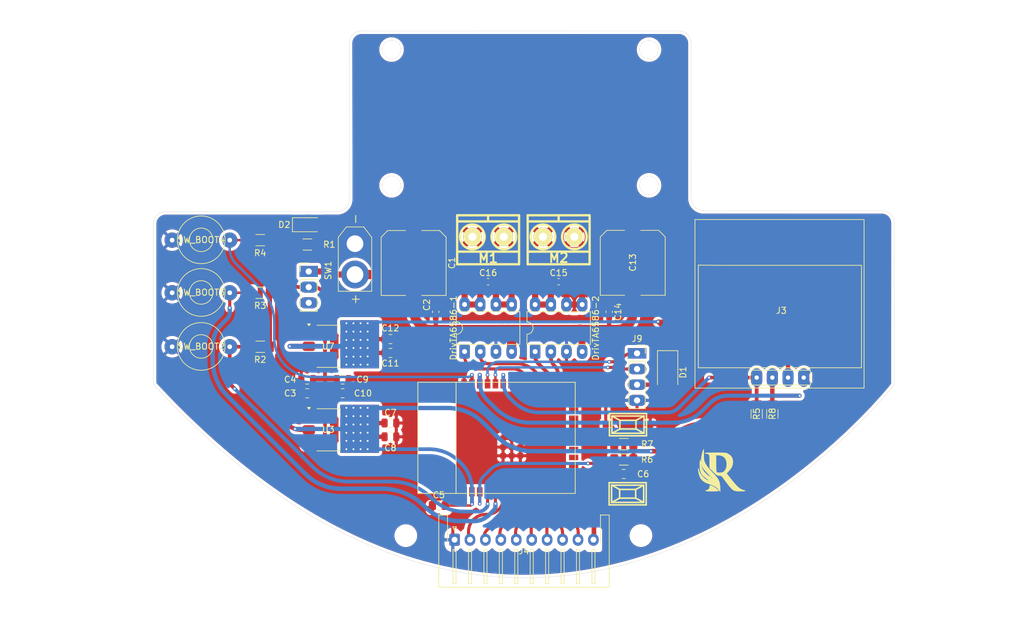
<source format=kicad_pcb>
(kicad_pcb (version 20241229) (generator "pcbnew") (generator_version "9.0")
  (layers (0 "F.Cu" signal) (2 "B.Cu" signal) (13 "F.Paste" user) (15 "B.Paste" user) (5 "F.SilkS" user "F.Silkscreen") (7 "B.SilkS" user "B.Silkscreen") (1 "F.Mask" user) (3 "B.Mask" user) (25 "Edge.Cuts" user))
  (net 0 "")
  (net 1 "GND")
  (net 2 "+5V")
  (net 3 "D6")
  (net 4 "D4")
  (net 5 "D1")
  (net 6 "D3")
  (net 7 "D2")
  (net 8 "D5")
  (net 9 "D7")
  (net 10 "SW2")
  (net 11 "SW1")
  (net 12 "SW3")
  (net 13 "VCC")
  (net 14 "VCC1")
  (net 15 "EN")
  (net 16 "3V3")
  (net 17 "RXD")
  (net 18 "INB2")
  (net 19 "INA1")
  (net 20 "TXD")
  (net 21 "BT")
  (net 23 "D8")
  (net 26 "INB1")
  (net 27 "INA2")
  (net 28 "M1")
  (net 39 "SDA")
  (net 40 "SCL")
  (net 41 "M2")
  (net 42 "M4")
  (net 43 "M3")
  (net 44 "Net-(D2-A)")
  (net 45 "Net-(D1-A)")
  (footprint "Capacitor_SMD:C_Elec_10x10.2" (layer "F.Cu") (at 162.5 93.6 -90)
    (property "Reference" "C13")
    (property "Value" "470uf" (hide yes))
  )
  (footprint "Package_TO_SOT_SMD:SOT-223-3_TabPin2" (layer "F.Cu") (at 113.17 107.13)
    (property "Reference" "U7")
    (property "Value" "AMS1117-5.0" (hide yes))
  )
  (footprint "Connector_JST:JST_XH_S10B-XH-A-1_1x10_P2.50mm_Horizontal" (layer "F.Cu") (at 133.63 138.47)
    (property "Reference" "J4")
    (property "Value" "Conn_01x10")
  )
  (footprint "Capacitor_SMD:C_0805_2012Metric" (layer "F.Cu") (at 123.24 121.79)
    (property "Reference" "C8")
    (property "Value" "10uF" (hide yes))
  )
  (footprint "Connector_PinSocket_2.54mm:PinSocket_1x04_P2.54mm_Vertical" (layer "F.Cu") (at 163.1975 108.27)
    (property "Reference" "J9")
    (property "Value" "Programador" (hide yes))
  )
  (footprint "Capacitor_SMD:C_Elec_10x10.2" (layer "F.Cu") (at 127 93.63 -90)
    (property "Reference" "C1")
    (property "Value" "470uf")
  )
  (footprint "Capacitor_SMD:C_0805_2012Metric" (layer "F.Cu") (at 123.24 119.56)
    (property "Reference" "C7")
    (property "Value" "100nF" (hide yes))
  )
  (footprint "Resistor_SMD:R_1206_3216Metric_Pad1.30x1.75mm_HandSolder" (layer "F.Cu") (at 109.78 90.64)
    (property "Reference" "R1")
    (property "Value" "R" (hide yes))
  )
  (footprint "Capacitor_SMD:C_0805_2012Metric" (layer "F.Cu") (at 123.24 108.2)
    (property "Reference" "C11")
    (property "Value" "100nF" (hide yes))
  )
  (footprint "Connector_PinHeader_2.54mm:PinHeader_1x03_P2.54mm_Vertical" (layer "F.Cu") (at 110 95)
    (property "Reference" "SW1")
    (property "Value" "SW_DPST_x2" (hide yes))
  )
  (footprint "MacroLib:Button" (layer "F.Cu") (at 92.575 98.455)
    (property "Reference" "SW_BOOT3")
    (property "Value" "SW_Push")
  )
  (footprint "EESTN5:Pulsador_SMD_2_ALTO" (layer "F.Cu") (at 161.725 119.825 180)
    (property "Reference" "SW_BOOT1" (hide yes))
    (property "Value" "SW_Push" (hide yes))
  )
  (footprint "EESTN5:Pulsador_SMD_2_ALTO" (layer "F.Cu") (at 161.675 131.025 180)
    (property "Reference" "SW10" (hide yes))
    (property "Value" "SW_Push" (hide yes))
  )
  (footprint "NUEVAS HUELLAS TREJO:motor 3600rpm" (layer "F.Cu") (at 123.337614 68.004167)
    (property "Reference" "M3" (hide yes))
    (property "Value" "Motor_DC" (hide yes))
  )
  (footprint "Resistor_SMD:R_1206_3216Metric_Pad1.30x1.75mm_HandSolder" (layer "F.Cu") (at 102.15 89.93 180)
    (property "Reference" "R4")
    (property "Value" "10k" (hide yes))
  )
  (footprint "Capacitor_SMD:C_0805_2012Metric_Pad1.18x1.45mm_HandSolder" (layer "F.Cu") (at 161.0375 127.825)
    (property "Reference" "C6")
    (property "Value" "100nF" (hide yes))
  )
  (footprint "Capacitor_SMD:C_0603_1608Metric_Pad1.08x0.95mm_HandSolder" (layer "F.Cu") (at 158.68 101.5475 -90)
    (property "Reference" "C14")
    (property "Value" "0.1uf" (hide yes))
  )
  (footprint "Capacitor_SMD:C_0603_1608Metric_Pad1.08x0.95mm_HandSolder" (layer "F.Cu") (at 139.065 96.659625)
    (property "Reference" "C16")
    (property "Value" "10nf")
  )
  (footprint "LOGO" (layer "F.Cu") (at 176.92 127.13)
    (property "Reference" "G***" (hide yes))
    (property "Value" "LOGO" (hide yes))
  )
  (footprint "Capacitor_SMD:C_0805_2012Metric" (layer "F.Cu") (at 115.5 114.74)
    (property "Reference" "C10")
    (property "Value" "100nF" (hide yes))
  )
  (footprint "LED_SMD:LED_1206_3216Metric_Pad1.42x1.75mm_HandSolder" (layer "F.Cu") (at 109.8125 87.43)
    (property "Reference" "D2")
    (property "Value" "LED" (hide yes))
  )
  (footprint "EESTN5:BORNERA2_AZUL" (layer "F.Cu") (at 150.495 89.39375 180)
    (property "Reference" "M2")
    (property "Value" "M2" (hide yes))
  )
  (footprint "NUEVAS HUELLAS TREJO:motor 3600rpm" (layer "F.Cu") (at 165.2242 72.095833 180)
    (property "Reference" "M4" (hide yes))
    (property "Value" "Motor_DC" (hide yes))
  )
  (footprint "EESTN5:BORNERA2_AZUL" (layer "F.Cu") (at 139.065 89.39375 180)
    (property "Reference" "M1")
    (property "Value" "M1" (hide yes))
  )
  (footprint "Resistor_SMD:R_1206_3216Metric_Pad1.30x1.75mm_HandSolder" (layer "F.Cu") (at 185.12 118.09 90)
    (property "Reference" "R8")
    (property "Value" "10k" (hide yes))
  )
  (footprint "Diode_SMD:D_SMA" (layer "F.Cu") (at 168.15 111.35 -90)
    (property "Reference" "D1")
    (property "Value" "D")
  )
  (footprint "Resistor_SMD:R_1206_3216Metric_Pad1.30x1.75mm_HandSolder" (layer "F.Cu") (at 102.15 107.2 180)
    (property "Reference" "R2")
    (property "Value" "10k" (hide yes))
  )
  (footprint "Capacitor_SMD:C_0805_2012Metric" (layer "F.Cu") (at 109.75 112.51 180)
    (property "Reference" "C4")
    (property "Value" "100nF" (hide yes))
  )
  (footprint "Resistor_SMD:R_1206_3216Metric_Pad1.30x1.75mm_HandSolder" (layer "F.Cu") (at 161.05 125.475 180)
    (property "Reference" "R6")
    (property "Value" "10k" (hide yes))
  )
  (footprint "Capacitor_SMD:C_0805_2012Metric" (layer "F.Cu") (at 109.75 114.74 180)
    (property "Reference" "C3")
    (property "Value" "10uF" (hide yes))
  )
  (footprint "Capacitor_SMD:C_0805_2012Metric" (layer "F.Cu") (at 123.24 105.97)
    (property "Reference" "C12")
    (property "Value" "10uF" (hide yes))
  )
  (footprint "Capacitor_SMD:C_0805_2012Metric" (layer "F.Cu") (at 115.5 112.51)
    (property "Reference" "C9")
    (property "Value" "10uF" (hide yes))
  )
  (footprint "Resistor_SMD:R_1206_3216Metric_Pad1.30x1.75mm_HandSolder" (layer "F.Cu") (at 161.05 122.975 180)
    (property "Reference" "R7")
    (property "Value" "10k" (hide yes))
  )
  (footprint "Connector_AMASS:AMASS_XT30U-M_1x02_P5.0mm_Vertical" (layer "F.Cu") (at 117.5 90.5 -90)
    (property "Reference" "Alimentacion1" (hide yes))
    (property "Value" "TB_1X2" (hide yes))
  )
  (footprint "Resistor_SMD:R_1206_3216Metric_Pad1.30x1.75mm_HandSolder" (layer "F.Cu") (at 182.58 118.08 90)
    (property "Reference" "R5")
    (property "Value" "10k" (hide yes))
  )
  (footprint "EESTN5:128x64OLED" (layer "F.Cu") (at 186.58 101.6 180)
    (property "Reference" "J3")
    (property "Value" "DISPLAY" (hide yes))
  )
  (footprint "MacroLib:Button" (layer "F.Cu") (at 92.575 89.93)
    (property "Reference" "SW_BOOT4")
    (property "Value" "SW_Push")
  )
  (footprint "Resistor_SMD:R_1206_3216Metric_Pad1.30x1.75mm_HandSolder" (layer "F.Cu") (at 102.15 98.455 180)
    (property "Reference" "R3")
    (property "Value" "10k" (hide yes))
  )
  (footprint "MacroLib:Button" (layer "F.Cu") (at 92.575 107.2)
    (property "Reference" "SW_BOOT2")
    (property "Value" "SW_Push")
  )
  (footprint "Capacitor_SMD:C_0603_1608Metric_Pad1.08x0.95mm_HandSolder" (layer "F.Cu") (at 150.495 96.659625)
    (property "Reference" "C15")
    (property "Value" "10nf" (hide yes))
  )
  (footprint "Capacitor_SMD:C_0805_2012Metric_Pad1.18x1.45mm_HandSolder" (layer "F.Cu") (at 131.0825 132.93 180)
    (property "Reference" "C5")
    (property "Value" "100nF" (hide yes))
  )
  (footprint "MountingHole:MountingHole_3.2mm_M3_DIN965" (layer "F.Cu") (at 163.83 137.795)
    (property "Reference" "H2" (hide yes))
    (property "Value" "MountingHole" (hide yes))
  )
  (footprint "Package_TO_SOT_SMD:SOT-223-3_TabPin2" (layer "F.Cu") (at 113.17 120.66)
    (property "Reference" "U3")
    (property "Value" "AMS1117-3.3" (hide yes))
  )
  (footprint "EESTN5:ESP32-WROOM-32E" (layer "F.Cu") (at 143.425 121.96 90)
    (property "Reference" "U6" (hide yes))
    (property "Value" "ESP32-WROOM-32" (hide yes))
  )
  (footprint "Package_DIP:DIP-8_W7.62mm" (layer "F.Cu") (at 135.255 107.98 90)
    (property "Reference" "DrivTA6586-1")
    (property "Value" "~")
  )
  (footprint "Package_DIP:DIP-8_W7.62mm" (layer "F.Cu") (at 146.685 107.985 90)
    (property "Reference" "DrivTA6586-2")
    (property "Value" "~" (hide yes))
  )
  (footprint "Capacitor_SMD:C_0603_1608Metric_Pad1.08x0.95mm_HandSolder" (layer "F.Cu") (at 130.58 101.5475 -90)
    (property "Reference" "C2")
    (property "Value" "0.1uf" (hide yes))
  )
  (footprint "MountingHole:MountingHole_3.2mm_M3_DIN965" (layer "F.Cu") (at 125.73 137.805)
    (property "Reference" "H1" (hide yes))
    (property "Value" "MountingHole" (hide yes))
  )
  (gr_arc (start 173.97 85.135525) (mid 172.555786 84.549739) (end 171.97 83.135525) (stroke (width 0.05)) (layer "Edge.Cuts"))
  (gr_arc (start 116.602902 83.305999) (mid 116.019198 84.715193) (end 114.61 85.298901) (stroke (width 0.05)) (layer "Edge.Cuts"))
  (gr_line (start 204.86 103.183) (end 204.86 113.38) (stroke (width 0.05)) (layer "Edge.Cuts"))
  (gr_arc (start 84.824214 87.304214) (mid 85.409996 85.889996) (end 86.824214 85.304214) (stroke (width 0.05)) (layer "Edge.Cuts"))
  (gr_line (start 114.61 85.298901) (end 86.818428 85.304223) (stroke (width 0.05)) (layer "Edge.Cuts"))
  (gr_arc (start 202.865786 85.14) (mid 204.282983 85.727017) (end 204.87 87.144214) (stroke (width 0.05)) (layer "Edge.Cuts"))
  (gr_arc (start 116.568427 58.034427) (mid 117.154196 56.620215) (end 118.5684 56.034427) (stroke (width 0.05)) (layer "Edge.Cuts"))
  (gr_arc (start 169.971572 56.029739) (mid 171.38579 56.615521) (end 171.971572 58.029739) (stroke (width 0.05)) (layer "Edge.Cuts"))
  (gr_line (start 173.97 85.135525) (end 202.86 85.14) (stroke (width 0.05)) (layer "Edge.Cuts"))
  (gr_line (start 84.82 103.083) (end 84.824215 87.303666) (stroke (width 0.05)) (layer "Edge.Cuts"))
  (gr_curve (pts (xy 84.82 113.28) (xy 150 183.775) (xy 204.86 113.38) (xy 204.86 113.38)) (stroke (width 0.05)) (layer "Edge.Cuts"))
  (gr_line (start 171.971572 58.029739) (end 171.97 83.135539) (stroke (width 0.05)) (layer "Edge.Cuts"))
  (gr_line (start 84.82 103.083) (end 84.82 113.28) (stroke (width 0.05)) (layer "Edge.Cuts"))
  (gr_line (start 204.86 103.183) (end 204.87 87.144214) (stroke (width 0.05)) (layer "Edge.Cuts"))
  (gr_line (start 116.568427 58.034427) (end 116.602902 83.305999) (stroke (width 0.05)) (layer "Edge.Cuts"))
  (gr_line (start 118.568428 56.034582) (end 169.971572 56.029635) (stroke (width 0.05)) (layer "Edge.Cuts"))
  (segment (start 166.6 103.15) (end 167.375 103.925) (width 0.7) (layer "F.Cu") (net 2))
  (segment (start 185.80738 105.10738) (end 185.755 105.055) (width 0.7) (layer "F.Cu") (net 2))
  (segment (start 122.29 105.97) (end 120.88 105.97) (width 0.7) (layer "F.Cu") (net 2))
  (segment (start 110.02 107.13) (end 106.955 107.13) (width 0.8) (layer "F.Cu") (net 2))
  (segment (start 122.29 108.2) (end 121.05 108.2) (width 0.7) (layer "F.Cu") (net 2))
  (segment (start 187.66 109.58) (end 187.66 112.2) (width 0.7) (layer "F.Cu") (net 2))
  (segment (start 168.15 105.796015) (end 168.15 109.35) (width 0.7) (layer "F.Cu") (net 2))
  (segment (start 166.6 103.15) (end 181.155923 103.15) (width 0.7) (layer "F.Cu") (net 2))
  (via (at 118.4 103.4) (size 0.6) (drill 0.3) (layers "F.Cu" "B.Cu") (net 2))
  (via (at 117.25 107.4) (size 0.6) (drill 0.3) (layers "F.Cu" "B.Cu") (net 2))
  (via (at 117.25 104.75) (size 0.6) (drill 0.3) (layers "F.Cu" "B.Cu") (net 2))
  (via (at 116.1 106.1) (size 0.6) (drill 0.3) (layers "F.Cu" "B.Cu") (net 2))
  (via (at 119.55 107.42) (size 0.6) (drill 0.3) (layers "F.Cu" "B.Cu") (net 2))
  (via (at 106.95 107.13) (size 0.6) (drill 0.3) (layers "F.Cu" "B.Cu") (net 2))
  (via (at 117.25 108.8) (size 0.6) (drill 0.3) (layers "F.Cu" "B.Cu") (net 2))
  (via (at 119.55 106.08) (size 0.6) (drill 0.3) (layers "F.Cu" "B.Cu") (net 2))
  (via (at 166.6 103.15) (size 0.6) (drill 0.3) (layers "F.Cu" "B.Cu") (net 2))
  (via (at 119.55 110.1) (size 0.6) (drill 0.3) (layers "F.Cu" "B.Cu") (net 2))
  (via (at 118.4 108.8) (size 0.6) (drill 0.3) (layers "F.Cu" "B.Cu") (net 2))
  (via (at 116.1 104.75) (size 0.6) (drill 0.3) (layers "F.Cu" "B.Cu") (net 2))
  (via (at 116.1 110.1) (size 0.6) (drill 0.3) (layers "F.Cu" "B.Cu") (net 2))
  (via (at 116.1 103.4) (size 0.6) (drill 0.3) (layers "F.Cu" "B.Cu") (net 2))
  (via (at 117.25 103.4) (size 0.6) (drill 0.3) (layers "F.Cu" "B.Cu") (net 2))
  (via (at 118.4 110.1) (size 0.6) (drill 0.3) (layers "F.Cu" "B.Cu") (net 2))
  (via (at 118.4 104.75) (size 0.6) (drill 0.3) (layers "F.Cu" "B.Cu") (net 2))
  (via (at 118.4 107.4) (size 0.6) (drill 0.3) (layers "F.Cu" "B.Cu") (net 2))
  (via (at 119.55 104.74) (size 0.6) (drill 0.3) (layers "F.Cu" "B.Cu") (net 2))
  (via (at 119.55 108.76) (size 0.6) (drill 0.3) (layers "F.Cu" "B.Cu") (net 2))
  (via (at 117.25 106.1) (size 0.6) (drill 0.3) (layers "F.Cu" "B.Cu") (net 2))
  (via (at 116.1 108.8) (size 0.6) (drill 0.3) (layers "F.Cu" "B.Cu") (net 2))
  (via (at 116.1 107.4) (size 0.6) (drill 0.3) (layers "F.Cu" "B.Cu") (net 2))
  (via (at 117.25 110.1) (size 0.6) (drill 0.3) (layers "F.Cu" "B.Cu") (net 2))
  (via (at 119.55 103.4) (size 0.6) (drill 0.3) (layers "F.Cu" "B.Cu") (net 2))
  (via (at 118.4 106.1) (size 0.6) (drill 0.3) (layers "F.Cu" "B.Cu") (net 2))
  (arc (start 185.80738 105.10738) (mid 187.178519 107.159435) (end 187.66 109.58) (width 0.7) (layer "F.Cu") (net 2))
  (arc (start 181.155923 103.15) (mid 183.644925 103.645093) (end 185.755 105.055) (width 0.7) (layer "F.Cu") (net 2))
  (arc (start 168.15 105.796015) (mid 167.948584 104.783429) (end 167.375 103.925) (width 0.7) (layer "F.Cu") (net 2))
  (segment (start 116.2475 107.1275) (end 116.25 107.125) (width 0.8) (layer "B.Cu") (net 2))
  (segment (start 116.241464 107.13) (end 106.955 107.13) (width 0.8) (layer "B.Cu") (net 2))
  (segment (start 166.6 103.15) (end 120.7 103.2) (width 0.5) (layer "B.Cu") (net 2))
  (arc (start 116.2475 107.1275) (mid 116.24473 107.12935) (end 116.241464 107.13) (width 0.8) (layer "B.Cu") (net 2))
  (segment (start 148.59 136.759116) (end 148.59 138.49) (width 0.5) (layer "F.Cu") (net 3))
  (segment (start 147.87 135.020883) (end 147.87 130.71) (width 0.5) (layer "F.Cu") (net 3))
  (arc (start 148.23 135.89) (mid 148.496439 136.288753) (end 148.59 136.759116) (width 0.5) (layer "F.Cu") (net 3))
  (arc (start 147.87 135.020883) (mid 147.96356 135.491245) (end 148.23 135.89) (width 0.5) (layer "F.Cu") (net 3))
  (segment (start 145.33 133.223065) (end 145.33 130.71) (width 0.5) (layer "F.Cu") (net 4))
  (segment (start 144.273675 135.566324) (end 144.42 135.42) (width 0.5) (layer "F.Cu") (net 4))
  (segment (start 143.51 137.41) (end 143.51 138.49) (width 0.5) (layer "F.Cu") (net 4))
  (arc (start 144.42 135.42) (mid 145.093498 134.412037) (end 145.33 133.223065) (width 0.5) (layer "F.Cu") (net 4))
  (arc (start 144.273675 135.566324) (mid 143.708472 136.412209) (end 143.51 137.41) (width 0.5) (layer "F.Cu") (net 4))
  (segment (start 138.708433 134.366) (end 138.897883 134.366) (width 0.5) (layer "F.Cu") (net 5))
  (segment (start 135.89 137.184433) (end 135.89 138.49) (width 0.5) (layer "F.Cu") (net 5))
  (segment (start 141.52 131.77) (end 141.52 130.71) (width 0.5) (layer "F.Cu") (net 5))
  (segment (start 140.770466 133.579533) (end 140.751999 133.597999) (width 0.5) (layer "F.Cu") (net 5))
  (arc (start 136.7155 135.1915) (mid 137.629865 134.58054) (end 138.708433 134.366) (width 0.5) (layer "F.Cu") (net 5))
  (arc (start 138.897883 134.366) (mid 139.901323 134.166403) (end 140.751999 133.597999) (width 0.5) (layer "F.Cu") (net 5))
  (arc (start 136.7155 135.1915) (mid 136.10454 136.105865) (end 135.89 137.184433) (width 0.5) (layer "F.Cu") (net 5))
  (arc (start 141.52 131.77) (mid 141.325202 132.749312) (end 140.770466 133.579533) (width 0.5) (layer "F.Cu") (net 5))
  (segment (start 143.080656 134.459342) (end 141.648822 135.891177) (width 0.5) (layer "F.Cu") (net 6))
  (segment (start 144.06 132.095) (end 144.06 130.71) (width 0.5) (layer "F.Cu") (net 6))
  (segment (start 140.97 137.53) (end 140.97 138.49) (width 0.5) (layer "F.Cu") (net 6))
  (arc (start 140.97 137.53) (mid 141.14642 136.643075) (end 141.648822 135.891177) (width 0.5) (layer "F.Cu") (net 6))
  (arc (start 143.080656 134.459342) (mid 143.805476 133.374572) (end 144.06 132.095) (width 0.5) (layer "F.Cu") (net 6))
  (segment (start 141.980362 133.809637) (end 138.829515 136.960484) (width 0.5) (layer "F.Cu") (net 7))
  (segment (start 138.43 137.925) (end 138.43 138.49) (width 0.5) (layer "F.Cu") (net 7))
  (segment (start 142.79 131.855) (end 142.79 130.71) (width 0.5) (layer "F.Cu") (net 7))
  (arc (start 142.79 131.855) (mid 142.579581 132.912841) (end 141.980362 133.809637) (width 0.5) (layer "F.Cu") (net 7))
  (arc (start 138.829515 136.960484) (mid 138.53383 137.403007) (end 138.43 137.925) (width 0.5) (layer "F.Cu") (net 7))
  (segment (start 146.6 135.221091) (end 146.6 130.71) (width 0.5) (layer "F.Cu") (net 8))
  (segment (start 146.05 136.548908) (end 146.05 138.49) (width 0.5) (layer "F.Cu") (net 8))
  (arc (start 146.6 135.221091) (mid 146.528529 135.580396) (end 146.325 135.885) (width 0.5) (layer "F.Cu") (net 8))
  (arc (start 146.325 135.885) (mid 146.12147 136.189603) (end 146.05 136.548908) (width 0.5) (layer "F.Cu") (net 8))
  (segment (start 149.14 133.042857) (end 149.14 130.71) (width 0.5) (layer "F.Cu") (net 9))
  (segment (start 150.135 135.445) (end 150.405215 135.715215) (width 0.5) (layer "F.Cu") (net 9))
  (segment (start 151.13 137.465) (end 151.13 138.49) (width 0.5) (layer "F.Cu") (net 9))
  (arc (start 151.13 137.465) (mid 150.941634 136.518023) (end 150.405215 135.715215) (width 0.5) (layer "F.Cu") (net 9))
  (arc (start 150.135 135.445) (mid 149.398592 134.342887) (end 149.14 133.042857) (width 0.5) (layer "F.Cu") (net 9))
  (segment (start 140.255 132.645) (end 140.26 132.65) (width 0.5) (layer "F.Cu") (net 10))
  (segment (start 97.2 98.455) (end 100.6 98.455) (width 0.4) (layer "F.Cu") (net 10))
  (segment (start 97.2 100.9) (end 97.2 98.385) (width 0.5) (layer "F.Cu") (net 10))
  (segment (start 140.25 132.632928) (end 140.25 130.71) (width 0.5) (layer "F.Cu") (net 10))
  (via (at 140.26 132.65) (size 0.6) (drill 0.3) (layers "F.Cu" "B.Cu") (net 10))
  (via (at 97.2 100.9) (size 0.6) (drill 0.3) (layers "F.Cu" "B.Cu") (net 10))
  (arc (start 140.255 132.645) (mid 140.251299 132.639461) (end 140.25 132.632928) (width 0.5) (layer "F.Cu") (net 10))
  (segment (start 109.459309 127.809309) (end 96.84069 115.19069) (width 0.7) (layer "B.Cu") (net 10))
  (segment (start 140.26 133.026037) (end 140.26 132.65) (width 0.7) (layer "B.Cu") (net 10))
  (segment (start 97.2 100.9) (end 97.2 101.575) (width 0.7) (layer "B.Cu") (net 10))
  (segment (start 121.856325 130.2) (end 115.230947 130.2) (width 0.7) (layer "B.Cu") (net 10))
  (segment (start 94.45 106.944543) (end 94.45 109.419052) (width 0.7) (layer "B.Cu") (net 10))
  (segment (start 136.763971 135.45) (end 134.530947 135.45) (width 0.7) (layer "B.Cu") (net 10))
  (segment (start 139.236037 134.426037) (end 139.994101 133.667972) (width 0.7) (layer "B.Cu") (net 10))
  (segment (start 96.722702 102.727297) (end 95.824999 103.624999) (width 0.7) (layer "B.Cu") (net 10))
  (arc (start 128.759309 133.059309) (mid 131.407359 134.828679) (end 134.530947 135.45) (width 0.7) (layer "B.Cu") (net 10))
  (arc (start 121.856325 130.2) (mid 125.592193 130.94311) (end 128.759309 133.059309) (width 0.7) (layer "B.Cu") (net 10))
  (arc (start 96.722702 102.727297) (mid 97.075954 102.198618) (end 97.2 101.575) (width 0.7) (layer "B.Cu") (net 10))
  (arc (start 109.459309 127.809309) (mid 112.107359 129.578679) (end 115.230947 130.2) (width 0.7) (layer "B.Cu") (net 10))
  (arc (start 94.45 106.944543) (mid 94.80735 105.148019) (end 95.824999 103.624999) (width 0.7) (layer "B.Cu") (net 10))
  (arc (start 139.994101 133.667972) (mid 140.190895 133.373449) (end 140.26 133.026037) (width 0.7) (layer "B.Cu") (net 10))
  (arc (start 139.236037 134.426037) (mid 138.101843 135.18388) (end 136.763971 135.45) (width 0.7) (layer "B.Cu") (net 10))
  (arc (start 94.45 109.419052) (mid 95.07132 112.54264) (end 96.84069 115.19069) (width 0.7) (layer "B.Cu") (net 10))
  (segment (start 138.98 132.66) (end 138.98 130.71) (width 0.5) (layer "F.Cu") (net 11))
  (segment (start 97.2 107.2) (end 97.2 112.634314) (width 0.6) (layer "F.Cu") (net 11))
  (segment (start 97.6 113.6) (end 98 114) (width 0.6) (layer "F.Cu") (net 11))
  (segment (start 97.2 107.2) (end 100.6 107.2) (width 0.6) (layer "F.Cu") (net 11))
  (via (at 138.98 132.66) (size 0.6) (drill 0.3) (layers "F.Cu" "B.Cu") (net 11))
  (via (at 98 114) (size 0.6) (drill 0.3) (layers "F.Cu" "B.Cu") (net 11))
  (arc (start 97.6 113.6) (mid 97.303956 113.156939) (end 97.2 112.634314) (width 0.6) (layer "F.Cu") (net 11))
  (segment (start 116.430947 129.05) (end 123.416065 129.05) (width 0.6) (layer "B.Cu") (net 11))
  (segment (start 138.98 132.66) (end 138.98 132.865) (width 0.6) (layer "B.Cu") (net 11))
  (segment (start 135.125 133.9) (end 137.563101 133.9) (width 0.6) (layer "B.Cu") (net 11))
  (segment (start 138.565 133.485) (end 138.835043 133.214956) (width 0.6) (layer "B.Cu") (net 11))
  (segment (start 110.659309 126.659309) (end 98 114) (width 0.6) (layer "B.Cu") (net 11))
  (arc (start 129.961001 131.761001) (mid 126.958159 129.754566) (end 123.416065 129.05) (width 0.6) (layer "B.Cu") (net 11))
  (arc (start 138.565 133.485) (mid 138.105324 133.792145) (end 137.563101 133.9) (width 0.6) (layer "B.Cu") (net 11))
  (arc (start 138.835043 133.214956) (mid 138.942326 133.054395) (end 138.98 132.865) (width 0.6) (layer "B.Cu") (net 11))
  (arc (start 116.430947 129.05) (mid 113.307359 128.428679) (end 110.659309 126.659309) (width 0.6) (layer "B.Cu") (net 11))
  (arc (start 135.125 133.9) (mid 132.330264 133.344092) (end 129.961001 131.761001) (width 0.6) (layer "B.Cu") (net 11))
  (segment (start 136.44 111.75) (end 136.44 113.21) (width 0.6) (layer "F.Cu") (net 12))
  (segment (start 97.2 89.93) (end 100.6 89.93) (width 0.4) (layer "F.Cu") (net 12))
  (via (at 136.44 111.75) (size 0.6) (drill 0.3) (layers "F.Cu" "B.Cu") (net 12))
  (segment (start 110.698617 112.1) (end 135.842512 112.1) (width 0.4) (layer "B.Cu") (net 12))
  (segment (start 136.44 111.75) (end 136.265 111.925) (width 0.4) (layer "B.Cu") (net 12))
  (segment (start 102.034309 97.559309) (end 98.188181 93.713181) (width 0.4) (layer "B.Cu") (net 12))
  (segment (start 97.2 91.3275) (end 97.2 89.93) (width 0.4) (layer "B.Cu") (net 12))
  (segment (start 104.425 105.826382) (end 104.425 103.330947) (width 0.4) (layer "B.Cu") (net 12))
  (arc (start 102.034309 97.559309) (mid 103.803679 100.207359) (end 104.425 103.330947) (width 0.4) (layer "B.Cu") (net 12))
  (arc (start 104.425 105.826382) (mid 104.90255 108.227191) (end 106.2625 110.2625) (width 0.4) (layer "B.Cu") (net 12))
  (arc (start 136.265 111.925) (mid 136.07116 112.054518) (end 135.842512 112.1) (width 0.4) (layer "B.Cu") (net 12))
  (arc (start 106.2625 110.2625) (mid 108.297807 111.622449) (end 110.698617 112.1) (width 0.4) (layer "B.Cu") (net 12))
  (arc (start 97.2 91.3275) (mid 97.456819 92.618621) (end 98.188181 93.713181) (width 0.4) (layer "B.Cu") (net 12))
  (segment (start 153.88346 104.41) (end 153.8832 104.41) (width 1.5) (layer "F.Cu") (net 13))
  (segment (start 154.28 105.474766) (end 154.28 105.47534) (width 1) (layer "F.Cu") (net 13))
  (segment (start 154.28 104.926521) (end 154.28 104.926576) (width 1) (layer "F.Cu") (net 13))
  (segment (start 153.881636 104.41) (end 153.880855 104.41) (width 1.5) (layer "F.Cu") (net 13))
  (segment (start 154.28 107.320549) (end 154.28 107.31644) (width 1) (layer "F.Cu") (net 13))
  (segment (start 154.28 105.016763) (end 154.28 105.016982) (width 1) (layer "F.Cu") (net 13))
  (segment (start 154.28 107.574334) (end 154.28 107.576992) (width 1) (layer "F.Cu") (net 13))
  (segment (start 154.28 107.557778) (end 154.28 107.558261) (width 1) (layer "F.Cu") (net 13))
  (segment (start 153.938551 104.41) (end 153.938503 104.41) (width 1.5) (layer "F.Cu") (net 13))
  (segment (start 153.880855 104.41) (end 153.880074 104.41) (width 1.5) (layer "F.Cu") (net 13))
  (segment (start 153.830613 104.41) (end 153.83065 104.41) (width 1.5) (layer "F.Cu") (net 13))
  (segment (start 153.910151 104.41) (end 153.909956 104.41) (width 1.5) (layer "F.Cu") (net 13))
  (segment (start 154.28 105.033862) (end 154.28 105.039707) (width 1) (layer "F.Cu") (net 13))
  (segment (start 154.28 106.229528) (end 154.28 106.230839) (width 1) (layer "F.Cu") (net 13))
  (segment (start 154.28 105.488627) (end 154.28 105.488791) (width 1) (layer "F.Cu") (net 13))
  (segment (start 153.880074 104.41) (end 153.879818 104.41) (width 1.5) (layer "F.Cu") (net 13))
  (segment (start 154.28 104.825352) (end 154.28 104.826663) (width 1) (layer "F.Cu") (net 13))
  (segment (start 154.28 107.151603) (end 154.28 107.172147) (width 1) (layer "F.Cu") (net 13))
  (segment (start 153.879818 104.41) (end 153.87955 104.41) (width 1.5) (layer "F.Cu") (net 13))
  (segment (start 153.886765 104.41) (end 153.886728 104.41) (width 1.5) (layer "F.Cu") (net 13))
  (segment (start 154.28 106.83676) (end 154.28 106.838748) (width 1) (layer "F.Cu") (net 13))
  (segment (start 153.972119 104.41) (end 153.973047 104.41) (width 1.5) (layer "F.Cu") (net 13))
  (segment (start 154.28 104.883693) (end 154.28 104.886151) (width 1) (layer "F.Cu") (net 13))
  (segment (start 154.28 104.914503) (end 154.28 104.915377) (width 1) (layer "F.Cu") (net 13))
  (segment (start 154.28 106.43205) (end 154.28 106.432245) (width 1) (layer "F.Cu") (net 13))
  (segment (start 154.28 104.432752) (end 154.28 104.432766) (width 1) (layer "F.Cu") (net 13))
  (segment (start 154.28 104.418222) (end 154.28 104.418495) (width 1) (layer "F.Cu") (net 13))
  (segment (start 154.28 104.415013) (end 154.28 104.41504) (width 1) (layer "F.Cu") (net 13))
  (segment (start 154.28 107.577112) (end 154.28 107.579529) (width 1) (layer "F.Cu") (net 13))
  (segment (start 153.841179 104.41) (end 153.841277 104.41) (width 1.5) (layer "F.Cu") (net 13))
  (segment (start 154.28 104.415286) (end 154.28 104.415272) (width 1) (layer "F.Cu") (net 13))
  (segment (start 153.825332 104.41) (end 153.825356 104.41) (width 1.5) (layer "F.Cu") (net 13))
  (segment (start 154.28 106.507) (end 154.28 106.507684) (width 1) (layer "F.Cu") (net 13))
  (segment (start 154.28 106.912654) (end 154.28 106.914373) (width 1) (layer "F.Cu") (net 13))
  (segment (start 154.28 105.518781) (end 154.28 105.518453) (width 1) (layer "F.Cu") (net 13))
  (segment (start 154.28 104.547958) (end 154.28 104.54774) (width 1) (layer "F.Cu") (net 13))
  (segment (start 154.28 107.559711) (end 154.28 107.561161) (width 1) (layer "F.Cu") (net 13))
  (segment (start 154.28 106.046363) (end 154.28 106.047237) (width 1) (layer "F.Cu") (net 13))
  (segment (start 153.981046 104.41) (end 153.97913 104.41) (width 1.5) (layer "F.Cu") (net 13))
  (segment (start 154.28 105.267553) (end 154.28 105.269191) (width 1) (layer "F.Cu") (net 13))
  (segment (start 153.85195 104.41) (end 153.852091 104.41) (width 1.5) (layer "F.Cu") (net 13))
  (segment (start 154.28 106.490742) (end 154.28 106.490889) (width 1) (layer "F.Cu") (net 13))
  (segment (start 154.28 104.886151) (end 154.28 104.887571) (width 1) (layer "F.Cu") (net 13))
  (segment (start 154.28 104.950994) (end 154.28 104.951868) (width 1) (layer "F.Cu") (net 13))
  (segment (start 154.28 105.440511) (end 154.28 105.445189) (width 1) (layer "F.Cu") (net 13))
  (segment (start 154.28 105.472783) (end 154.28 105.473002) (width 1) (layer "F.Cu") (net 13))
  (segment (start 154.28 105.975459) (end 154.28 105.975568) (width 1) (layer "F.Cu") (net 13))
  (segment (start 154.28 105.999495) (end 154.28 105.999713) (width 1) (layer "F.Cu") (net 13))
  (segment (start 153.825103 104.41) (end 153.82512 104.41) (width 1.5) (layer "F.Cu") (net 13))
  (segment (start 154.28 105.608036) (end 154.28 105.608255) (width 1) (layer "F.Cu") (net 13))
  (segment (start 154.28 104.451105) (end 154.28 104.45258) (width 1) (layer "F.Cu") (net 13))
  (segment (start 154.28 104.483387) (end 154.28 104.48317) (width 1) (layer "F.Cu") (net 13))
  (segment (start 153.911908 104.41) (end 153.911859 104.41) (width 1.5) (layer "F.Cu") (net 13))
  (segment (start 154.28 106.524823) (end 154.28 106.529706) (width 1) (layer "F.Cu") (net 13))
  (segment (start 154.28 105.276292) (end 154.28 105.283503) (width 1) (layer "F.Cu") (net 13))
  (segment (start 154.28 104.859877) (end 154.28 104.868617) (width 1) (layer "F.Cu") (net 13))
  (segment (start 154.28 105.283503) (end 154.28 105.284922) (width 1) (layer "F.Cu") (net 13))
  (segment (start 154.28 107.594637) (end 154.28 107.594879) (width 1) (layer "F.Cu") (net 13))
  (segment (start 154.28 105.156172) (end 154.28 105.15639) (width 1) (layer "F.Cu") (net 13))
  (segment (start 154.28 104.432766) (end 154.28 104.433067) (width 1) (layer "F.Cu") (net 13))
  (segment (start 154.28 105.528723) (end 154.28 105.530908) (width 1) (layer "F.Cu") (net 13))
  (segment (start 154.28 105.973056) (end 154.28 105.973712) (width 1) (layer "F.Cu") (net 13))
  (segment (start 154.28 104.690646) (end 154.28 104.690318) (width 1) (layer "F.Cu") (net 13))
  (segment (start 154.28 105.549754) (end 154.28 105.549767) (width 1) (layer "F.Cu") (net 13))
  (segment (start 154.183333 104.41) (end 154.166667 104.41) (width 1.5) (layer "F.Cu") (net 13))
  (segment (start 154.28 104.46707) (end 154.28 104.467002) (width 1) (layer "F.Cu") (net 13))
  (segment (start 154.28 106.005175) (end 154.28 106.006268) (width 1) (layer "F.Cu") (net 13))
  (segment (start 154.28 104.656338) (end 154.28 104.655683) (width 1) (layer "F.Cu") (net 13))
  (segment (start 154.28 105.880292) (end 154.28 105.881164) (width 1) (layer "F.Cu") (net 13))
  (segment (start 153.891688 104.41) (end 153.89166 104.41) (width 1.5) (layer "F.Cu") (net 13))
  (segment (start 154.28 106.417402) (end 154.28 106.417597) (width 1) (layer "F.Cu") (net 13))
  (segment (start 154.28 105.59094) (end 154.28 105.597699) (width 1) (layer "F.Cu") (net 13))
  (segment (start 154.28 106.803944) (end 154.28 106.814686) (width 1) (layer "F.Cu") (net 13))
  (segment (start 154.28 105.850578) (end 154.28 105.85757) (width 1) (layer "F.Cu") (net 13))
  (segment (start 153.894263 104.41) (end 153.893226 104.41) (width 1.5) (layer "F.Cu") (net 13))
  (segment (start 154.28 104.623563) (end 154.28 104.623714) (width 1) (layer "F.Cu") (net 13))
  (segment (start 153.902595 104.41) (end 153.901557 104.41) (width 1.5) (layer "F.Cu") (net 13))
  (segment (start 153.834207 104.41) (end 153.833883 104.41) (width 1.5) (layer "F.Cu") (net 13))
  (segment (start 154.28 105.132791) (end 154.28 105.138636) (width 1) (layer "F.Cu") (net 13))
  (segment (start 154.28 104.415108) (end 154.28 104.415162) (width 1) (layer "F.Cu") (net 13))
  (segment (start 154.28 104.618709) (end 154.28 104.618956) (width 1) (layer "F.Cu") (net 13))
  (segment (start 153.832344 104.41) (end 153.832295 104.41) (width 1.5) (layer "F.Cu") (net 13))
  (segment (start 153.857371 104.41) (end 153.857175 104.41) (width 1.5) (layer "F.Cu") (net 13))
  (segment (start 154.28 105.24883) (end 154.28 105.249075) (width 1) (layer "F.Cu") (net 13))
  (segment (start 154.28 104.427891) (end 154.28 104.427946) (width 1) (layer "F.Cu") (net 13))
  (segment (start 154.28 105.556034) (end 154.28 105.555816) (width 1) (layer "F.Cu") (net 13))
  (segment (start 154.28 105.116882) (end 154.28 105.10373) (width 1) (layer "F.Cu") (net 13))
  (segment (start 154.28 106.45422) (end 154.28 106.455782) (width 1) (layer "F.Cu") (net 13))
  (segment (start 154.28 105.604555) (end 154.28 105.606657) (width 1) (layer "F.Cu") (net 13))
  (segment (start 153.877184 104.41) (end 153.877197 104.41) (width 1.5) (layer "F.Cu") (net 13))
  (segment (start 154.28 107.481398) (end 154.28 107.481881) (width 1) (layer "F.Cu") (net 13))
  (segment (start 153.944432 104.41) (end 153.944236 104.41) (width 1.5) (layer "F.Cu") (net 13))
  (segment (start 154.28 105.236582) (end 154.28 105.240078) (width 1) (layer "F.Cu") (net 13))
  (segment (start 154.28 106.450314) (end 154.28 106.450997) (width 1) (layer "F.Cu") (net 13))
  (segment (start 154.28 104.804048) (end 154.28 104.804267) (width 1) (layer "F.Cu") (net 13))
  (segment (start 154.28 105.224782) (end 154.28 105.223252) (width 1) (layer "F.Cu") (net 13))
  (segment (start 154.28 106.343062) (end 154.28 106.33186) (width 1) (layer "F.Cu") (net 13))
  (segment (start 153.961535 104.41) (end 153.961475 104.41) (width 1.5) (layer "F.Cu") (net 13))
  (segment (start 154.28 106.028446) (end 154.28 106.027681) (width 1) (layer "F.Cu") (net 13))
  (segment (start 154.28 105.368451) (end 154.28 105.368669) (width 1) (layer "F.Cu") (net 13))
  (segment (start 153.878256 104.41) (end 153.878232 104.41) (width 1.5) (layer "F.Cu") (net 13))
  (segment (start 153.915314 104.41) (end 153.915278 104.41) (width 1.5) (layer "F.Cu") (net 13))
  (segment (start 153.832901 104.41) (end 153.832993 104.41) (width 1.5) (layer "F.Cu") (net 13))
  (segment (start 154.28 105.969994) (end 154.28 105.970322) (width 1) (layer "F.Cu") (net 13))
  (segment (start 153.82785 104.41) (end 153.827822 104.41) (width 1.5) (layer "F.Cu") (net 13))
  (segment (start 154.28 106.026697) (end 154.28 106.027243) (width 1) (layer "F.Cu") (net 13))
  (segment (start 154.28 105.54489) (end 154.28 105.545108) (width 1) (layer "F.Cu") (net 13))
  (segment (start 154.28 107.564061) (end 154.28 107.566478) (width 1) (layer "F.Cu") (net 13))
  (segment (start 154.150001 104.41) (end 154.13333 104.41) (width 1.5) (layer "F.Cu") (net 13))
  (segment (start 154.28 104.466783) (end 154.28 104.467002) (width 1) (layer "F.Cu") (net 13))
  (segment (start 154.28 104.62273) (end 154.28 104.622744) (width 1) (layer "F.Cu") (net 13))
  (segment (start 154.28 104.80208) (end 154.28 104.802298) (width 1) (layer "F.Cu") (net 13))
  (segment (start 154.28 105.459129) (end 154.28 105.459183) (width 1) (layer "F.Cu") (net 13))
  (segment (start 154.28 106.022437) (end 154.28 106.023966) (width 1) (layer "F.Cu") (net 13))
  (segment (start 154.28 105.375989) (end 154.28 105.375661) (width 1) (layer "F.Cu") (net 13))
  (segment (start 154.28 105.492942) (end 154.28 105.492997) (width 1) (layer "F.Cu") (net 13))
  (segment (start 154.28 105.195992) (end 154.28 105.200254) (width 1) (layer "F.Cu") (net 13))
  (segment (start 154.28 104.487268) (end 154.28 104.486995) (width 1) (layer "F.Cu") (net 13))
  (segment (start 154.28 105.263675) (end 154.28 105.258868) (width 1) (layer "F.Cu") (net 13))
  (segment (start 154.28 104.823277) (end 154.28 104.823495) (width 1) (layer "F.Cu") (net 13))
  (segment (start 153.839676 104.41) (end 153.839612 104.41) (width 1.5) (layer "F.Cu") (net 13))
  (segment (start 154.28 107.480432) (end 154.28 107.480915) (width 1) (layer "F.Cu") (net 13))
  (segment (start 153.88407 104.41) (end 153.884011 104.41) (width 1.5) (layer "F.Cu") (net 13))
  (segment (start 153.911469 104.41) (end 153.91142 104.41) (width 1.5) (layer "F.Cu") (net 13))
  (segment (start 154.28 104.473557) (end 154.28 104.473994) (width 1) (layer "F.Cu") (net 13))
  (segment (start 154.28 105.221504) (end 154.28 105.222378) (width 1) (layer "F.Cu") (net 13))
  (segment (start 154.28 105.367247) (end 154.28 105.367685) (width 1) (layer "F.Cu") (net 13))
  (segment (start 154.28 107.320549) (end 154.28 107.325625) (width 1) (layer "F.Cu") (net 13))
  (segment (start 153.877295 104.41) (end 153.877197 104.41) (width 1.5) (layer "F.Cu") (net 13))
  (segment (start 154.28 105.552102) (end 154.28 105.552976) (width 1) (layer "F.Cu") (net 13))
  (segment (start 154.28 105.454485) (end 154.28 105.455635) (width 1) (layer "F.Cu") (net 13))
  (segment (start 153.888606 104.41) (end 153.888594 104.41) (width 1.5) (layer "F.Cu") (net 13))
  (segment (start 154.28 106.876992) (end 154.28 106.875273) (width 1) (layer "F.Cu") (net 13))
  (segment (start 154.28 104.99972) (end 154.28 105.015887) (width 1) (layer "F.Cu") (net 13))
  (segment (start 153.909566 104.41) (end 153.909371 104.41) (width 1.5) (layer "F.Cu") (net 13))
  (segment (start 153.888545 104.41) (end 153.888496 104.41) (width 1.5) (layer "F.Cu") (net 13))
  (segment (start 154.28 104.898714) (end 154.28 104.901227) (width 1) (layer "F.Cu") (net 13))
  (segment (start 154.28 105.962456) (end 154.28 105.962348) (width 1) (layer "F.Cu") (net 13))
  (segment (start 153.830306 104.41) (end 153.830233 104.41) (width 1.5) (layer "F.Cu") (net 13))
  (segment (start 154.28 104.447992) (end 154.28 104.448088) (width 1) (layer "F.Cu") (net 13))
  (segment (start 154.28 105.407887) (end 154.28 105.42187) (width 1) (layer "F.Cu") (net 13))
  (segment (start 154.28 107.45191) (end 154.28 107.453845) (width 1) (layer "F.Cu") (net 13))
  (segment (start 153.831875 104.41) (end 153.831863 104.41) (width 1.5) (layer "F.Cu") (net 13))
  (segment (start 153.871832 104.41) (end 153.871704 104.41) (width 1.5) (layer "F.Cu") (net 13))
  (segment (start 153.935449 104.41) (end 153.935253 104.41) (width 1.5) (layer "F.Cu") (net 13))
  (segment (start 153.959227 104.41) (end 153.957958 104.41) (width 1.5) (layer "F.Cu") (net 13))
  (segment (start 154.28 104.676057) (end 154.28 104.676044) (width 1) (layer "F.Cu") (net 13))
  (segment (start 154.28 104.79039) (end 154.28 104.791265) (width 1) (layer "F.Cu") (net 13))
  (segment (start 154.28 106.4352) (end 154.28 106.434077) (width 1) (layer "F.Cu") (net 13))
  (segment (start 153.985324 104.41) (end 153.985275 104.41) (width 1.5) (layer "F.Cu") (net 13))
  (segment (start 154.28 105.227131) (end 154.28 105.227459) (width 1) (layer "F.Cu") (net 13))
  (segment (start 154.28 105.248585) (end 154.28 105.24883) (width 1) (layer "F.Cu") (net 13))
  (segment (start 153.908981 104.41) (end 153.908785 104.41) (width 1.5) (layer "F.Cu") (net 13))
  (segment (start 153.871832 104.41) (end 153.87197 104.41) (width 1.5) (layer "F.Cu") (net 13))
  (segment (start 154.28 104.484044) (end 154.28 104.484153) (width 1) (layer "F.Cu") (net 13))
  (segment (start 153.939028 104.41) (end 153.938863 104.41) (width 1.5) (layer "F.Cu") (net 13))
  (segment (start 153.939156 104.41) (end 153.939092 104.41) (width 1.5) (layer "F.Cu") (net 13))
  (segment (start 153.853482 104.41) (end 153.853421 104.41) (width 1.5) (layer "F.Cu") (net 13))
  (segment (start 154.28 104.416474) (end 154.28 104.416747) (width 1) (layer "F.Cu") (net 13))
  (segment (start 153.878171 104.41) (end 153.878074 104.41) (width 1.5) (layer "F.Cu") (net 13))
  (segment (start 153.825553 104.41) (end 153.825478 104.41) (width 1.5) (layer "F.Cu") (net 13))
  (segment (start 153.837136 104.41) (end 153.837008 104.41) (width 1.5) (layer "F.Cu") (net 13))
  (segment (start 153.878074 104.41) (end 153.878038 104.41) (width 1.5) (layer "F.Cu") (net 13))
  (segment (start 154.28 105.54134) (end 154.28 105.543634) (width 1) (layer "F.Cu") (net 13))
  (segment (start 154.28 104.417909) (end 154.28 104.418209) (width 1) (layer "F.Cu") (net 13))
  (segment (start 154.28 104.979671) (end 154.28 104.982184) (width 1) (layer "F.Cu") (net 13))
  (segment (start 153.825168 104.41) (end 153.82512 104.41) (width 1.5) (layer "F.Cu") (net 13))
  (segment (start 154.28 105.477976) (end 154.28 105.478522) (width 1) (layer "F.Cu") (net 13))
  (segment (start 153.830478 104.41) (end 153.830453 104.41) (width 1.5) (layer "F.Cu") (net 13))
  (segment (start 153.858581 104.41) (end 153.858592 104.41) (width 1.5) (layer "F.Cu") (net 13))
  (segment (start 154.28 104.571176) (end 154.28 104.576966) (width 1) (layer "F.Cu") (net 13))
  (segment (start 154.28 105.9783) (end 154.28 105.979502) (width 1) (layer "F.Cu") (net 13))
  (segment (start 154.28 105.613063) (end 154.28 105.611861) (width 1) (layer "F.Cu") (net 13))
  (segment (start 153.854489 104.41) (end 153.854465 104.41) (width 1.5) (layer "F.Cu") (net 13))
  (segment (start 153.961279 104.41) (end 153.961181 104.41) (width 1.5) (layer "F.Cu") (net 13))
  (segment (start 154.28 106.433051) (end 154.28 106.434077) (width 1) (layer "F.Cu") (net 13))
  (segment (start 154.28 105.823155) (end 154.28 105.832223) (width 1) (layer "F.Cu") (net 13))
  (segment (start 154.28 104.676057) (end 154.28 104.677204) (width 1) (layer "F.Cu") (net 13))
  (segment (start 153.833559 104.41) (end 153.833235 104.41) (width 1.5) (layer "F.Cu") (net 13))
  (segment (start 154.28 107.303026) (end 154.28 107.30496) (width 1) (layer "F.Cu") (net 13))
  (segment (start 154.28 104.428697) (end 154.28 104.429311) (width 1) (layer "F.Cu") (net 13))
  (segment (start 154.28 104.5024) (end 154.28 104.505896) (width 1) (layer "F.Cu") (net 13))
  (segment (start 154.28 106.023966) (end 154.28 106.024075) (width 1) (layer "F.Cu") (net 13))
  (segment (start 154.28 105.886303) (end 154.28 105.888598) (width 1) (layer "F.Cu") (net 13))
  (segment (start 154.28 105.487713) (end 154.28 105.488013) (width 1) (layer "F.Cu") (net 13))
  (segment (start 154.28 104.46707) (end 154.28 104.467425) (width 1) (layer "F.Cu") (net 13))
  (segment (start 153.994749 104.41) (end 153.993821 104.41) (width 1.5) (layer "F.Cu") (net 13))
  (segment (start 153.889474 104.41) (end 153.88923 104.41) (width 1.5) (layer "F.Cu") (net 13))
  (segment (start 154.28 105.367685) (end 154.28 105.368123) (width 1) (layer "F.Cu") (net 13))
  (segment (start 154.064073 104.41) (end 154.063023 104.41) (width 1.5) (layer "F.Cu") (net 13))
  (segment (start 154.015783 104.41) (end 154.015026 104.41) (width 1.5) (layer "F.Cu") (net 13))
  (segment (start 154.28 106.031504) (end 154.28 106.031941) (width 1) (layer "F.Cu") (net 13))
  (segment (start 153.854497 104.41) (end 153.854532 104.41) (width 1.5) (layer "F.Cu") (net 13))
  (segment (start 154.28 104.425488) (end 154.28 104.42658) (width 1) (layer "F.Cu") (net 13))
  (segment (start 153.947413 104.41) (end 153.947315 104.41) (width 1.5) (layer "F.Cu") (net 13))
  (segment (start 154.28 104.430949) (end 154.28 104.431167) (width 1) (layer "F.Cu") (net 13))
  (segment (start 153.937105 104.41) (end 153.93691 104.41) (width 1.5) (layer "F.Cu") (net 13))
  (segment (start 153.997508 104.41) (end 153.999705 104.41) (width 1.5) (layer "F.Cu") (net 13))
  (segment (start 153.866222 104.41) (end 153.86591 104.41) (width 1.5) (layer "F.Cu") (net 13))
  (segment (start 154.28 105.151569) (end 154.28 105.154274) (width 1) (layer "F.Cu") (net 13))
  (segment (start 154.28 105.822719) (end 154.28 105.822937) (width 1) (layer "F.Cu") (net 13))
  (segment (start 154.28 105.678288) (end 154.28 105.682931) (width 1) (layer "F.Cu") (net 13))
  (segment (start 154.28 105.12554) (end 154.28 105.126946) (width 1) (layer "F.Cu") (net 13))
  (segment (start 153.828759 104.41) (end 153.828776 104.41) (width 1.5) (layer "F.Cu") (net 13))
  (segment (start 153.972119 104.41) (end 153.971925 104.41) (width 1.5) (layer "F.Cu") (net 13))
  (segment (start 153.825214 104.41) (end 153.825192 104.41) (width 1.5) (layer "F.Cu") (net 13))
  (segment (start 154.28 104.566847) (end 154.28 104.569714) (width 1) (layer "F.Cu") (net 13))
  (segment (start 154.28 105.522058) (end 154.28 105.522713) (width 1) (layer "F.Cu") (net 13))
  (segment (start 154.28 104.713204) (end 154.28 104.712098) (width 1) (layer "F.Cu") (net 13))
  (segment (start 154.28 106.503973) (end 154.28 106.504656) (width 1) (layer "F.Cu") (net 13))
  (segment (start 154.28 105.871555) (end 154.28 105.866312) (width 1) (layer "F.Cu") (net 13))
  (segment (start 154.28 105.479669) (end 154.28 105.480324) (width 1) (layer "F.Cu") (net 13))
  (segment (start 153.846286 104.41) (end 153.846237 104.41) (width 1.5) (layer "F.Cu") (net 13))
  (segment (start 154.28 106.493477) (end 154.28 106.496211) (width 1) (layer "F.Cu") (net 13))
  (segment (start 154.28 105.459183) (end 154.28 105.459237) (width 1) (layer "F.Cu") (net 13))
  (segment (start 154.28 106.829724) (end 154.28 106.830798) (width 1) (layer "F.Cu") (net 13))
  (segment (start 154.28 106.498407) (end 154.28 106.498944) (width 1) (layer "F.Cu") (net 13))
  (segment (start 154.28 106.025386) (end 154.28 106.026697) (width 1) (layer "F.Cu") (net 13))
  (segment (start 154.28 104.811806) (end 154.28 104.813554) (width 1) (layer "F.Cu") (net 13))
  (segment (start 153.936325 104.41) (end 153.935449 104.41) (width 1.5) (layer "F.Cu") (net 13))
  (segment (start 153.828681 104.41) (end 153.828633 104.41) (width 1.5) (layer "F.Cu") (net 13))
  (segment (start 153.825184 104.41) (end 153.825168 104.41) (width 1.5) (layer "F.Cu") (net 13))
  (segment (start 153.826973 104.41) (end 153.826913 104.41) (width 1.5) (layer "F.Cu") (net 13))
  (segment (start 153.877454 104.41) (end 153.87743 104.41) (width 1.5) (layer "F.Cu") (net 13))
  (segment (start 154.004833 104.41) (end 154.003759 104.41) (width 1.5) (layer "F.Cu") (net 13))
  (segment (start 154.28 104.793013) (end 154.28 104.793887) (width 1) (layer "F.Cu") (net 13))
  (segment (start 154.28 105.964529) (end 154.28 105.964749) (width 1) (layer "F.Cu") (net 13))
  (segment (start 153.943053 104.41) (end 153.943017 104.41) (width 1.5) (layer "F.Cu") (net 13))
  (segment (start 154.28 106.1462) (end 154.28 106.152665) (width 1) (layer "F.Cu") (net 13))
  (segment (start 154.28 107.55246) (end 154.28 107.554394) (width 1) (layer "F.Cu") (net 13))
  (segment (start 154.28 104.915377) (end 154.28 104.916251) (width 1) (layer "F.Cu") (net 13))
  (segment (start 154.28 104.713314) (end 154.28 104.713369) (width 1) (layer "F.Cu") (net 13))
  (segment (start 154.28 104.619203) (end 154.28 104.619517) (width 1) (layer "F.Cu") (net 13))
  (segment (start 154.28 104.559428) (end 154.28 104.560303) (width 1) (layer "F.Cu") (net 13))
  (segment (start 154.28 106.459981) (end 154.28 106.459298) (width 1) (layer "F.Cu") (net 13))
  (segment (start 153.835184 104.41) (end 153.83486 104.41) (width 1.5) (layer "F.Cu") (net 13))
  (segment (start 154.28 104.532172) (end 154.28 104.530585) (width 1) (layer "F.Cu") (net 13))
  (segment (start 154.28 104.989232) (end 154.28 104.992728) (width 1) (layer "F.Cu") (net 13))
  (segment (start 153.828389 104.41) (end 153.82834 104.41) (width 1.5) (layer "F.Cu") (net 13))
  (segment (start 154.28 104.709831) (end 154.28 104.712098) (width 1) (layer "F.Cu") (net 13))
  (segment (start 153.8874 104.41) (end 153.887278 104.41) (width 1.5) (layer "F.Cu") (net 13))
  (segment (start 154.28 105.250455) (end 154.28 105.250578) (width 1) (layer "F.Cu") (net 13))
  (segment (start 154.28 105.229862) (end 154.28 105.230135) (width 1) (layer "F.Cu") (net 13))
  (segment (start 153.913802 104.41) (end 153.913534 104.41) (width 1.5) (layer "F.Cu") (net 13))
  (segment (start 153.925386 104.41) (end 153.923434 104.41) (width 1.5) (layer "F.Cu") (net 13))
  (segment (start 154.28 104.486394) (end 154.28 104.486995) (width 1) (layer "F.Cu") (net 13))
  (segment (start 153.99022 104.41) (end 153.989799 104.41) (width 1.5) (layer "F.Cu") (net 13))
  (segment (start 154.28 106.233748) (end 154.28 106.234774) (width 1) (layer "F.Cu") (net 13))
  (segment (start 154.28 104.621267) (end 154.28 104.622142) (width 1) (layer "F.Cu") (net 13))
  (segment (start 154.28 104.692175) (end 154.28 104.692831) (width 1) (layer "F.Cu") (net 13))
  (segment (start 154.28 105.22063) (end 154.28 105.220029) (width 1) (layer "F.Cu") (net 13))
  (segment (start 154.28 105.481416) (end 154.28 105.481307) (width 1) (layer "F.Cu") (net 13))
  (segment (start 154.28 104.512341) (end 154.28 104.51245) (width 1) (layer "F.Cu") (net 13))
  (segment (start 154.28 104.796506) (end 154.28 104.796833) (width 1) (layer "F.Cu") (net 13))
  (segment (start 153.838424 104.41) (end 153.838375 104.41) (width 1.5) (layer "F.Cu") (net 13))
  (segment (start 154.28 104.683488) (end 154.28 104.683543) (width 1) (layer "F.Cu") (net 13))
  (segment (start 154.28 105.523696) (end 154.28 105.524133) (width 1) (layer "F.Cu") (net 13))
  (segment (start 153.825242 104.41) (end 153.825255 104.41) (width 1.5) (layer "F.Cu") (net 13))
  (segment (start 154.28 107.566599) (end 154.28 107.569258) (width 1) (layer "F.Cu") (net 13))
  (segment (start 154.28 107.593065) (end 154.28 107.593548) (width 1) (layer "F.Cu") (net 13))
  (segment (start 154.28 105.242426) (end 154.28 105.243573) (width 1) (layer "F.Cu") (net 13))
  (segment (start 154.28 106.048111) (end 154.28 106.048985) (width 1) (layer "F.Cu") (net 13))
  (segment (start 153.853407 104.41) (end 153.853374 104.41) (width 1.5) (layer "F.Cu") (net 13))
  (segment (start 154.04177 104.41) (end 154.041722 104.41) (width 1.5) (layer "F.Cu") (net 13))
  (segment (start 153.905709 104.41) (end 153.904683 104.41) (width 1.5) (layer "F.Cu") (net 13))
  (segment (start 153.916097 104.41) (end 153.916158 104.41) (width 1.5) (layer "F.Cu") (net 13))
  (segment (start 154.28 105.22063) (end 154.28 105.221504) (width 1) (layer "F.Cu") (net 13))
  (segment (start 154.28 105.046959) (end 154.28 105.045552) (width 1) (layer "F.Cu") (net 13))
  (segment (start 154.28 104.465907) (end 154.28 104.466126) (width 1) (layer "F.Cu") (net 13))
  (segment (start 154.28 104.420459) (end 154.28 104.420678) (width 1) (layer "F.Cu") (net 13))
  (segment (start 154.28 104.700586) (end 154.28 104.701678) (width 1) (layer "F.Cu") (net 13))
  (segment (start 153.927608 104.41) (end 153.927339 104.41) (width 1.5) (layer "F.Cu") (net 13))
  (segment (start 154.28 105.245867) (end 154.28 105.245922) (width 1) (layer "F.Cu") (net 13))
  (segment (start 153.952149 104.41) (end 153.951759 104.41) (width 1.5) (layer "F.Cu") (net 13))
  (segment (start 153.9999 104.41) (end 153.999705 104.41) (width 1.5) (layer "F.Cu") (net 13))
  (segment (start 153.948484 104.41) (end 153.948387 104.41) (width 1.5) (layer "F.Cu") (net 13))
  (segment (start 153.916305 104.41) (end 153.916256 104.41) (width 1.5) (layer "F.Cu") (net 13))
  (segment (start 153.884216 104.41) (end 153.884167 104.41) (width 1.5) (layer "F.Cu") (net 13))
  (segment (start 154.28 104.41922) (end 154.28 104.419302) (width 1) (layer "F.Cu") (net 13))
  (segment (start 154.28 105.502284) (end 154.28 105.50578) (width 1) (layer "F.Cu") (net 13))
  (segment (start 154.28 107.546657) (end 154.28 107.548592) (width 1) (layer "F.Cu") (net 13))
  (segment (start 153.912776 104.41) (end 153.912751 104.41) (width 1.5) (layer "F.Cu") (net 13))
  (segment (start 154.28 104.62553) (end 154.28 104.625748) (width 1) (layer "F.Cu") (net 13))
  (segment (start 154.28 107.556328) (end 154.28 107.556932) (width 1) (layer "F.Cu") (net 13))
  (segment (start 153.916207 104.41) (end 153.916158 104.41) (width 1.5) (layer "F.Cu") (net 13))
  (segment (start 154.28 104.615366) (end 154.28 104.616623) (width 1) (layer "F.Cu") (net 13))
  (segment (start 154.28 105.241239) (end 154.28 105.240078) (width 1) (layer "F.Cu") (net 13))
  (segment (start 154.28 107.484178) (end 154.28 107.489254) (width 1) (layer "F.Cu") (net 13))
  (segment (start 153.913119 104.41) (end 153.913046 104.41) (width 1.5) (layer "F.Cu") (net 13))
  (segment (start 153.939092 104.41) (end 153.939028 104.41) (width 1.5) (layer "F.Cu") (net 13))
  (segment (start 154.28 105.184522) (end 154.28 105.185505) (width 1) (layer "F.Cu") (net 13))
  (segment (start 154.28 105.938746) (end 154.28 105.939839) (width 1) (layer "F.Cu") (net 13))
  (segment (start 154.28 107.592582) (end 154.28 107.593065) (width 1) (layer "F.Cu") (net 13))
  (segment (start 154.28 105.518781) (end 154.28 105.518999) (width 1) (layer "F.Cu") (net 13))
  (segment (start 153.990592 104.41) (end 153.990269 104.41) (width 1.5) (layer "F.Cu") (net 13))
  (segment (start 153.884493 104.41) (end 153.884396 104.41) (width 1.5) (layer "F.Cu") (net 13))
  (segment (start 154.28 104.906199) (end 154.28 104.907073) (width 1) (layer "F.Cu") (net 13))
  (segment (start 153.868748 104.41) (end 153.868381 104.41) (width 1.5) (layer "F.Cu") (net 13))
  (segment (start 153.828146 104.41) (end 153.828116 104.41) (width 1.5) (layer "F.Cu") (net 13))
  (segment (start 153.836544 104.41) (end 153.836496 104.41) (width 1.5) (layer "F.Cu") (net 13))
  (segment (start 154.28 104.434228) (end 154.28 104.435102) (width 1) (layer "F.Cu") (net 13))
  (segment (start 117.5 95.5) (end 120.501019 95.5) (width 1.5) (layer "F.Cu") (net 13))
  (segment (start 154.28 105.979502) (end 154.28 105.98125) (width 1) (layer "F.Cu") (net 13))
  (segment (start 153.833089 104.41) (end 153.833041 104.41) (width 1.5) (layer "F.Cu") (net 13))
  (segment (start 153.869913 104.41) (end 153.869632 104.41) (width 1.5) (layer "F.Cu") (net 13))
  (segment (start 154.28 107.584846) (end 154.28 107.585329) (width 1) (layer "F.Cu") (net 13))
  (segment (start 154.28 104.683393) (end 154.28 104.683475) (width 1) (layer "F.Cu") (net 13))
  (segment (start 153.84614 104.41) (end 153.845994 104.41) (width 1.5) (layer "F.Cu") (net 13))
  (segment (start 154.28 105.092367) (end 154.28 105.10373) (width 1) (layer "F.Cu") (net 13))
  (segment (start 153.981046 104.41) (end 153.981125 104.41) (width 1.5) (layer "F.Cu") (net 13))
  (segment (start 154.28 104.736638) (end 154.28 104.750622) (width 1) (layer "F.Cu") (net 13))
  (segment (start 154.28 106.490448) (end 154.28 106.490595) (width 1) (layer "F.Cu") (net 13))
  (segment (start 154.28 104.423193) (end 154.28 104.423453) (width 1) (layer "F.Cu") (net 13))
  (segment (start 154.28 104.6795) (end 154.28 104.679554) (width 1) (layer "F.Cu") (net 13))
  (segment (start 153.945337 104.41) (end 153.945191 104.41) (width 1.5) (layer "F.Cu") (net 13))
  (segment (start 154.28 106.824298) (end 154.28 106.828273) (width 1) (layer "F.Cu") (net 13))
  (segment (start 154.28 105.57275) (end 154.28 105.57133) (width 1) (layer "F.Cu") (net 13))
  (segment (start 154.28 106.584906) (end 154.28 106.589935) (width 1) (layer "F.Cu") (net 13))
  (segment (start 154.28 104.819344) (end 154.28 104.819234) (width 1) (layer "F.Cu") (net 13))
  (segment (start 153.827766 104.41) (end 153.827708 104.41) (width 1.5) (layer "F.Cu") (net 13))
  (segment (start 154.28 107.00246) (end 154.28 107.008905) (width 1) (layer "F.Cu") (net 13))
  (segment (start 154.28 106.510223) (end 154.28 106.514618) (width 1) (layer "F.Cu") (net 13))
  (segment (start 154.28 105.565649) (end 154.28 105.56696) (width 1) (layer "F.Cu") (net 13))
  (segment (start 153.825807 104.41) (end 153.825746 104.41) (width 1.5) (layer "F.Cu") (net 13))
  (segment (start 154.28 106.604658) (end 154.28 106.609054) (width 1) (layer "F.Cu") (net 13))
  (segment (start 153.870078 104.41) (end 153.870029 104.41) (width 1.5) (layer "F.Cu") (net 13))
  (segment (start 154.28 107.37457) (end 154.28 107.378438) (width 1) (layer "F.Cu") (net 13))
  (segment (start 154.28 104.431768) (end 154.28 104.431823) (width 1) (layer "F.Cu") (net 13))
  (segment (start 154.28 106.081036) (end 154.28 106.089641) (width 1) (layer "F.Cu") (net 13))
  (segment (start 153.912215 104.41) (end 153.912191 104.41) (width 1.5) (layer "F.Cu") (net 13))
  (segment (start 153.825972 104.41) (end 153.825949 104.41) (width 1.5) (layer "F.Cu") (net 13))
  (segment (start 154.28 105.068769) (end 154.28 105.080132) (width 1) (layer "F.Cu") (net 13))
  (segment (start 154.28 104.482134) (end 154.28 104.482148) (width 1) (layer "F.Cu") (net 13))
  (segment (start 154.28 104.922043) (end 154.28 104.922643) (width 1) (layer "F.Cu") (net 13))
  (segment (start 154.28 105.252149) (end 154.28 105.251425) (width 1) (layer "F.Cu") (net 13))
  (segment (start 154.28 107.557657) (end 154.28 107.557778) (width 1) (layer "F.Cu") (net 13))
  (segment (start 153.886422 104.41) (end 153.886227 104.41) (width 1.5) (layer "F.Cu") (net 13))
  (segment (start 154.28 104.679226) (end 154.28 104.6795) (width 1) (layer "F.Cu") (net 13))
  (segment (start 154.28 105.375223) (end 154.28 105.375442) (width 1) (layer "F.Cu") (net 13))
  (segment (start 154.28 104.41937) (end 154.28 104.419588) (width 1) (layer "F.Cu") (net 13))
  (segment (start 154.28 105.822937) (end 154.28 105.823155) (width 1) (layer "F.Cu") (net 13))
  (segment (start 154.28 106.451192) (end 154.28 106.451387) (width 1) (layer "F.Cu") (net 13))
  (segment (start 154.28 104.683926) (end 154.28 104.684199) (width 1) (layer "F.Cu") (net 13))
  (segment (start 153.938768 104.41) (end 153.938748 104.41) (width 1.5) (layer "F.Cu") (net 13))
  (segment (start 153.825 104.41) (end 153.825021 104.41) (width 1.5) (layer "F.Cu") (net 13))
  (segment (start 154.28 105.297709) (end 154.28 105.29514) (width 1) (layer "F.Cu") (net 13))
  (segment (start 153.874411 104.41) (end 153.874342 104.41) (width 1.5) (layer "F.Cu") (net 13))
  (segment (start 154.28 104.824041) (end 154.28 104.823495) (width 1) (layer "F.Cu") (net 13))
  (segment (start 154.28 104.473557) (end 154.28 104.473448) (width 1) (layer "F.Cu") (net 13))
  (segment (start 154.28 105.469507) (end 154.28 105.4706) (width 1) (layer "F.Cu") (net 13))
  (segment (start 154.28 106.044177) (end 154.28 106.04516) (width 1) (layer "F.Cu") (net 13))
  (segment (start 154.28 104.415436) (end 154.28 104.415654) (width 1) (layer "F.Cu") (net 13))
  (segment (start 154.28 104.699821) (end 154.28 104.700258) (width 1) (layer "F.Cu") (net 13))
  (segment (start 153.872019 104.41) (end 153.87197 104.41) (width 1.5) (layer "F.Cu") (net 13))
  (segment (start 154.28 107.446715) (end 154.28 107.44744) (width 1) (layer "F.Cu") (net 13))
  (segment (start 153.846725 104.41) (end 153.846737 104.41) (width 1.5) (layer "F.Cu") (net 13))
  (segment (start 154.28 106.574922) (end 154.28 106.579902) (width 1) (layer "F.Cu") (net 13))
  (segment (start 154.28 104.809183) (end 154.28 104.809511) (width 1) (layer "F.Cu") (net 13))
  (segment (start 153.960008 104.41) (end 153.959715 104.41) (width 1.5) (layer "F.Cu") (net 13))
  (segment (start 154.014269 104.41) (end 154.014111 104.41) (width 1.5) (layer "F.Cu") (net 13))
  (segment (start 153.940754 104.41) (end 153.940494 104.41) (width 1.5) (layer "F.Cu") (net 13))
  (segment (start 154.28 105.554942) (end 154.28 105.555816) (width 1) (layer "F.Cu") (net 13))
  (segment (start 154.28 105.488955) (end 154.28 105.48901) (width 1) (layer "F.Cu") (net 13))
  (segment (start 154.042246 104.41) (end 154.04177 104.41) (width 1.5) (layer "F.Cu") (net 13))
  (segment (start 154.28 104.422277) (end 154.28 104.422796) (width 1) (layer "F.Cu") (net 13))
  (segment (start 154.28 105.94858) (end 154.28 105.94847) (width 1) (layer "F.Cu") (net 13))
  (segment (start 154.28 104.908821) (end 154.28 104.913629) (width 1) (layer "F.Cu") (net 13))
  (segment (start 154.28 104.947716) (end 154.28 104.949246) (width 1) (layer "F.Cu") (net 13))
  (segment (start 153.891133 104.41) (end 153.890627 104.41) (width 1.5) (layer "F.Cu") (net 13))
  (segment (start 154.28 105.961692) (end 154.28 105.962348) (width 1) (layer "F.Cu") (net 13))
  (segment (start 154.28 105.546965) (end 154.28 105.547183) (width 1) (layer "F.Cu") (net 13))
  (segment (start 153.911384 104.41) (end 153.91142 104.41) (width 1.5) (layer "F.Cu") (net 13))
  (segment (start 154.28 104.961046) (end 154.28 104.961428) (width 1) (layer "F.Cu") (net 13))
  (segment (start 153.932809 104.41) (end 153.932247 104.41) (width 1.5) (layer "F.Cu") (net 13))
  (segment (start 153.945923 104.41) (end 153.945581 104.41) (width 1.5) (layer "F.Cu") (net 13))
  (segment (start 154.28 106.417207) (end 154.28 106.414766) (width 1) (layer "F.Cu") (net 13))
  (segment (start 154.28 104.657431) (end 154.28 104.658524) (width 1) (layer "F.Cu") (net 13))
  (segment (start 153.943311 104.41) (end 153.943164 104.41) (width 1.5) (layer "F.Cu") (net 13))
  (segment (start 154.13333 104.41) (end 154.116667 104.41) (width 1.5) (layer "F.Cu") (net 13))
  (segment (start 154.28 104.511905) (end 154.28 104.512123) (width 1) (layer "F.Cu") (net 13))
  (segment (start 153.831028 104.41) (end 153.830905 104.41) (width 1.5) (layer "F.Cu") (net 13))
  (segment (start 154.28 106.114114) (end 154.28 106.114751) (width 1) (layer "F.Cu") (net 13))
  (segment (start 153.8841 104.41) (end 153.88407 104.41) (width 1.5) (layer "F.Cu") (net 13))
  (segment (start 153.825054 104.41) (end 153.825073 104.41) (width 1.5) (layer "F.Cu") (net 13))
  (segment (start 154.28 104.475306) (end 154.28 104.47618) (width 1) (layer "F.Cu") (net 13))
  (segment (start 154.28 105.613063) (end 154.28 105.617652) (width 1) (layer "F.Cu") (net 13))
  (segment (start 154.28 105.966827) (end 154.28 105.9677) (width 1) (layer "F.Cu") (net 13))
  (segment (start 154.28 105.34922) (end 154.28 105.349438) (width 1) (layer "F.Cu") (net 13))
  (segment (start 153.990915 104.41) (end 153.99085 104.41) (width 1.5) (layer "F.Cu") (net 13))
  (segment (start 153.836608 104.41) (end 153.836592 104.41) (width 1.5) (layer "F.Cu") (net 13))
  (segment (start 153.94209 104.41) (end 153.942041 104.41) (width 1.5) (layer "F.Cu") (net 13))
  (segment (start 154.28 105.225656) (end 154.28 105.22653) (width 1) (layer "F.Cu") (net 13))
  (segment (start 154.28 105.028072) (end 154.28 105.028017) (width 1) (layer "F.Cu") (net 13))
  (segment (start 153.884578 104.41) (end 153.88459 104.41) (width 1.5) (layer "F.Cu") (net 13))
  (segment (start 153.829004 104.41) (end 153.828994 104.41) (width 1.5) (layer "F.Cu") (net 13))
  (segment (start 153.927877 104.41) (end 153.92803 104.41) (width 1.5) (layer "F.Cu") (net 13))
  (segment (start 154.28 105.556034) (end 154.28 105.557345) (width 1) (layer "F.Cu") (net 13))
  (segment (start 153.847458 104.41) (end 153.847311 104.41) (width 1.5) (layer "F.Cu") (net 13))
  (segment (start 154.28 106.718242) (end 154.28 106.739258) (width 1) (layer "F.Cu") (net 13))
  (segment (start 154.28 106.041118) (end 154.28 106.03937) (width 1) (layer "F.Cu") (net 13))
  (segment (start 154.28 106.049094) (end 154.28 106.049749) (width 1) (layer "F.Cu") (net 13))
  (segment (start 154.28 105.245977) (end 154.28 105.246032) (width 1) (layer "F.Cu") (net 13))
  (segment (start 154.28 104.416201) (end 154.28 104.416256) (width 1) (layer "F.Cu") (net 13))
  (segment (start 154.28 105.955574) (end 154.28 105.957977) (width 1) (layer "F.Cu") (net 13))
  (segment (start 154.28 104.927778) (end 154.28 104.927505) (width 1) (layer "F.Cu") (net 13))
  (segment (start 154.28 106.2358) (end 154.28 106.236598) (width 1) (layer "F.Cu") (net 13))
  (segment (start 154.28 105.832223) (end 154.28 105.850578) (width 1) (layer "F.Cu") (net 13))
  (segment (start 153.884883 104.41) (end 153.884835 104.41) (width 1.5) (layer "F.Cu") (net 13))
  (segment (start 153.864452 104.41) (end 153.863158 104.41) (width 1.5) (layer "F.Cu") (net 13))
  (segment (start 154.056271 104.41) (end 154.05212 104.41) (width 1.5) (layer "F.Cu") (net 13))
  (segment (start 154.28 106.212652) (end 154.28 106.216871) (width 1) (layer "F.Cu") (net 13))
  (segment (start 154.28 106.014352) (end 154.28 106.018503) (width 1) (layer "F.Cu") (net 13))
  (segment (start 153.912239 104.41) (end 153.912215 104.41) (width 1.5) (layer "F.Cu") (net 13))
  (segment (start 153.878014 104.41) (end 153.87799 104.41) (width 1.5) (layer "F.Cu") (net 13))
  (segment (start 154.28 104.566847) (end 154.28 104.565442) (width 1) (layer "F.Cu") (net 13))
  (segment (start 154.28 107.522488) (end 154.28 107.522972) (width 1) (layer "F.Cu") (net 13))
  (segment (start 154.28 105.94858) (end 154.28 105.950984) (width 1) (layer "F.Cu") (net 13))
  (segment (start 154.28 107.592461) (end 154.28 107.592582) (width 1) (layer "F.Cu") (net 13))
  (segment (start 154.28 104.940669) (end 154.28 104.941652) (width 1) (layer "F.Cu") (net 13))
  (segment (start 154.28 105.484804) (end 154.28 105.485678) (width 1) (layer "F.Cu") (net 13))
  (segment (start 154.28 105.548782) (end 154.28 105.548932) (width 1) (layer "F.Cu") (net 13))
  (segment (start 154.28 104.483387) (end 154.28 104.483606) (width 1) (layer "F.Cu") (net 13))
  (segment (start 154.28 105.972946) (end 154.28 105.973056) (width 1) (layer "F.Cu") (net 13))
  (segment (start 153.83486 104.41) (end 153.834536 104.41) (width 1.5) (layer "F.Cu") (net 13))
  (segment (start 153.966393 104.41) (end 153.96627 104.41) (width 1.5) (layer "F.Cu") (net 13))
  (segment (start 154.28 105.519326) (end 154.28 105.519763) (width 1) (layer "F.Cu") (net 13))
  (segment (start 154.28 105.17977) (end 154.28 105.183266) (width 1) (layer "F.Cu") (net 13))
  (segment (start 153.9373 104.41) (end 153.937105 104.41) (width 1.5) (layer "F.Cu") (net 13))
  (segment (start 154.28 106.436421) (end 154.28 106.437642) (width 1) (layer "F.Cu") (net 13))
  (segment (start 153.853612 104.41) (end 153.853543 104.41) (width 1.5) (layer "F.Cu") (net 13))
  (segment (start 153.952441 104.41) (end 153.952246 104.41) (width 1.5) (layer "F.Cu") (net 13))
  (segment (start 153.835511 104.41) (end 153.835184 104.41) (width 1.5) (layer "F.Cu") (net 13))
  (segment (start 154.28 104.446902) (end 154.28 104.44712) (width 1) (layer "F.Cu") (net 13))
  (segment (start 154.28 105.375989) (end 154.28 105.376863) (width 1) (layer "F.Cu") (net 13))
  (segment (start 153.869309 104.41) (end 153.868986 104.41) (width 1.5) (layer "F.Cu") (net 13))
  (segment (start 154.28 104.517585) (end 154.28 104.518678) (width 1) (layer "F.Cu") (net 13))
  (segment (start 154.28 104.419806) (end 154.28 104.420024) (width 1) (layer "F.Cu") (net 13))
  (segment (start 153.910285 104.41) (end 153.910297 104.41) (width 1.5) (layer "F.Cu") (net 13))
  (segment (start 154.28 104.896201) (end 154.28 104.898714) (width 1) (layer "F.Cu") (net 13))
  (segment (start 153.846725 104.41) (end 153.846676 104.41) (width 1.5) (layer "F.Cu") (net 13))
  (segment (start 154.28 105.232525) (end 154.28 105.233154) (width 1) (layer "F.Cu") (net 13))
  (segment (start 153.910212 104.41) (end 153.910151 104.41) (width 1.5) (layer "F.Cu") (net 13))
  (segment (start 154.28 106.427632) (end 154.28 106.429145) (width 1) (layer "F.Cu") (net 13))
  (segment (start 153.836295 104.41) (end 153.836225 104.41) (width 1.5) (layer "F.Cu") (net 13))
  (segment (start 153.826339 104.41) (end 153.826351 104.41) (width 1.5) (layer "F.Cu") (net 13))
  (segment (start 153.932247 104.41) (end 153.931074 104.41) (width 1.5) (layer "F.Cu") (net 13))
  (segment (start 153.954102 104.41) (end 153.953614 104.41) (width 1.5) (layer "F.Cu") (net 13))
  (segment (start 153.828438 104.41) (end 153.828389 104.41) (width 1.5) (layer "F.Cu") (net 13))
  (segment (start 154.28 107.348949) (end 154.28 107.353783) (width 1) (layer "F.Cu") (net 13))
  (segment (start 154.28 106.099816) (end 154.28 106.101002) (width 1) (layer "F.Cu") (net 13))
  (segment (start 153.856838 104.41) (end 153.856753 104.41) (width 1.5) (layer "F.Cu") (net 13))
  (segment (start 154.28 107.492517) (end 154.28 107.502185) (width 1) (layer "F.Cu") (net 13))
  (segment (start 154.28 104.681574) (end 154.28 104.681793) (width 1) (layer "F.Cu") (net 13))
  (segment (start 153.953418 104.41) (end 153.953222 104.41) (width 1.5) (layer "F.Cu") (net 13))
  (segment (start 154.28 104.478802) (end 154.28 104.479676) (width 1) (layer "F.Cu") (net 13))
  (segment (start 154.28 105.297709) (end 154.28 105.29891) (width 1) (layer "F.Cu") (net 13))
  (segment (start 153.887644 104.41) (end 153.887522 104.41) (width 1.5) (layer "F.Cu") (net 13))
  (segment (start 153.892324 104.41) (end 153.892053 104.41) (width 1.5) (layer "F.Cu") (net 13))
  (segment (start 154.28 104.692065) (end 154.28 104.692175) (width 1) (layer "F.Cu") (net 13))
  (segment (start 154.28 105.4889) (end 154.28 105.488955) (width 1) (layer "F.Cu") (net 13))
  (segment (start 154.28 105.483056) (end 154.28 105.48393) (width 1) (layer "F.Cu") (net 13))
  (segment (start 154.28 105.546747) (end 154.28 105.546965) (width 1) (layer "F.Cu") (net 13))
  (segment (start 154.28 104.419151) (end 154.28 104.419206) (width 1) (layer "F.Cu") (net 13))
  (segment (start 153.961181 104.41) (end 153.961083 104.41) (width 1.5) (layer "F.Cu") (net 13))
  (segment (start 154.28 104.942362) (end 154.28 104.942635) (width 1) (layer "F.Cu") (net 13))
  (segment (start 154.28 104.550252) (end 154.28 104.551508) (width 1) (layer "F.Cu") (net 13))
  (segment (start 153.992146 104.41) (end 153.992085 104.41) (width 1.5) (layer "F.Cu") (net 13))
  (segment (start 154.28 106.331655) (end 154.28 106.33186) (width 1) (layer "F.Cu") (net 13))
  (segment (start 154.28 104.446477) (end 154.28 104.446012) (width 1) (layer "F.Cu") (net 13))
  (segment (start 154.28 105.488845) (end 154.28 105.4889) (width 1) (layer "F.Cu") (net 13))
  (segment (start 153.886422 104.41) (end 153.886483 104.41) (width 1.5) (layer "F.Cu") (net 13))
  (segment (start 154.28 106.572358) (end 154.28 106.569844) (width 1) (layer "F.Cu") (net 13))
  (segment (start 154.28 106.041118) (end 154.28 106.044177) (width 1) (layer "F.Cu") (net 13))
  (segment (start 130.58 104.401464) (end 130.58 102.41) (width 0.7) (layer "F.Cu") (net 13))
  (segment (start 153.826766 104.41) (end 153.826714 104.41) (width 1.5) (layer "F.Cu") (net 13))
  (segment (start 153.82629 104.41) (end 153.826241 104.41) (width 1.5) (layer "F.Cu") (net 13))
  (segment (start 153.828243 104.41) (end 153.828146 104.41) (width 1.5) (layer "F.Cu") (net 13))
  (segment (start 154.28 106.101002) (end 154.28 106.103444) (width 1) (layer "F.Cu") (net 13))
  (segment (start 154.019287 104.41) (end 154.016699 104.41) (width 1.5) (layer "F.Cu") (net 13))
  (segment (start 153.888656 104.41) (end 153.888631 104.41) (width 1.5) (layer "F.Cu") (net 13))
  (segment (start 154.28 105.394014) (end 154.28 105.398602) (width 1) (layer "F.Cu") (net 13))
  (segment (start 153.827822 104.41) (end 153.827766 104.41) (width 1.5) (layer "F.Cu") (net 13))
  (segment (start 154.28 105.617873) (end 154.28 105.622461) (width 1) (layer "F.Cu") (net 13))
  (segment (start 154.28 107.409372) (end 154.28 107.41711) (width 1) (layer "F.Cu") (net 13))
  (segment (start 153.827966 104.41) (end 153.828 104.41) (width 1.5) (layer "F.Cu") (net 13))
  (segment (start 154.28 105.211452) (end 154.28 105.211834) (width 1) (layer "F.Cu") (net 13))
  (segment (start 153.933884 104.41) (end 153.933933 104.41) (width 1.5) (layer "F.Cu") (net 13))
  (segment (start 153.942836 104.41) (end 153.942823 104.41) (width 1.5) (layer "F.Cu") (net 13))
  (segment (start 154.28 106.057834) (end 154.28 106.060237) (width 1) (layer "F.Cu") (net 13))
  (segment (start 154.28 105.300111) (end 154.28 105.303881) (width 1) (layer "F.Cu") (net 13))
  (segment (start 154.28 105.348455) (end 154.28 105.349002) (width 1) (layer "F.Cu") (net 13))
  (segment (start 153.911384 104.41) (end 153.911262 104.41) (width 1.5) (layer "F.Cu") (net 13))
  (segment (start 154.28 104.684486) (end 154.28 104.684472) (width 1) (layer "F.Cu") (net 13))
  (segment (start 154.28 104.42658) (end 154.28 104.426949) (width 1) (layer "F.Cu") (net 13))
  (segment (start 154.28 107.274022) (end 154.28 107.28369) (width 1) (layer "F.Cu") (net 13))
  (segment (start 154.28 107.008905) (end 154.28 107.01535) (width 1) (layer "F.Cu") (net 13))
  (segment (start 154.28 106.317221) (end 154.28 106.310195) (width 1) (layer "F.Cu") (net 13))
  (segment (start 154.28 105.016325) (end 154.28 105.016544) (width 1) (layer "F.Cu") (net 13))
  (segment (start 154.28 107.021795) (end 154.28 107.028348) (width 1) (layer "F.Cu") (net 13))
  (segment (start 153.86591 104.41) (end 153.865588 104.41) (width 1.5) (layer "F.Cu") (net 13))
  (segment (start 154.013037 104.41) (end 154.011963 104.41) (width 1.5) (layer "F.Cu") (net 13))
  (segment (start 153.940754 104.41) (end 153.941271 104.41) (width 1.5) (layer "F.Cu") (net 13))
  (segment (start 153.888496 104.41) (end 153.888447 104.41) (width 1.5) (layer "F.Cu") (net 13))
  (segment (start 154.28 104.702988) (end 154.28 104.704081) (width 1) (layer "F.Cu") (net 13))
  (segment (start 154.28 105.407887) (end 154.28 105.40319) (width 1) (layer "F.Cu") (net 13))
  (segment (start 153.839157 104.41) (end 153.838963 104.41) (width 1.5) (layer "F.Cu") (net 13))
  (segment (start 154.28 104.482298) (end 154.28 104.48223) (width 1) (layer "F.Cu") (net 13))
  (segment (start 154.28 107.457712) (end 154.28 107.459646) (width 1) (layer "F.Cu") (net 13))
  (segment (start 154.28 104.452594) (end 154.28 104.454042) (width 1) (layer "F.Cu") (net 13))
  (segment (start 154.28 104.542893) (end 154.28 104.543193) (width 1) (layer "F.Cu") (net 13))
  (segment (start 154.28 105.495291) (end 154.28 105.496438) (width 1) (layer "F.Cu") (net 13))
  (segment (start 153.911859 104.41) (end 153.911847 104.41) (width 1.5) (layer "F.Cu") (net 13))
  (segment (start 153.930007 104.41) (end 153.929458 104.41) (width 1.5) (layer "F.Cu") (net 13))
  (segment (start 154.28 105.9842) (end 154.28 105.985292) (width 1) (layer "F.Cu") (net 13))
  (segment (start 154.28 105.930555) (end 154.28 105.93405) (width 1) (layer "F.Cu") (net 13))
  (segment (start 154.066673 104.41) (end 154.064073 104.41) (width 1.5) (layer "F.Cu") (net 13))
  (segment (start 153.889132 104.41) (end 153.889083 104.41) (width 1.5) (layer "F.Cu") (net 13))
  (segment (start 153.943773 104.41) (end 153.943846 104.41) (width 1.5) (layer "F.Cu") (net 13))
  (segment (start 154.28 104.68857) (end 154.28 104.689444) (width 1) (layer "F.Cu") (net 13))
  (segment (start 154.28 104.458412) (end 154.28 104.459859) (width 1) (layer "F.Cu") (net 13))
  (segment (start 154.28 105.49327) (end 154.28 105.493871) (width 1) (layer "F.Cu") (net 13))
  (segment (start 154.28 105.206823) (end 154.28 105.209527) (width 1) (layer "F.Cu") (net 13))
  (segment (start 154.28 104.416256) (end 154.28 104.41642) (width 1) (layer "F.Cu") (net 13))
  (segment (start 154.28 104.690864) (end 154.28 104.691082) (width 1) (layer "F.Cu") (net 13))
  (segment (start 154.28 104.50819) (end 154.28 104.509282) (width 1) (layer "F.Cu") (net 13))
  (segment (start 153.910285 104.41) (end 153.910212 104.41) (width 1.5) (layer "F.Cu") (net 13))
  (segment (start 154.28 107.478378) (end 154.28 107.480432) (width 1) (layer "F.Cu") (net 13))
  (segment (start 154.28 104.546976) (end 154.28 104.547358) (width 1) (layer "F.Cu") (net 13))
  (segment (start 153.825236 104.41) (end 153.82523 104.41) (width 1.5) (layer "F.Cu") (net 13))
  (segment (start 154.28 104.989232) (end 154.28 104.987975) (width 1) (layer "F.Cu") (net 13))
  (segment (start 154.28 106.492757) (end 154.28 106.493477) (width 1) (layer "F.Cu") (net 13))
  (segment (start 154.28 104.416474) (end 154.28 104.41642) (width 1) (layer "F.Cu") (net 13))
  (segment (start 154.28 105.155518) (end 154.28 105.154274) (width 1) (layer "F.Cu") (net 13))
  (segment (start 153.832109 104.41) (end 153.832101 104.41) (width 1.5) (layer "F.Cu") (net 13))
  (segment (start 153.939316 104.41) (end 153.939302 104.41) (width 1.5) (layer "F.Cu") (net 13))
  (segment (start 154.28 105.368233) (end 154.28 105.368451) (width 1) (layer "F.Cu") (net 13))
  (segment (start 154.28 104.416036) (end 154.28 104.416091) (width 1) (layer "F.Cu") (net 13))
  (segment (start 154.28 106.490595) (end 154.28 106.490742) (width 1) (layer "F.Cu") (net 13))
  (segment (start 153.917551 104.41) (end 153.917306 104.41) (width 1.5) (layer "F.Cu") (net 13))
  (segment (start 154.28 105.155518) (end 154.28 105.155736) (width 1) (layer "F.Cu") (net 13))
  (segment (start 154.28 105.068769) (end 154.28 105.055618) (width 1) (layer "F.Cu") (net 13))
  (segment (start 154.28 106.358516) (end 154.28 106.359688) (width 1) (layer "F.Cu") (net 13))
  (segment (start 154.28 104.635033) (end 154.28 104.637219) (width 1) (layer "F.Cu") (net 13))
  (segment (start 154.28 104.470554) (end 154.28 104.4711) (width 1) (layer "F.Cu") (net 13))
  (segment (start 154.792157 104.692842) (end 154.28 105.205) (width 1.5) (layer "F.Cu") (net 13))
  (segment (start 153.885317 104.41) (end 153.885254 104.41) (width 1.5) (layer "F.Cu") (net 13))
  (segment (start 154.28 104.551603) (end 154.28 104.55305) (width 1) (layer "F.Cu") (net 13))
  (segment (start 153.877685 104.41) (end 153.877539 104.41) (width 1.5) (layer "F.Cu") (net 13))
  (segment (start 154.28 104.793887) (end 154.28 104.79476) (width 1) (layer "F.Cu") (net 13))
  (segment (start 154.28 106.200917) (end 154.28 106.206078) (width 1) (layer "F.Cu") (net 13))
  (segment (start 154.28 106.105886) (end 154.28 106.108328) (width 1) (layer "F.Cu") (net 13))
  (segment (start 154.28 105.200254) (end 154.28 105.204516) (width 1) (layer "F.Cu") (net 13))
  (segment (start 154.28 104.565386) (end 154.28 104.565442) (width 1) (layer "F.Cu") (net 13))
  (segment (start 153.830367 104.41) (end 153.830318 104.41) (width 1.5) (layer "F.Cu") (net 13))
  (segment (start 154.28 105.033808) (end 154.28 105.033862) (width 1) (layer "F.Cu") (net 13))
  (segment (start 153.839869 104.41) (end 153.839894 104.41) (width 1.5) (layer "F.Cu") (net 13))
  (segment (start 154.28 107.591736) (end 154.28 107.591132) (width 1) (layer "F.Cu") (net 13))
  (segment (start 154.28 104.509282) (end 154.28 104.509937) (width 1) (layer "F.Cu") (net 13))
  (segment (start 154.28 106.467256) (end 154.28 106.467745) (width 1) (layer "F.Cu") (net 13))
  (segment (start 153.859408 104.41) (end 153.859086 104.41) (width 1.5) (layer "F.Cu") (net 13))
  (segment (start 154.28 104.419588) (end 154.28 104.419806) (width 1) (layer "F.Cu") (net 13))
  (segment (start 154.28 105.338841) (end 154.28 105.342774) (width 1) (layer "F.Cu") (net 13))
  (segment (start 154.28 105.246264) (end 154.28 105.246783) (width 1) (layer "F.Cu") (net 13))
  (segment (start 154.28 105.470819) (end 154.28 105.4706) (width 1) (layer "F.Cu") (net 13))
  (segment (start 154.28 104.452594) (end 154.28 104.45258) (width 1) (layer "F.Cu") (net 13))
  (segment (start 154.28 105.563901) (end 154.28 105.565649) (width 1) (layer "F.Cu") (net 13))
  (segment (start 153.862475 104.41) (end 153.86184 104.41) (width 1.5) (layer "F.Cu") (net 13))
  (segment (start 153.959715 104.41) (end 153.959227 104.41) (width 1.5) (layer "F.Cu") (net 13))
  (segment (start 154.28 104.465089) (end 154.28 104.465403) (width 1) (layer "F.Cu") (net 13))
  (segment (start 153.909761 104.41) (end 153.909566 104.41) (width 1.5) (layer "F.Cu") (net 13))
  (segment (start 154.28 105.93405) (end 154.28 105.937545) (width 1) (layer "F.Cu") (net 13))
  (segment (start 154.28 105.271266) (end 154.28 105.273779) (width 1) (layer "F.Cu") (net 13))
  (segment (start 154.28 104.945365) (end 154.28 104.945692) (width 1) (layer "F.Cu") (net 13))
  (segment (start 153.878317 104.41) (end 153.878268 104.41) (width 1.5) (layer "F.Cu") (net 13))
  (segment (start 153.82585 104.41) (end 153.825832 104.41) (width 1.5) (layer "F.Cu") (net 13))
  (segment (start 154.28 104.888991) (end 154.28 104.896201) (width 1) (layer "F.Cu") (net 13))
  (segment (start 153.939215 104.41) (end 153.939156 104.41) (width 1.5) (layer "F.Cu") (net 13))
  (segment (start 154.28 104.571176) (end 154.28 104.569714) (width 1) (layer "F.Cu") (net 13))
  (segment (start 153.844918 104.41) (end 153.844137 104.41) (width 1.5) (layer "F.Cu") (net 13))
  (segment (start 154.28 104.609959) (end 154.28 104.612567) (width 1) (layer "F.Cu") (net 13))
  (segment (start 153.870527 104.41) (end 153.870505 104.41) (width 1.5) (layer "F.Cu") (net 13))
  (segment (start 153.848496 104.41) (end 153.848277 104.41) (width 1.5) (layer "F.Cu") (net 13))
  (segment (start 154.28 105.617873) (end 154.28 105.617652) (width 1) (layer "F.Cu") (net 13))
  (segment (start 153.94154 104.41) (end 153.941271 104.41) (width 1.5) (layer "F.Cu") (net 13))
  (segment (start 154.28 105.554286) (end 154.28 105.554723) (width 1) (layer "F.Cu") (net 13))
  (segment (start 154.25 104.41) (end 154.2 104.41) (width 1.5) (layer "F.Cu") (net 13))
  (segment (start 153.853407 104.41) (end 153.853421 104.41) (width 1.5) (layer "F.Cu") (net 13))
  (segment (start 154.28 104.546662) (end 154.28 104.546908) (width 1) (layer "F.Cu") (net 13))
  (segment (start 153.915072 104.41) (end 153.914999 104.41) (width 1.5) (layer "F.Cu") (net 13))
  (segment (start 154.28 105.252149) (end 154.28 105.254443) (width 1) (layer "F.Cu") (net 13))
  (segment (start 154.28 105.48393) (end 154.28 105.484804) (width 1) (layer "F.Cu") (net 13))
  (segment (start 153.878707 104.41) (end 153.878658 104.41) (width 1.5) (layer "F.Cu") (net 13))
  (segment (start 153.884366 104.41) (end 153.884396 104.41) (width 1.5) (layer "F.Cu") (net 13))
  (segment (start 154.28 104.510703) (end 154.28 104.511577) (width 1) (layer "F.Cu") (net 13))
  (segment (start 154.28 105.350202) (end 154.28 105.351949) (width 1) (layer "F.Cu") (net 13))
  (segment (start 154.28 106.073893) (end 154.28 106.079574) (width 1) (layer "F.Cu") (net 13))
  (segment (start 154.28 104.718012) (end 154.28 104.716865) (width 1) (layer "F.Cu") (net 13))
  (segment (start 153.878366 104.41) (end 153.878317 104.41) (width 1.5) (layer "F.Cu") (net 13))
  (segment (start 154.28 104.47454) (end 154.28 104.474759) (width 1) (layer "F.Cu") (net 13))
  (segment (start 154.28 105.971525) (end 154.28 105.971197) (width 1) (layer "F.Cu") (net 13))
  (segment (start 154.28 105.962456) (end 154.28 105.963329) (width 1) (layer "F.Cu") (net 13))
  (segment (start 154.001708 104.41) (end 154.002685 104.41) (width 1.5) (layer "F.Cu") (net 13))
  (segment (start 153.916549 104.41) (end 153.916464 104.41) (width 1.5) (layer "F.Cu") (net 13))
  (segment (start 154.28 104.823059) (end 154.28 104.822294) (width 1) (layer "F.Cu") (net 13))
  (segment (start 154.28 106.095002) (end 154.28 106.099816) (width 1) (layer "F.Cu") (net 13))
  (segment (start 153.840354 104.41) (end 153.840305 104.41) (width 1.5) (layer "F.Cu") (net 13))
  (segment (start 154.28 106.116942) (end 154.28 106.120632) (width 1) (layer "F.Cu") (net 13))
  (segment (start 153.93342 104.41) (end 153.933371 104.41) (width 1.5) (layer "F.Cu") (net 13))
  (segment (start 154.28 106.909216) (end 154.28 106.910935) (width 1) (layer "F.Cu") (net 13))
  (segment (start 154.28 104.491912) (end 154.28 104.495408) (width 1) (layer "F.Cu") (net 13))
  (segment (start 154.28 104.521846) (end 154.28 104.52403) (width 1) (layer "F.Cu") (net 13))
  (segment (start 154.28 104.483606) (end 154.28 104.483825) (width 1) (layer "F.Cu") (net 13))
  (segment (start 154.28 104.427781) (end 154.28 104.427836) (width 1) (layer "F.Cu") (net 13))
  (segment (start 154.28 104.691082) (end 154.28 104.691191) (width 1) (layer "F.Cu") (net 13))
  (segment (start 153.98975 104.41) (end 153.989799 104.41) (width 1.5) (layer "F.Cu") (net 13))
  (segment (start 153.828848 104.41) (end 153.828872 104.41) (width 1.5) (layer "F.Cu") (net 13))
  (segment (start 154.28 106.46252) (end 154.28 106.467256) (width 1) (layer "F.Cu") (net 13))
  (segment (start 153.830416 104.41) (end 153.830367 104.41) (width 1.5) (layer "F.Cu") (net 13))
  (segment (start 154.28 104.458412) (end 154.28 104.45549) (width 1) (layer "F.Cu") (net 13))
  (segment (start 154.28 105.389099) (end 154.28 105.391175) (width 1) (layer "F.Cu") (net 13))
  (segment (start 154.28 106.402168) (end 154.28 106.40461) (width 1) (layer "F.Cu") (net 13))
  (segment (start 154.28 104.941652) (end 154.28 104.941966) (width 1) (layer "F.Cu") (net 13))
  (segment (start 153.905953 104.41) (end 153.905709 104.41) (width 1.5) (layer "F.Cu") (net 13))
  (segment (start 153.966393 104.41) (end 153.966796 104.41) (width 1.5) (layer "F.Cu") (net 13))
  (segment (start 154.28 107.559227) (end 154.28 107.559711) (width 1) (layer "F.Cu") (net 13))
  (segment (start 154.28 105.246264) (end 154.28 105.246032) (width 1) (layer "F.Cu") (net 13))
  (segment (start 153.853025 104.41) (end 153.852976 104.41) (width 1.5) (layer "F.Cu") (net 13))
  (segment (start 154.28 105.50578) (end 154.28 105.509276) (width 1) (layer "F.Cu") (net 13))
  (segment (start 154.28 104.803829) (end 154.28 104.803501) (width 1) (layer "F.Cu") (net 13))
  (segment (start 153.8406 104.41) (end 153.84063 104.41) (width 1.5) (layer "F.Cu") (net 13))
  (segment (start 154.28 105.971744) (end 154.28 105.971963) (width 1) (layer "F.Cu") (net 13))
  (segment (start 154.28 105.560842) (end 154.28 105.561716) (width 1) (layer "F.Cu") (net 13))
  (segment (start 153.943078 104.41) (end 153.943053 104.41) (width 1.5) (layer "F.Cu") (net 13))
  (segment (start 154.28 106.033252) (end 154.28 106.032815) (width 1) (layer "F.Cu") (net 13))
  (segment (start 154.28 104.95012) (end 154.28 104.950994) (width 1) (layer "F.Cu") (net 13))
  (segment (start 154.28 105.377737) (end 154.28 105.378611) (width 1) (layer "F.Cu") (net 13))
  (segment (start 154.28 104.439471) (end 154.28 104.439908) (width 1) (layer "F.Cu") (net 13))
  (segment (start 154.28 104.945966) (end 154.28 104.946841) (width 1) (layer "F.Cu") (net 13))
  (segment (start 154.28 105.47743) (end 154.28 105.475914) (width 1) (layer "F.Cu") (net 13))
  (segment (start 154.28 106.941872) (end 154.28 106.943591) (width 1) (layer "F.Cu") (net 13))
  (segment (start 154.28 105.98125) (end 154.28 105.982998) (width 1) (layer "F.Cu") (net 13))
  (segment (start 154.28 107.558261) (end 154.28 107.558744) (width 1) (layer "F.Cu") (net 13))
  (segment (start 153.847887 104.41) (end 153.847814 104.41) (width 1.5) (layer "F.Cu") (net 13))
  (segment (start 154.28 105.368669) (end 154.28 105.368997) (width 1) (layer "F.Cu") (net 13))
  (segment (start 154.28 104.538016) (end 154.28 104.538234) (width 1) (layer "F.Cu") (net 13))
  (segment (start 153.852323 104.41) (end 153.852414 104.41) (width 1.5) (layer "F.Cu") (net 13))
  (segment (start 153.987302 104.41) (end 153.987253 104.41) (width 1.5) (layer "F.Cu") (net 13))
  (segment (start 153.910346 104.41) (end 153.910297 104.41) (width 1.5) (layer "F.Cu") (net 13))
  (segment (start 154.28 106.048985) (end 154.28 106.049094) (width 1) (layer "F.Cu") (net 13))
  (segment (start 154.28 106.643865) (end 154.28 106.647576) (width 1) (layer "F.Cu") (net 13))
  (segment (start 154.28 105.24472) (end 154.28 105.244993) (width 1) (layer "F.Cu") (net 13))
  (segment (start 154.28 104.820546) (end 154.28 104.822294) (width 1) (layer "F.Cu") (net 13))
  (segment (start 154.28 104.834419) (end 154.28 104.836823) (width 1) (layer "F.Cu") (net 13))
  (segment (start 153.887278 104.41) (end 153.887155 104.41) (width 1.5) (layer "F.Cu") (net 13))
  (segment (start 154.28 104.423083) (end 154.28 104.423138) (width 1) (layer "F.Cu") (net 13))
  (segment (start 153.91864 104.41) (end 153.918468 104.41) (width 1.5) (layer "F.Cu") (net 13))
  (segment (start 154.28 104.539873) (end 154.28 104.540091) (width 1) (layer "F.Cu") (net 13))
  (segment (start 154.28 104.46789) (end 154.28 104.468464) (width 1) (layer "F.Cu") (net 13))
  (segment (start 154.28 104.482024) (end 154.28 104.482079) (width 1) (layer "F.Cu") (net 13))
  (segment (start 153.956446 104.41) (end 153.955274 104.41) (width 1.5) (layer "F.Cu") (net 13))
  (segment (start 154.28 105.265423) (end 154.28 105.266297) (width 1) (layer "F.Cu") (net 13))
  (segment (start 154.28 105.230845) (end 154.28 105.231828) (width 1) (layer "F.Cu") (net 13))
  (segment (start 153.870127 104.41) (end 153.870261 104.41) (width 1.5) (layer "F.Cu") (net 13))
  (segment (start 153.82523 104.41) (end 153.825214 104.41) (width 1.5) (layer "F.Cu") (net 13))
  (segment (start 154.28 104.623714) (end 154.28 104.624288) (width 1) (layer "F.Cu") (net 13))
  (segment (start 153.944041 104.41) (end 153.943846 104.41) (width 1.5) (layer "F.Cu") (net 13))
  (segment (start 154.28 107.401639) (end 154.28 107.409372) (width 1) (layer "F.Cu") (net 13))
  (segment (start 153.854965 104.41) (end 153.854916 104.41) (width 1.5) (layer "F.Cu") (net 13))
  (segment (start 154.28 104.60029) (end 154.28 104.600345) (width 1) (layer "F.Cu") (net 13))
  (segment (start 153.884737 104.41) (end 153.884688 104.41) (width 1.5) (layer "F.Cu") (net 13))
  (segment (start 154.040016 104.41) (end 154.039496 104.41) (width 1.5) (layer "F.Cu") (net 13))
  (segment (start 153.877929 104.41) (end 153.877783 104.41) (width 1.5) (layer "F.Cu") (net 13))
  (segment (start 154.28 104.625312) (end 154.28 104.62553) (width 1) (layer "F.Cu") (net 13))
  (segment (start 153.831735 104.41) (end 153.831607 104.41) (width 1.5) (layer "F.Cu") (net 13))
  (segment (start 153.83115 104.41) (end 153.831028 104.41) (width 1.5) (layer "F.Cu") (net 13))
  (segment (start 154.28 105.288801) (end 154.28 105.29514) (width 1) (layer "F.Cu") (net 13))
  (segment (start 154.28 106.079574) (end 154.28 106.081036) (width 1) (layer "F.Cu") (net 13))
  (segment (start 154.28 106.572358) (end 154.28 106.572407) (width 1) (layer "F.Cu") (net 13))
  (segment (start 153.826045 104.41) (end 153.825996 104.41) (width 1.5) (layer "F.Cu") (net 13))
  (segment (start 154.28 105.488572) (end 154.28 105.488627) (width 1) (layer "F.Cu") (net 13))
  (segment (start 154.28 106.476178) (end 154.28 106.475898) (width 1) (layer "F.Cu") (net 13))
  (segment (start 154.28 106.244706) (end 154.28 106.24576) (width 1) (layer "F.Cu") (net 13))
  (segment (start 154.28 106.861417) (end 154.28 106.864211) (width 1) (layer "F.Cu") (net 13))
  (segment (start 154.28 104.466564) (end 154.28 104.466783) (width 1) (layer "F.Cu") (net 13))
  (segment (start 153.846983 104.41) (end 153.846959 104.41) (width 1.5) (layer "F.Cu") (net 13))
  (segment (start 154.28 104.836823) (end 154.28 104.839227) (width 1) (layer "F.Cu") (net 13))
  (segment (start 154.28 104.430731) (end 154.28 104.430949) (width 1) (layer "F.Cu") (net 13))
  (segment (start 154.28 105.343867) (end 154.28 105.342774) (width 1) (layer "F.Cu") (net 13))
  (segment (start 153.849121 104.41) (end 153.848631 104.41) (width 1.5) (layer "F.Cu") (net 13))
  (segment (start 154.28 104.656338) (end 154.28 104.657431) (width 1) (layer "F.Cu") (net 13))
  (segment (start 154.28 107.46448) (end 154.28 107.468347) (width 1) (layer "F.Cu") (net 13))
  (segment (start 154.28 105.682931) (end 154.28 105.701558) (width 1) (layer "F.Cu") (net 13))
  (segment (start 154.28 105.085596) (end 154.28 105.086032) (width 1) (layer "F.Cu") (net 13))
  (segment (start 154.28 105.470819) (end 154.28 105.471911) (width 1) (layer "F.Cu") (net 13))
  (segment (start 154.28 105.522822) (end 154.28 105.522713) (width 1) (layer "F.Cu") (net 13))
  (segment (start 154.28 104.696586) (end 154.28 104.69507) (width 1) (layer "F.Cu") (net 13))
  (segment (start 154.28 107.593548) (end 154.28 107.594031) (width 1) (layer "F.Cu") (net 13))
  (segment (start 153.916256 104.41) (end 153.916207 104.41) (width 1.5) (layer "F.Cu") (net 13))
  (segment (start 153.923434 104.41) (end 153.921482 104.41) (width 1.5) (layer "F.Cu") (net 13))
  (segment (start 153.908491 104.41) (end 153.9081 104.41) (width 1.5) (layer "F.Cu") (net 13))
  (segment (start 154.28 107.353783) (end 154.28 107.363934) (width 1) (layer "F.Cu") (net 13))
  (segment (start 153.888374 104.41) (end 153.888351 104.41) (width 1.5) (layer "F.Cu") (net 13))
  (segment (start 154.28 105.264549) (end 154.28 105.265423) (width 1) (layer "F.Cu") (net 13))
  (segment (start 154.28 105.47534) (end 154.28 105.475914) (width 1) (layer "F.Cu") (net 13))
  (segment (start 153.853294 104.41) (end 153.853166 104.41) (width 1.5) (layer "F.Cu") (net 13))
  (segment (start 153.915926 104.41) (end 153.915682 104.41) (width 1.5) (layer "F.Cu") (net 13))
  (segment (start 154.28 105.394014) (end 154.28 105.391611) (width 1) (layer "F.Cu") (net 13))
  (segment (start 154.28 105.284922) (end 154.28 105.286341) (width 1) (layer "F.Cu") (net 13))
  (segment (start 154.28 107.540858) (end 154.28 107.542791) (width 1) (layer "F.Cu") (net 13))
  (segment (start 153.846347 104.41) (end 153.846335 104.41) (width 1.5) (layer "F.Cu") (net 13))
  (segment (start 153.891639 104.41) (end 153.891646 104.41) (width 1.5) (layer "F.Cu") (net 13))
  (segment (start 154.28 105.487713) (end 154.28 105.487426) (width 1) (layer "F.Cu") (net 13))
  (segment (start 154.28 104.474431) (end 154.28 104.47454) (width 1) (layer "F.Cu") (net 13))
  (segment (start 154.28 106.36086) (end 154.28 106.362032) (width 1) (layer "F.Cu") (net 13))
  (segment (start 154.28 105.4926) (end 154.28 105.492832) (width 1) (layer "F.Cu") (net 13))
  (segment (start 154.28 105.373366) (end 154.28 105.374677) (width 1) (layer "F.Cu") (net 13))
  (segment (start 153.83735 104.41) (end 153.837136 104.41) (width 1.5) (layer "F.Cu") (net 13))
  (segment (start 154.28 105.176274) (end 154.28 105.17977) (width 1) (layer "F.Cu") (net 13))
  (segment (start 153.912446 104.41) (end 153.9123 104.41) (width 1.5) (layer "F.Cu") (net 13))
  (segment (start 153.965867 104.41) (end 153.965184 104.41) (width 1.5) (layer "F.Cu") (net 13))
  (segment (start 153.942725 104.41) (end 153.942713 104.41) (width 1.5) (layer "F.Cu") (net 13))
  (segment (start 154.28 106.20913) (end 154.28 106.210072) (width 1) (layer "F.Cu") (net 13))
  (segment (start 153.961083 104.41) (end 153.960985 104.41) (width 1.5) (layer "F.Cu") (net 13))
  (segment (start 153.85374 104.41) (end 153.853676 104.41) (width 1.5) (layer "F.Cu") (net 13))
  (segment (start 153.891688 104.41) (end 153.8918 104.41) (width 1.5) (layer "F.Cu") (net 13))
  (segment (start 154.28 105.354135) (end 154.28 105.354573) (width 1) (layer "F.Cu") (net 13))
  (segment (start 153.938287 104.41) (end 153.93826 104.41) (width 1.5) (layer "F.Cu") (net 13))
  (segment (start 153.836868 104.41) (end 153.836764 104.41) (width 1.5) (layer "F.Cu") (net 13))
  (segment (start 154.28 106.499481) (end 154.28 106.500018) (width 1) (layer "F.Cu") (net 13))
  (segment (start 154.28 106.38254) (end 154.28 106.385664) (width 1) (layer "F.Cu") (net 13))
  (segment (start 154.28 104.926631) (end 154.28 104.926904) (width 1) (layer "F.Cu") (net 13))
  (segment (start 154.28 105.963329) (end 154.28 105.964202) (width 1) (layer "F.Cu") (net 13))
  (segment (start 153.9081 104.41) (end 153.907551 104.41) (width 1.5) (layer "F.Cu") (net 13))
  (segment (start 154.28 105.875926) (end 154.28 105.877676) (width 1) (layer "F.Cu") (net 13))
  (segment (start 153.873557 104.41) (end 153.873044 104.41) (width 1.5) (layer "F.Cu") (net 13))
  (segment (start 153.846188 104.41) (end 153.84614 104.41) (width 1.5) (layer "F.Cu") (net 13))
  (segment (start 153.985373 104.41) (end 153.987253 104.41) (width 1.5) (layer "F.Cu") (net 13))
  (segment (start 154.28 104.824041) (end 154.28 104.825352) (width 1) (layer "F.Cu") (net 13))
  (segment (start 154.28 104.544354) (end 154.28 104.545228) (width 1) (layer "F.Cu") (net 13))
  (segment (start 154.28 105.467321) (end 154.28 105.468414) (width 1) (layer "F.Cu") (net 13))
  (segment (start 154.28 106.648394) (end 154.28 106.65047) (width 1) (layer "F.Cu") (net 13))
  (segment (start 154.28 105.701558) (end 154.28 105.720185) (width 1) (layer "F.Cu") (net 13))
  (segment (start 154.28 107.378438) (end 154.28 107.379405) (width 1) (layer "F.Cu") (net 13))
  (segment (start 153.915339 104.41) (end 153.915314 104.41) (width 1.5) (layer "F.Cu") (net 13))
  (segment (start 154.28 104.654045) (end 154.28 104.654919) (width 1) (layer "F.Cu") (net 13))
  (segment (start 154.28 104.937106) (end 154.28 104.938226) (width 1) (layer "F.Cu") (net 13))
  (segment (start 154.28 105.468414) (end 154.28 105.469507) (width 1) (layer "F.Cu") (net 13))
  (segment (start 154.28 104.547958) (end 154.28 104.548777) (width 1) (layer "F.Cu") (net 13))
  (segment (start 153.833041 104.41) (end 153.832993 104.41) (width 1.5) (layer "F.Cu") (net 13))
  (segment (start 154.28 106.451876) (end 154.28 106.451387) (width 1) (layer "F.Cu") (net 13))
  (segment (start 154.28 104.431878) (end 154.28 104.431933) (width 1) (layer "F.Cu") (net 13))
  (segment (start 154.049974 104.41) (end 154.046373 104.41) (width 1.5) (layer "F.Cu") (net 13))
  (segment (start 154.28 106.632867) (end 154.28 106.634014) (width 1) (layer "F.Cu") (net 13))
  (segment (start 153.840866 104.41) (end 153.84088 104.41) (width 1.5) (layer "F.Cu") (net 13))
  (segment (start 153.828759 104.41) (end 153.828749 104.41) (width 1.5) (layer "F.Cu") (net 13))
  (segment (start 154.28 107.424844) (end 154.28 107.432578) (width 1) (layer "F.Cu") (net 13))
  (segment (start 154.28 105.345833) (end 154.28 105.347144) (width 1) (layer "F.Cu") (net 13))
  (segment (start 154.28 104.699058) (end 154.28 104.699276) (width 1) (layer "F.Cu") (net 13))
  (segment (start 154.28 104.431823) (end 154.28 104.431878) (width 1) (layer "F.Cu") (net 13))
  (segment (start 154.28 104.992728) (end 154.28 104.996224) (width 1) (layer "F.Cu") (net 13))
  (segment (start 154.28 106.431391) (end 154.28 106.431855) (width 1) (layer "F.Cu") (net 13))
  (segment (start 154.28 104.431673) (end 154.28 104.431604) (width 1) (layer "F.Cu") (net 13))
  (segment (start 153.901557 104.41) (end 153.898432 104.41) (width 1.5) (layer "F.Cu") (net 13))
  (segment (start 154.28 105.473002) (end 154.28 105.473221) (width 1) (layer "F.Cu") (net 13))
  (segment (start 153.9832 104.41) (end 153.981125 104.41) (width 1.5) (layer "F.Cu") (net 13))
  (segment (start 153.846824 104.41) (end 153.846787 104.41) (width 1.5) (layer "F.Cu") (net 13))
  (segment (start 153.871396 104.41) (end 153.871322 104.41) (width 1.5) (layer "F.Cu") (net 13))
  (segment (start 154.28 105.47743) (end 154.28 105.477976) (width 1) (layer "F.Cu") (net 13))
  (segment (start 153.826143 104.41) (end 153.826094 104.41) (width 1.5) (layer "F.Cu") (net 13))
  (segment (start 153.883876 104.41) (end 153.883815 104.41) (width 1.5) (layer "F.Cu") (net 13))
  (segment (start 154.28 107.01535) (end 154.28 107.021795) (width 1) (layer "F.Cu") (net 13))
  (segment (start 154.28 105.472239) (end 154.28 105.472675) (width 1) (layer "F.Cu") (net 13))
  (segment (start 154.28 106.632867) (end 154.28 106.629865) (width 1) (layer "F.Cu") (net 13))
  (segment (start 153.940494 104.41) (end 153.940226 104.41) (width 1.5) (layer "F.Cu") (net 13))
  (segment (start 154.28 105.522822) (end 154.28 105.523259) (width 1) (layer "F.Cu") (net 13))
  (segment (start 154.28 106.967654) (end 154.28 106.986024) (width 1) (layer "F.Cu") (net 13))
  (segment (start 153.911262 104.41) (end 153.911127 104.41) (width 1.5) (layer "F.Cu") (net 13))
  (segment (start 154.28 105.490046) (end 154.28 105.490263) (width 1) (layer "F.Cu") (net 13))
  (segment (start 153.872904 104.41) (end 153.872672 104.41) (width 1.5) (layer "F.Cu") (net 13))
  (segment (start 153.854 104.41) (end 153.853805 104.41) (width 1.5) (layer "F.Cu") (net 13))
  (segment (start 153.828328 104.41) (end 153.82834 104.41) (width 1.5) (layer "F.Cu") (net 13))
  (segment (start 154.28 104.518678) (end 154.28 104.519662) (width 1) (layer "F.Cu") (net 13))
  (segment (start 153.946265 104.41) (end 153.947217 104.41) (width 1.5) (layer "F.Cu") (net 13))
  (segment (start 153.914584 104.41) (end 153.914315 104.41) (width 1.5) (layer "F.Cu") (net 13))
  (segment (start 154.28 105.494144) (end 154.28 105.493871) (width 1) (layer "F.Cu") (net 13))
  (segment (start 153.891631 104.41) (end 153.891508 104.41) (width 1.5) (layer "F.Cu") (net 13))
  (segment (start 153.836341 104.41) (end 153.836295 104.41) (width 1.5) (layer "F.Cu") (net 13))
  (segment (start 154.28 105.21107) (end 154.28 105.211452) (width 1) (layer "F.Cu") (net 13))
  (segment (start 154.28 104.78132) (end 154.28 104.783396) (width 1) (layer "F.Cu") (net 13))
  (segment (start 154.28 107.443212) (end 154.28 107.442728) (width 1) (layer "F.Cu") (net 13))
  (segment (start 154.28 104.685948) (end 154.28 104.686822) (width 1) (layer "F.Cu") (net 13))
  (segment (start 154.28 105.471911) (end 154.28 105.472239) (width 1) (layer "F.Cu") (net 13))
  (segment (start 154.28 105.460397) (end 154.28 105.462664) (width 1) (layer "F.Cu") (net 13))
  (segment (start 153.926784 104.41) (end 153.925942 104.41) (width 1.5) (layer "F.Cu") (net 13))
  (segment (start 154.28 106.816404) (end 154.28 106.818122) (width 1) (layer "F.Cu") (net 13))
  (segment (start 154.28 105.990755) (end 154.28 105.98999) (width 1) (layer "F.Cu") (net 13))
  (segment (start 153.887522 104.41) (end 153.8874 104.41) (width 1.5) (layer "F.Cu") (net 13))
  (segment (start 154.28 106.468234) (end 154.28 106.470626) (width 1) (layer "F.Cu") (net 13))
  (segment (start 154.28 107.330701) (end 154.28 107.344115) (width 1) (layer "F.Cu") (net 13))
  (segment (start 154.28 105.961036) (end 154.28 105.960271) (width 1) (layer "F.Cu") (net 13))
  (segment (start 154.28 104.618261) (end 154.28 104.618642) (width 1) (layer "F.Cu") (net 13))
  (segment (start 154.28 105.488791) (end 154.28 105.488845) (width 1) (layer "F.Cu") (net 13))
  (segment (start 153.885836 104.41) (end 153.885641 104.41) (width 1.5) (layer "F.Cu") (net 13))
  (segment (start 154.28 104.52403) (end 154.28 104.526215) (width 1) (layer "F.Cu") (net 13))
  (segment (start 154.28 104.921072) (end 154.28 104.921919) (width 1) (layer "F.Cu") (net 13))
  (segment (start 154.28 107.445145) (end 154.28 107.445628) (width 1) (layer "F.Cu") (net 13))
  (segment (start 153.885009 104.41) (end 153.885026 104.41) (width 1.5) (layer "F.Cu") (net 13))
  (segment (start 142.875 105.867107) (end 142.875 107.98) (width 1.5) (layer "F.Cu") (net 13))
  (segment (start 154.28 104.804813) (end 154.28 104.80525) (width 1) (layer "F.Cu") (net 13))
  (segment (start 154.28 105.29891) (end 154.28 105.300111) (width 1) (layer "F.Cu") (net 13))
  (segment (start 153.829067 104.41) (end 153.829004 104.41) (width 1.5) (layer "F.Cu") (net 13))
  (segment (start 153.964502 104.41) (end 153.964258 104.41) (width 1.5) (layer "F.Cu") (net 13))
  (segment (start 154.28 104.800004) (end 154.28 104.801315) (width 1) (layer "F.Cu") (net 13))
  (segment (start 154.28 106.529706) (end 154.28 106.530951) (width 1) (layer "F.Cu") (net 13))
  (segment (start 154.28 106.049749) (end 154.28 106.050404) (width 1) (layer "F.Cu") (net 13))
  (segment (start 154.28 104.877357) (end 154.28 104.883693) (width 1) (layer "F.Cu") (net 13))
  (segment (start 154.28 104.986009) (end 154.28 104.986992) (width 1) (layer "F.Cu") (net 13))
  (segment (start 153.870737 104.41) (end 153.87066 104.41) (width 1.5) (layer "F.Cu") (net 13))
  (segment (start 154.060422 104.41) (end 154.056271 104.41) (width 1.5) (layer "F.Cu") (net 13))
  (segment (start 154.28 104.935918) (end 154.28 104.937106) (width 1) (layer "F.Cu") (net 13))
  (segment (start 154.28 104.663221) (end 154.28 104.666716) (width 1) (layer "F.Cu") (net 13))
  (segment (start 154.28 104.816504) (end 154.28 104.817596) (width 1) (layer "F.Cu") (net 13))
  (segment (start 154.28 105.215126) (end 154.28 105.217953) (width 1) (layer "F.Cu") (net 13))
  (segment (start 154.28 104.678624) (end 154.28 104.679226) (width 1) (layer "F.Cu") (net 13))
  (segment (start 153.952636 104.41) (end 153.952441 104.41) (width 1.5) (layer "F.Cu") (net 13))
  (segment (start 154.28 107.310762) (end 154.28 107.312696) (width 1) (layer "F.Cu") (net 13))
  (segment (start 153.961754 104.41) (end 153.961535 104.41) (width 1.5) (layer "F.Cu") (net 13))
  (segment (start 154.28 105.288801) (end 154.28 105.286341) (width 1) (layer "F.Cu") (net 13))
  (segment (start 154.28 104.920349) (end 154.28 104.921072) (width 1) (layer "F.Cu") (net 13))
  (segment (start 154.28 105.913073) (end 154.28 105.912197) (width 1) (layer "F.Cu") (net 13))
  (segment (start 153.839945 104.41) (end 153.839918 104.41) (width 1.5) (layer "F.Cu") (net 13))
  (segment (start 153.950391 104.41) (end 153.949609 104.41) (width 1.5) (layer "F.Cu") (net 13))
  (segment (start 154.28 106.126805) (end 154.28 106.135462) (width 1) (layer "F.Cu") (net 13))
  (segment (start 154.28 105.972072) (end 154.28 105.971963) (width 1) (layer "F.Cu") (net 13))
  (segment (start 154.28 104.432479) (end 154.28 104.432752) (width 1) (layer "F.Cu") (net 13))
  (segment (start 154.28 104.415286) (end 154.28 104.415368) (width 1) (layer "F.Cu") (net 13))
  (segment (start 154.28 105.232251) (end 154.28 105.232388) (width 1) (layer "F.Cu") (net 13))
  (segment (start 153.837836 104.41) (end 153.837713 104.41) (width 1.5) (layer "F.Cu") (net 13))
  (segment (start 154.28 104.428178) (end 154.28 104.428697) (width 1) (layer "F.Cu") (net 13))
  (segment (start 154.28 106.914373) (end 154.28 106.940153) (width 1) (layer "F.Cu") (net 13))
  (segment (start 154.28 105.89909) (end 154.28 105.896904) (width 1) (layer "F.Cu") (net 13))
  (segment (start 153.96627 104.41) (end 153.966147 104.41) (width 1.5) (layer "F.Cu") (net 13))
  (segment (start 154.28 107.520192) (end 154.28 107.522488) (width 1) (layer "F.Cu") (net 13))
  (segment (start 153.837713 104.41) (end 153.837592 104.41) (width 1.5) (layer "F.Cu") (net 13))
  (segment (start 154.28 104.448812) (end 154.28 104.448498) (width 1) (layer "F.Cu") (net 13))
  (segment (start 153.832246 104.41) (end 153.832197 104.41) (width 1.5) (layer "F.Cu") (net 13))
  (segment (start 154.2 104.41) (end 154.183333 104.41) (width 1.5) (layer "F.Cu") (net 13))
  (segment (start 153.885074 104.41) (end 153.88506 104.41) (width 1.5) (layer "F.Cu") (net 13))
  (segment (start 154.28 105.518999) (end 154.28 105.519217) (width 1) (layer "F.Cu") (net 13))
  (segment (start 154.28 105.230176) (end 154.28 105.230531) (width 1) (layer "F.Cu") (net 13))
  (segment (start 154.28 104.942635) (end 154.28 104.942908) (width 1) (layer "F.Cu") (net 13))
  (segment (start 154.28 106.501142) (end 154.28 106.502802) (width 1) (layer "F.Cu") (net 13))
  (segment (start 154.28 104.464052) (end 154.28 104.465089) (width 1) (layer "F.Cu") (net 13))
  (segment (start 153.886568 104.41) (end 153.886556 104.41) (width 1.5) (layer "F.Cu") (net 13))
  (segment (start 153.826241 104.41) (end 153.826192 104.41) (width 1.5) (layer "F.Cu") (net 13))
  (segment (start 153.985373 104.41) (end 153.985324 104.41) (width 1.5) (layer "F.Cu") (net 13))
  (segment (start 154.28 106.176749) (end 154.28 106.180191) (width 1) (layer "F.Cu") (net 13))
  (segment (start 154.28 106.55461) (end 154.28 106.559688) (width 1) (layer "F.Cu") (net 13))
  (segment (start 153.868241 104.41) (end 153.868381 104.41) (width 1.5) (layer "F.Cu") (net 13))
  (segment (start 153.943651 104.41) (end 153.943675 104.41) (width 1.5) (layer "F.Cu") (net 13))
  (segment (start 154.28 104.541334) (end 154.28 104.541908) (width 1) (layer "F.Cu") (net 13))
  (segment (start 153.869632 104.41) (end 153.869502 104.41) (width 1.5) (layer "F.Cu") (net 13))
  (segment (start 154.28 105.549767) (end 154.28 105.550067) (width 1) (layer "F.Cu") (net 13))
  (segment (start 154.28 107.473786) (end 154.28 107.468347) (width 1) (layer "F.Cu") (net 13))
  (segment (start 154.28 107.44744) (end 154.28 107.448044) (width 1) (layer "F.Cu") (net 13))
  (segment (start 154.28 104.926576) (end 154.28 104.926631) (width 1) (layer "F.Cu") (net 13))
  (segment (start 153.911518 104.41) (end 153.911469 104.41) (width 1.5) (layer "F.Cu") (net 13))
  (segment (start 153.971925 104.41) (end 153.971731 104.41) (width 1.5) (layer "F.Cu") (net 13))
  (segment (start 154.28 106.802225) (end 154.28 106.803944) (width 1) (layer "F.Cu") (net 13))
  (segment (start 154.28 104.780884) (end 154.28 104.781102) (width 1) (layer "F.Cu") (net 13))
  (segment (start 153.886863 104.41) (end 153.8869 104.41) (width 1.5) (layer "F.Cu") (net 13))
  (segment (start 154.28 104.648363) (end 154.28 104.648036) (width 1) (layer "F.Cu") (net 13))
  (segment (start 154.28 104.683708) (end 154.28 104.683872) (width 1) (layer "F.Cu") (net 13))
  (segment (start 153.915181 104.41) (end 153.915084 104.41) (width 1.5) (layer "F.Cu") (net 13))
  (segment (start 154.28 107.594879) (end 154.28 107.595) (width 1) (layer "F.Cu") (net 13))
  (segment (start 154.28 104.960664) (end 154.28 104.959694) (width 1) (layer "F.Cu") (net 13))
  (segment (start 154.28 106.910935) (end 154.28 106.912654) (width 1) (layer "F.Cu") (net 13))
  (segment (start 154.083324 104.41) (end 154.075004 104.41) (width 1.5) (layer "F.Cu") (net 13))
  (segment (start 153.879001 104.41) (end 153.878854 104.41) (width 1.5) (layer "F.Cu") (net 13))
  (segment (start 154.28 106.234774) (end 154.28 106.2358) (width 1) (layer "F.Cu") (net 13))
  (segment (start 153.855513 104.41) (end 153.855492 104.41) (width 1.5) (layer "F.Cu") (net 13))
  (segment (start 153.949609 104.41) (end 153.948827 104.41) (width 1.5) (layer "F.Cu") (net 13))
  (segment (start 153.856923 104.41) (end 153.856838 104.41) (width 1.5) (layer "F.Cu") (net 13))
  (segment (start 154.001708 104.41) (end 154.000828 104.41) (width 1.5) (layer "F.Cu") (net 13))
  (segment (start 154.28 104.769304) (end 154.28 104.773892) (width 1) (layer "F.Cu") (net 13))
  (segment (start 153.885183 104.41) (end 153.885122 104.41) (width 1.5) (layer "F.Cu") (net 13))
  (segment (start 153.884108 104.41) (end 153.8841 104.41) (width 1.5) (layer "F.Cu") (net 13))
  (segment (start 153.913034 104.41) (end 153.912936 104.41) (width 1.5) (layer "F.Cu") (net 13))
  (segment (start 154.28 104.70725) (end 154.28 104.709831) (width 1) (layer "F.Cu") (net 13))
  (segment (start 154.28 104.433354) (end 154.28 104.434228) (width 1) (layer "F.Cu") (net 13))
  (segment (start 153.832588 104.41) (end 153.832669 104.41) (width 1.5) (layer "F.Cu") (net 13))
  (segment (start 153.952149 104.41) (end 153.952246 104.41) (width 1.5) (layer "F.Cu") (net 13))
  (segment (start 154.28 104.475306) (end 154.28 104.474978) (width 1) (layer "F.Cu") (net 13))
  (segment (start 153.879538 104.41) (end 153.879294 104.41) (width 1.5) (layer "F.Cu") (net 13))
  (segment (start 153.889949 104.41) (end 153.890108 104.41) (width 1.5) (layer "F.Cu") (net 13))
  (segment (start 154.28 104.655465) (end 154.28 104.655683) (width 1) (layer "F.Cu") (net 13))
  (segment (start 153.915364 104.41) (end 153.915438 104.41) (width 1.5) (layer "F.Cu") (net 13))
  (segment (start 154.28 105.554942) (end 154.28 105.554723) (width 1) (layer "F.Cu") (net 13))
  (segment (start 154.28 106.943591) (end 154.28 106.94531) (width 1) (layer "F.Cu") (net 13))
  (segment (start 154.28 105.523259) (end 154.28 105.523696) (width 1) (layer "F.Cu") (net 13))
  (segment (start 124.049253 97.259253) (end 123.555 96.765) (width 1.5) (layer "F.Cu") (net 13))
  (segment (start 153.942236 104.41) (end 153.94209 104.41) (width 1.5) (layer "F.Cu") (net 13))
  (segment (start 154.28 104.641591) (end 154.28 104.643776) (width 1) (layer "F.Cu") (net 13))
  (segment (start 153.854258 104.41) (end 153.854195 104.41) (width 1.5) (layer "F.Cu") (net 13))
  (segment (start 153.877393 104.41) (end 153.87743 104.41) (width 1.5) (layer "F.Cu") (net 13))
  (segment (start 154.28 105.720199) (end 154.28 105.720185) (width 1) (layer "F.Cu") (net 13))
  (segment (start 154.28 105.338077) (end 154.28 105.338841) (width 1) (layer "F.Cu") (net 13))
  (segment (start 153.94286 104.41) (end 153.942836 104.41) (width 1.5) (layer "F.Cu") (net 13))
  (segment (start 153.888778 104.41) (end 153.888705 104.41) (width 1.5) (layer "F.Cu") (net 13))
  (segment (start 154.28 105.994359) (end 154.28 105.994469) (width 1) (layer "F.Cu") (net 13))
  (segment (start 153.839986 104.41) (end 153.839972 104.41) (width 1.5) (layer "F.Cu") (net 13))
  (segment (start 154.28 104.439908) (end 154.28 104.440345) (width 1) (layer "F.Cu") (net 13))
  (segment (start 153.888851 104.41) (end 153.888778 104.41) (width 1.5) (layer "F.Cu") (net 13))
  (segment (start 154.28 105.991191) (end 154.28 105.991737) (width 1) (layer "F.Cu") (net 13))
  (segment (start 154.28 105.943225) (end 154.28 105.9441) (width 1) (layer "F.Cu") (net 13))
  (segment (start 154.28 104.418495) (end 154.28 104.418768) (width 1) (layer "F.Cu") (net 13))
  (segment (start 154.28 105.977207) (end 154.28 105.9783) (width 1) (layer "F.Cu") (net 13))
  (segment (start 154.28 104.509937) (end 154.28 104.510156) (width 1) (layer "F.Cu") (net 13))
  (segment (start 154.28 105.488026) (end 154.28 105.488013) (width 1) (layer "F.Cu") (net 13))
  (segment (start 158.671464 104.41) (end 155.475 104.41) (width 1.5) (layer "F.Cu") (net 13))
  (segment (start 154.28 107.566599) (end 154.28 107.566478) (width 1) (layer "F.Cu") (net 13))
  (segment (start 153.845945 104.41) (end 153.845701 104.41) (width 1.5) (layer "F.Cu") (net 13))
  (segment (start 154.28 105.98704) (end 154.28 105.98693) (width 1) (layer "F.Cu") (net 13))
  (segment (start 154.28 104.542893) (end 154.28 104.54288) (width 1) (layer "F.Cu") (net 13))
  (segment (start 153.826536 104.41) (end 153.826566 104.41) (width 1.5) (layer "F.Cu") (net 13))
  (segment (start 154.28 106.986024) (end 154.28 106.99913) (width 1) (layer "F.Cu") (net 13))
  (segment (start 153.964258 104.41) (end 153.964014 104.41) (width 1.5) (layer "F.Cu") (net 13))
  (segment (start 154.28 104.588656) (end 154.28 104.594446) (width 1) (layer "F.Cu") (net 13))
  (segment (start 153.888319 104.41) (end 153.88824 104.41) (width 1.5) (layer "F.Cu") (net 13))
  (segment (start 154.28 106.685654) (end 154.28 106.687782) (width 1) (layer "F.Cu") (net 13))
  (segment (start 153.885009 104.41) (end 153.884995 104.41) (width 1.5) (layer "F.Cu") (net 13))
  (segment (start 154.28 105.398602) (end 154.28 105.40319) (width 1) (layer "F.Cu") (net 13))
  (segment (start 154.28 104.482516) (end 154.28 104.482734) (width 1) (layer "F.Cu") (net 13))
  (segment (start 154.28 104.416146) (end 154.28 104.416201) (width 1) (layer "F.Cu") (net 13))
  (segment (start 154.28 105.254443) (end 154.28 105.255372) (width 1) (layer "F.Cu") (net 13))
  (segment (start 153.828681 104.41) (end 153.828698 104.41) (width 1.5) (layer "F.Cu") (net 13))
  (segment (start 154.28 105.370199) (end 154.28 105.370417) (width 1) (layer "F.Cu") (net 13))
  (segment (start 154.28 106.44719) (end 154.28 106.448752) (width 1) (layer "F.Cu") (net 13))
  (segment (start 154.28 105.52031) (end 154.28 105.520966) (width 1) (layer "F.Cu") (net 13))
  (segment (start 154.28 105.211834) (end 154.28 105.212804) (width 1) (layer "F.Cu") (net 13))
  (segment (start 154.28 105.913073) (end 154.28 105.916572) (width 1) (layer "F.Cu") (net 13))
  (segment (start 154.28 104.684199) (end 154.28 104.684472) (width 1) (layer "F.Cu") (net 13))
  (segment (start 154.28 104.842395) (end 154.28 104.851136) (width 1) (layer "F.Cu") (net 13))
  (segment (start 153.845444 104.41) (end 153.845175 104.41) (width 1.5) (layer "F.Cu") (net 13))
  (segment (start 154.28 105.345615) (end 154.28 105.345833) (width 1) (layer "F.Cu") (net 13))
  (segment (start 154.28 104.60018) (end 154.28 104.600235) (width 1) (layer "F.Cu") (net 13))
  (segment (start 154.28 104.481915) (end 154.28 104.481969) (width 1) (layer "F.Cu") (net 13))
  (segment (start 154.28 104.649784) (end 154.28 104.649674) (width 1) (layer "F.Cu") (net 13))
  (segment (start 153.826339 104.41) (end 153.82629 104.41) (width 1.5) (layer "F.Cu") (net 13))
  (segment (start 153.97913 104.41) (end 153.977214 104.41) (width 1.5) (layer "F.Cu") (net 13))
  (segment (start 154.28 104.797053) (end 154.28 104.797273) (width 1) (layer "F.Cu") (net 13))
  (segment (start 154.28 105.985292) (end 154.28 105.985619) (width 1) (layer "F.Cu") (net 13))
  (segment (start 153.877393 104.41) (end 153.877295 104.41) (width 1.5) (layer "F.Cu") (net 13))
  (segment (start 153.840866 104.41) (end 153.840839 104.41) (width 1.5) (layer "F.Cu") (net 13))
  (segment (start 153.942382 104.41) (end 153.942333 104.41) (width 1.5) (layer "F.Cu") (net 13))
  (segment (start 153.826798 104.41) (end 153.826792 104.41) (width 1.5) (layer "F.Cu") (net 13))
  (segment (start 153.855081 104.41) (end 153.854965 104.41) (width 1.5) (layer "F.Cu") (net 13))
  (segment (start 154.28 106.507684) (end 154.28 106.508368) (width 1) (layer "F.Cu") (net 13))
  (segment (start 154.28 107.548592) (end 154.28 107.550526) (width 1) (layer "F.Cu") (net 13))
  (segment (start 153.882937 104.41) (end 153.882678 104.41) (width 1.5) (layer "F.Cu") (net 13))
  (segment (start 154.28 106.86754) (end 154.28 106.868828) (width 1) (layer "F.Cu") (net 13))
  (segment (start 154.28 104.972243) (end 154.28 104.976503) (width 1) (layer "F.Cu") (net 13))
  (segment (start 154.28 105.358943) (end 154.28 105.360692) (width 1) (layer "F.Cu") (net 13))
  (segment (start 154.03538 104.41) (end 154.033299 104.41) (width 1.5) (layer "F.Cu") (net 13))
  (segment (start 154.28 104.704081) (end 154.28 104.705174) (width 1) (layer "F.Cu") (net 13))
  (segment (start 153.854618 104.41) (end 153.854532 104.41) (width 1.5) (layer "F.Cu") (net 13))
  (segment (start 154.28 105.575699) (end 154.28 105.57701) (width 1) (layer "F.Cu") (net 13))
  (segment (start 154.28 105.489392) (end 154.28 105.48961) (width 1) (layer "F.Cu") (net 13))
  (segment (start 154.28 107.383271) (end 154.28 107.386172) (width 1) (layer "F.Cu") (net 13))
  (segment (start 154.28 105.365389) (end 154.28 105.366482) (width 1) (layer "F.Cu") (net 13))
  (segment (start 154.28 104.542332) (end 154.28 104.542606) (width 1) (layer "F.Cu") (net 13))
  (segment (start 154.28 104.595907) (end 154.28 104.594446) (width 1) (layer "F.Cu") (net 13))
  (segment (start 154.28 104.576966) (end 154.28 104.582756) (width 1) (layer "F.Cu") (net 13))
  (segment (start 153.830674 104.41) (end 153.83065 104.41) (width 1.5) (layer "F.Cu") (net 13))
  (segment (start 154.28 104.486011) (end 154.28 104.486066) (width 1) (layer "F.Cu") (net 13))
  (segment (start 153.83664 104.41) (end 153.836616 104.41) (width 1.5) (layer "F.Cu") (net 13))
  (segment (start 154.28 105.357194) (end 154.28 105.355992) (width 1) (layer "F.Cu") (net 13))
  (segment (start 153.882417 104.41) (end 153.881636 104.41) (width 1.5) (layer "F.Cu") (net 13))
  (segment (start 154.28 104.466126) (end 154.28 104.466345) (width 1) (layer "F.Cu") (net 13))
  (segment (start 154.28 105.49327) (end 154.28 105.492997) (width 1) (layer "F.Cu") (net 13))
  (segment (start 154.28 106.006268) (end 154.28 106.012168) (width 1) (layer "F.Cu") (net 13))
  (segment (start 153.888228 104.41) (end 153.88824 104.41) (width 1.5) (layer "F.Cu") (net 13))
  (segment (start 153.878038 104.41) (end 153.878014 104.41) (width 1.5) (layer "F.Cu") (net 13))
  (segment (start 154.28 106.864964) (end 154.28 106.866252) (width 1) (layer "F.Cu") (net 13))
  (segment (start 153.964014 104.41) (end 153.963904 104.41) (width 1.5) (layer "F.Cu") (net 13))
  (segment (start 153.943017 104.41) (end 153.94292 104.41) (width 1.5) (layer "F.Cu") (net 13))
  (segment (start 153.830698 104.41) (end 153.830759 104.41) (width 1.5) (layer "F.Cu") (net 13))
  (segment (start 154.28 104.643776) (end 154.28 104.64596) (width 1) (layer "F.Cu") (net 13))
  (segment (start 154.28 106.405172) (end 154.28 106.40461) (width 1) (layer "F.Cu") (net 13))
  (segment (start 154.28 106.65047) (end 154.28 106.652546) (width 1) (layer "F.Cu") (net 13))
  (segment (start 154.28 107.101987) (end 154.28 107.138619) (width 1) (layer "F.Cu") (net 13))
  (segment (start 154.28 105.086904) (end 154.28 105.092367) (width 1) (layer "F.Cu") (net 13))
  (segment (start 154.28 104.698622) (end 154.28 104.69884) (width 1) (layer "F.Cu") (net 13))
  (segment (start 154.28 105.547183) (end 154.28 105.548208) (width 1) (layer "F.Cu") (net 13))
  (segment (start 153.889034 104.41) (end 153.888851 104.41) (width 1.5) (layer "F.Cu") (net 13))
  (segment (start 153.955274 104.41) (end 153.954102 104.41) (width 1.5) (layer "F.Cu") (net 13))
  (segment (start 153.847802 104.41) (end 153.847814 104.41) (width 1.5) (layer "F.Cu") (net 13))
  (segment (start 154.28 105.632839) (end 154.28 105.639831) (width 1) (layer "F.Cu") (net 13))
  (segment (start 154.28 106.535982) (end 154.28 106.534786) (width 1) (layer "F.Cu") (net 13))
  (segment (start 154.28 105.371181) (end 154.28 105.370635) (width 1) (layer "F.Cu") (net 13))
  (segment (start 153.860062 104.41) (end 153.859735 104.41) (width 1.5) (layer "F.Cu") (net 13))
  (segment (start 154.28 104.691191) (end 154.28 104.691628) (width 1) (layer "F.Cu") (net 13))
  (segment (start 154.28 106.270399) (end 154.28 106.280887) (width 1) (layer "F.Cu") (net 13))
  (segment (start 154.28 105.908705) (end 154.28 105.910451) (width 1) (layer "F.Cu") (net 13))
  (segment (start 153.887644 104.41) (end 153.887857 104.41) (width 1.5) (layer "F.Cu") (net 13))
  (segment (start 154.28 104.418823) (end 154.28 104.418987) (width 1) (layer "F.Cu") (net 13))
  (segment (start 153.944236 104.41) (end 153.944041 104.41) (width 1.5) (layer "F.Cu") (net 13))
  (segment (start 154.28 104.618956) (end 154.28 104.619203) (width 1) (layer "F.Cu") (net 13))
  (segment (start 154.28 105.822719) (end 154.28 105.813323) (width 1) (layer "F.Cu") (net 13))
  (segment (start 154.28 106.430268) (end 154.28 106.431391) (width 1) (layer "F.Cu") (net 13))
  (segment (start 154.28 106.028446) (end 154.28 106.030194) (width 1) (layer "F.Cu") (net 13))
  (segment (start 154.28 104.773892) (end 154.28 104.77848) (width 1) (layer "F.Cu") (net 13))
  (segment (start 154.28 104.483825) (end 154.28 104.484044) (width 1) (layer "F.Cu") (net 13))
  (segment (start 154.09792 104.41) (end 154.102091 104.41) (width 1.5) (layer "F.Cu") (net 13))
  (segment (start 154.28 104.432206) (end 154.28 104.432479) (width 1) (layer "F.Cu") (net 13))
  (segment (start 154.28 104.967983) (end 154.28 104.972243) (width 1) (layer "F.Cu") (net 13))
  (segment (start 153.943311 104.41) (end 153.943457 104.41) (width 1.5) (layer "F.Cu") (net 13))
  (segment (start 154.28 104.416023) (end 154.28 104.416036) (width 1) (layer "F.Cu") (net 13))
  (segment (start 159.95641 104.41) (end 158.678535 104.41) (width 1.5) (layer "F.Cu") (net 13))
  (segment (start 153.865588 104.41) (end 153.865262 104.41) (width 1.5) (layer "F.Cu") (net 13))
  (segment (start 153.825924 104.41) (end 153.825905 104.41) (width 1.5) (layer "F.Cu") (net 13))
  (segment (start 153.825856 104.41) (end 153.825868 104.41) (width 1.5) (layer "F.Cu") (net 13))
  (segment (start 154.28 104.698553) (end 154.28 104.698622) (width 1) (layer "F.Cu") (net 13))
  (segment (start 153.825 104.41) (end 152.925 104.41) (width 1.5) (layer "F.Cu") (net 13))
  (segment (start 153.925386 104.41) (end 153.925942 104.41) (width 1.5) (layer "F.Cu") (net 13))
  (segment (start 154.28 105.738854) (end 154.28 105.776177) (width 1) (layer "F.Cu") (net 13))
  (segment (start 154.28 104.697159) (end 154.28 104.697732) (width 1) (layer "F.Cu") (net 13))
  (segment (start 154.28 106.035) (end 154.28 106.037185) (width 1) (layer "F.Cu") (net 13))
  (segment (start 153.946265 104.41) (end 153.945923 104.41) (width 1.5) (layer "F.Cu") (net 13))
  (segment (start 154.28 106.636443) (end 154.28 106.640154) (width 1) (layer "F.Cu") (net 13))
  (segment (start 154.28 106.600262) (end 154.28 106.589935) (width 1) (layer "F.Cu") (net 13))
  (segment (start 154.28 105.016106) (end 154.28 105.016325) (width 1) (layer "F.Cu") (net 13))
  (segment (start 154.28 105.481416) (end 154.28 105.481635) (width 1) (layer "F.Cu") (net 13))
  (segment (start 154.28 107.236316) (end 154.28 107.251785) (width 1) (layer "F.Cu") (net 13))
  (segment (start 154.28 105.244993) (end 154.28 105.245594) (width 1) (layer "F.Cu") (net 13))
  (segment (start 153.847569 104.41) (end 153.847544 104.41) (width 1.5) (layer "F.Cu") (net 13))
  (segment (start 153.91556 104.41) (end 153.915438 104.41) (width 1.5) (layer "F.Cu") (net 13))
  (segment (start 153.89635 104.41) (end 153.89531 104.41) (width 1.5) (layer "F.Cu") (net 13))
  (segment (start 153.847458 104.41) (end 153.847519 104.41) (width 1.5) (layer "F.Cu") (net 13))
  (segment (start 153.883937 104.41) (end 153.883876 104.41) (width 1.5) (layer "F.Cu") (net 13))
  (segment (start 158.671464 104.41) (end 158.678535 104.41) (width 1.5) (layer "F.Cu") (net 13))
  (segment (start 154.28 104.625748) (end 154.28 104.627386) (width 1) (layer "F.Cu") (net 13))
  (segment (start 154.28 107.363934) (end 154.28 107.369735) (width 1) (layer "F.Cu") (net 13))
  (segment (start 153.868748 104.41) (end 153.868986 104.41) (width 1.5) (layer "F.Cu") (net 13))
  (segment (start 154.28 104.679894) (end 154.28 104.679662) (width 1) (layer "F.Cu") (net 13))
  (segment (start 154.28 106.559688) (end 154.28 106.564766) (width 1) (layer "F.Cu") (net 13))
  (segment (start 153.82785 104.41) (end 153.827865 104.41) (width 1.5) (layer "F.Cu") (net 13))
  (segment (start 154.28 105.353697) (end 154.28 105.354135) (width 1) (layer "F.Cu") (net 13))
  (segment (start 154.28 104.907073) (end 154.28 104.907947) (width 1) (layer "F.Cu") (net 13))
  (segment (start 154.28 104.482079) (end 154.28 104.482134) (width 1) (layer "F.Cu") (net 13))
  (segment (start 154.28 104.713369) (end 154.28 104.714516) (width 1) (layer "F.Cu") (net 13))
  (segment (start 153.872904 104.41) (end 153.873044 104.41) (width 1.5) (layer "F.Cu") (net 13))
  (segment (start 154.28 104.466345) (end 154.28 104.466564) (width 1) (layer "F.Cu") (net 13))
  (segment (start 154.28 105.367247) (end 154.28 105.367138) (width 1) (layer "F.Cu") (net 13))
  (segment (start 153.836225 104.41) (end 153.836155 104.41) (width 1.5) (layer "F.Cu") (net 13))
  (segment (start 154.091648 104.41) (end 154.091621 104.41) (width 1.5) (layer "F.Cu") (net 13))
  (segment (start 154.28 105.937545) (end 154.28 105.938746) (width 1) (layer "F.Cu") (net 13))
  (segment (start 154.28 104.44712) (end 154.28 104.447338) (width 1) (layer "F.Cu") (net 13))
  (segment (start 154.28 105.908705) (end 154.28 105.906082) (width 1) (layer "F.Cu") (net 13))
  (segment (start 154.28 104.439471) (end 154.28 104.439362) (width 1) (layer "F.Cu") (net 13))
  (segment (start 153.841534 104.41) (end 153.841277 104.41) (width 1.5) (layer "F.Cu") (net 13))
  (segment (start 153.915682 104.41) (end 153.91556 104.41) (width 1.5) (layer "F.Cu") (net 13))
  (segment (start 153.997508 104.41) (end 153.996434 104.41) (width 1.5) (layer "F.Cu") (net 13))
  (segment (start 154.28 104.926904) (end 154.28 104.927505) (width 1) (layer "F.Cu") (net 13))
  (segment (start 154.28 104.80536) (end 154.28 104.806016) (width 1) (layer "F.Cu") (net 13))
  (segment (start 153.911994 104.41) (end 153.911969 104.41) (width 1.5) (layer "F.Cu") (net 13))
  (segment (start 154.28 104.461306) (end 154.28 104.46132) (width 1) (layer "F.Cu") (net 13))
  (segment (start 153.994847 104.41) (end 153.994798 104.41) (width 1.5) (layer "F.Cu") (net 13))
  (segment (start 154.28 105.489828) (end 154.28 105.490046) (width 1) (layer "F.Cu") (net 13))
  (segment (start 154.28 105.923567) (end 154.28 105.92706) (width 1) (layer "F.Cu") (net 13))
  (segment (start 153.886948 104.41) (end 153.887009 104.41) (width 1.5) (layer "F.Cu") (net 13))
  (segment (start 154.28 104.447556) (end 154.28 104.447774) (width 1) (layer "F.Cu") (net 13))
  (segment (start 153.839972 104.41) (end 153.839945 104.41) (width 1.5) (layer "F.Cu") (net 13))
  (segment (start 153.9915 104.41) (end 153.991305 104.41) (width 1.5) (layer "F.Cu") (net 13))
  (segment (start 153.89258 104.41) (end 153.892324 104.41) (width 1.5) (layer "F.Cu") (net 13))
  (segment (start 154.28 104.699821) (end 154.28 104.699712) (width 1) (layer "F.Cu") (net 13))
  (segment (start 153.891263 104.41) (end 153.891133 104.41) (width 1.5) (layer "F.Cu") (net 13))
  (segment (start 153.82873 104.41) (end 153.828745 104.41) (width 1.5) (layer "F.Cu") (net 13))
  (segment (start 154.044273 104.41) (end 154.043247 104.41) (width 1.5) (layer "F.Cu") (net 13))
  (segment (start 154.28 105.467321) (end 154.28 105.466994) (width 1) (layer "F.Cu") (net 13))
  (segment (start 154.28 104.750622) (end 154.28 104.764606) (width 1) (layer "F.Cu") (net 13))
  (segment (start 154.28 104.439144) (end 154.28 104.439362) (width 1) (layer "F.Cu") (net 13))
  (segment (start 153.855534 104.41) (end 153.855513 104.41) (width 1.5) (layer "F.Cu") (net 13))
  (segment (start 154.28 104.659726) (end 154.28 104.663221) (width 1) (layer "F.Cu") (net 13))
  (segment (start 154.28 107.542791) (end 154.28 107.544724) (width 1) (layer "F.Cu") (net 13))
  (segment (start 154.28 106.022437) (end 154.28 106.018941) (width 1) (layer "F.Cu") (net 13))
  (segment (start 154.28 106.23922) (end 154.28 106.243652) (width 1) (layer "F.Cu") (net 13))
  (segment (start 154.28 106.490448) (end 154.28 106.489765) (width 1) (layer "F.Cu") (net 13))
  (segment (start 153.830453 104.41) (end 153.830428 104.41) (width 1.5) (layer "F.Cu") (net 13))
  (segment (start 153.878658 104.41) (end 153.878646 104.41) (width 1.5) (layer "F.Cu") (net 13))
  (segment (start 153.886666 104.41) (end 153.886617 104.41) (width 1.5) (layer "F.Cu") (net 13))
  (segment (start 154.28 104.418768) (end 154.28 104.418823) (width 1) (layer "F.Cu") (net 13))
  (segment (start 153.942774 104.41) (end 153.942725 104.41) (width 1.5) (layer "F.Cu") (net 13))
  (segment (start 154.28 105.364733) (end 154.28 105.365389) (width 1) (layer "F.Cu") (net 13))
  (segment (start 154.28 105.462664) (end 154.28 105.465246) (width 1) (layer "F.Cu") (net 13))
  (segment (start 153.87031 104.41) (end 153.870261 104.41) (width 1.5) (layer "F.Cu") (net 13))
  (segment (start 153.826804 104.41) (end 153.826817 104.41) (width 1.5) (layer "F.Cu") (net 13))
  (segment (start 153.868155 104.41) (end 153.868069 104.41) (width 1.5) (layer "F.Cu") (net 13))
  (segment (start 153.960301 104.41) (end 153.960008 104.41) (width 1.5) (layer "F.Cu") (net 13))
  (segment (start 154.28 104.431988) (end 154.28 104.432152) (width 1) (layer "F.Cu") (net 13))
  (segment (start 154.28 104.694524) (end 154.28 104.69507) (width 1) (layer "F.Cu") (net 13))
  (segment (start 153.858634 104.41) (end 153.858606 104.41) (width 1.5) (layer "F.Cu") (net 13))
  (segment (start 154.28 105.375442) (end 154.28 105.375661) (width 1) (layer "F.Cu") (net 13))
  (segment (start 154.28 106.491463) (end 154.28 106.492757) (width 1) (layer "F.Cu") (net 13))
  (segment (start 154.28 104.684787) (end 154.28 104.685074) (width 1) (layer "F.Cu") (net 13))
  (segment (start 153.99111 104.41) (end 153.990915 104.41) (width 1.5) (layer "F.Cu") (net 13))
  (segment (start 154.28 104.489562) (end 154.28 104.489576) (width 1) (layer "F.Cu") (net 13))
  (segment (start 154.28 107.561644) (end 154.28 107.561161) (width 1) (layer "F.Cu") (net 13))
  (segment (start 153.87588 104.41) (end 153.875392 104.41) (width 1.5) (layer "F.Cu") (net 13))
  (segment (start 153.827858 104.41) (end 153.82785 104.41) (width 1.5) (layer "F.Cu") (net 13))
  (segment (start 153.912801 104.41) (end 153.912776 104.41) (width 1.5) (layer "F.Cu") (net 13))
  (segment (start 154.28 105.95153) (end 154.28 105.955027) (width 1) (layer "F.Cu") (net 13))
  (segment (start 154.28 105.273779) (end 154.28 105.276292) (width 1) (layer "F.Cu") (net 13))
  (segment (start 154.28 104.649784) (end 154.28 104.65044) (width 1) (layer "F.Cu") (net 13))
  (segment (start 153.847606 104.41) (end 153.847569 104.41) (width 1.5) (layer "F.Cu") (net 13))
  (segment (start 153.951418 104.41) (end 153.951369 104.41) (width 1.5) (layer "F.Cu") (net 13))
  (segment (start 153.825746 104.41) (end 153.825681 104.41) (width 1.5) (layer "F.Cu") (net 13))
  (segment (start 154.28 104.957372) (end 154.28 104.959694) (width 1) (layer "F.Cu") (net 13))
  (segment (start 153.872117 104.41) (end 153.872068 104.41) (width 1.5) (layer "F.Cu") (net 13))
  (segment (start 153.888381 104.41) (end 153.888398 104.41) (width 1.5) (layer "F.Cu") (net 13))
  (segment (start 154.28 104.62329) (end 154.28 104.623563) (width 1) (layer "F.Cu") (net 13))
  (segment (start 154.28 104.927778) (end 154.28 104.928925) (width 1) (layer "F.Cu") (net 13))
  (segment (start 153.977147 104.41) (end 153.975097 104.41) (width 1.5) (layer "F.Cu") (net 13))
  (segment (start 153.960985 104.41) (end 153.960692 104.41) (width 1.5) (layer "F.Cu") (net 13))
  (segment (start 154.28 106.053027) (end 154.28 106.054557) (width 1) (layer "F.Cu") (net 13))
  (segment (start 153.840305 104.41) (end 153.840256 104.41) (width 1.5) (layer "F.Cu") (net 13))
  (segment (start 153.916342 104.41) (end 153.916305 104.41) (width 1.5) (layer "F.Cu") (net 13))
  (segment (start 154.28 106.549922) (end 154.28 106.55461) (width 1) (layer "F.Cu") (net 13))
  (segment (start 154.28 104.516383) (end 154.28 104.51682) (width 1) (layer "F.Cu") (net 13))
  (segment (start 154.28 104.930086) (end 154.28 104.931261) (width 1) (layer "F.Cu") (net 13))
  (segment (start 154.28 105.650278) (end 154.28 105.659537) (width 1) (layer "F.Cu") (net 13))
  (segment (start 154.28 104.423138) (end 154.28 104.423193) (width 1) (layer "F.Cu") (net 13))
  (segment (start 154.28 104.481751) (end 154.28 104.481696) (width 1) (layer "F.Cu") (net 13))
  (segment (start 154.28 104.81836) (end 154.28 104.818797) (width 1) (layer "F.Cu") (net 13))
  (segment (start 154.28 106.579902) (end 154.28 106.584882) (width 1) (layer "F.Cu") (net 13))
  (segment (start 153.870359 104.41) (end 153.870377 104.41) (width 1.5) (layer "F.Cu") (net 13))
  (segment (start 153.891639 104.41) (end 153.891631 104.41) (width 1.5) (layer "F.Cu") (net 13))
  (segment (start 153.87258 104.41) (end 153.872531 104.41) (width 1.5) (layer "F.Cu") (net 13))
  (segment (start 154.28 105.56696) (end 154.28 105.57133) (width 1) (layer "F.Cu") (net 13))
  (segment (start 153.851005 104.41) (end 153.850653 104.41) (width 1.5) (layer "F.Cu") (net 13))
  (segment (start 154.28 104.839227) (end 154.28 104.842395) (width 1) (layer "F.Cu") (net 13))
  (segment (start 154.28 106.625007) (end 154.28 106.629865) (width 1) (layer "F.Cu") (net 13))
  (segment (start 154.28 105.18829) (end 154.28 105.189819) (width 1) (layer "F.Cu") (net 13))
  (segment (start 153.838511 104.41) (end 153.838572 104.41) (width 1.5) (layer "F.Cu") (net 13))
  (segment (start 154.28 104.727312) (end 154.28 104.731982) (width 1) (layer "F.Cu") (net 13))
  (segment (start 153.91953 104.41) (end 153.918994 104.41) (width 1.5) (layer "F.Cu") (net 13))
  (segment (start 154.28 104.532172) (end 154.28 104.534466) (width 1) (layer "F.Cu") (net 13))
  (segment (start 154.28 105.126946) (end 154.28 105.132791) (width 1) (layer "F.Cu") (net 13))
  (segment (start 154.28 104.949246) (end 154.28 104.95012) (width 1) (layer "F.Cu") (net 13))
  (segment (start 154.28 104.463014) (end 154.28 104.462795) (width 1) (layer "F.Cu") (net 13))
  (segment (start 154.025023 104.41) (end 154.022949 104.41) (width 1.5) (layer "F.Cu") (net 13))
  (segment (start 153.827137 104.41) (end 153.827055 104.41) (width 1.5) (layer "F.Cu") (net 13))
  (segment (start 153.845457 104.41) (end 153.845444 104.41) (width 1.5) (layer "F.Cu") (net 13))
  (segment (start 144.375 104.41) (end 152.925 104.41) (width 1.5) (layer "F.Cu") (net 13))
  (segment (start 154.28 104.605317) (end 154.28 104.600345) (width 1) (layer "F.Cu") (net 13))
  (segment (start 154.28 106.467745) (end 154.28 106.468234) (width 1) (layer "F.Cu") (net 13))
  (segment (start 154.28 104.423028) (end 154.28 104.423083) (width 1) (layer "F.Cu") (net 13))
  (segment (start 153.826536 104.41) (end 153.826438 104.41) (width 1.5) (layer "F.Cu") (net 13))
  (segment (start 154.03745 104.41) (end 154.035392 104.41) (width 1.5) (layer "F.Cu") (net 13))
  (segment (start 153.862523 104.41) (end 153.862499 104.41) (width 1.5) (layer "F.Cu") (net 13))
  (segment (start 153.911567 104.41) (end 153.911518 104.41) (width 1.5) (layer "F.Cu") (net 13))
  (segment (start 154.675 104.41) (end 154.25 104.41) (width 1.5) (layer "F.Cu") (net 13))
  (segment (start 153.911847 104.41) (end 153.911774 104.41) (width 1.5) (layer "F.Cu") (net 13))
  (segment (start 153.839869 104.41) (end 153.839808 104.41) (width 1.5) (layer "F.Cu") (net 13))
  (segment (start 153.825192 104.41) (end 153.825184 104.41) (width 1.5) (layer "F.Cu") (net 13))
  (segment (start 154.28 106.502802) (end 154.28 106.50329) (width 1) (layer "F.Cu") (net 13))
  (segment (start 154.28 106.572456) (end 154.28 106.574922) (width 1) (layer "F.Cu") (net 13))
  (segment (start 154.28 104.486121) (end 154.28 104.486394) (width 1) (layer "F.Cu") (net 13))
  (segment (start 154.28 105.553522) (end 154.28 105.55374) (width 1) (layer "F.Cu") (net 13))
  (segment (start 154.28 104.705502) (end 154.28 104.70725) (width 1) (layer "F.Cu") (net 13))
  (segment (start 154.28 104.996224) (end 154.28 104.99972) (width 1) (layer "F.Cu") (net 13))
  (segment (start 153.942713 104.41) (end 153.94264 104.41) (width 1.5) (layer "F.Cu") (net 13))
  (segment (start 153.826913 104.41) (end 153.826858 104.41) (width 1.5) (layer "F.Cu") (net 13))
  (segment (start 154.28 106.53459) (end 154.28 106.534688) (width 1) (layer "F.Cu") (net 13))
  (segment (start 154.28 104.608321) (end 154.28 104.609959) (width 1) (layer "F.Cu") (net 13))
  (segment (start 153.82913 104.41) (end 153.829067 104.41) (width 1.5) (layer "F.Cu") (net 13))
  (segment (start 153.879294 104.41) (end 153.87905 104.41) (width 1.5) (layer "F.Cu") (net 13))
  (segment (start 153.934609 104.41) (end 153.934665 104.41) (width 1.5) (layer "F.Cu") (net 13))
  (segment (start 154.28 107.065355) (end 154.28 107.101987) (width 1) (layer "F.Cu") (net 13))
  (segment (start 154.28 104.489576) (end 154.28 104.490751) (width 1) (layer "F.Cu") (net 13))
  (segment (start 153.939264 104.41) (end 153.939275 104.41) (width 1.5) (layer "F.Cu") (net 13))
  (segment (start 153.854733 104.41) (end 153.854685 104.41) (width 1.5) (layer "F.Cu") (net 13))
  (segment (start 154.28 104.683872) (end 154.28 104.683926) (width 1) (layer "F.Cu") (net 13))
  (segment (start 153.934299 104.41) (end 153.933933 104.41) (width 1.5) (layer "F.Cu") (net 13))
  (segment (start 153.886031 104.41) (end 153.885836 104.41) (width 1.5) (layer "F.Cu") (net 13))
  (segment (start 154.28 106.385664) (end 154.28 106.388788) (width 1) (layer "F.Cu") (net 13))
  (segment (start 154.28 105.25712) (end 154.28 105.257994) (width 1) (layer "F.Cu") (net 13))
  (segment (start 154.28 105.368997) (end 154.28 105.369871) (width 1) (layer "F.Cu") (net 13))
  (segment (start 154.027097 104.41) (end 154.031218 104.41) (width 1.5) (layer "F.Cu") (net 13))
  (segment (start 127 101.308589) (end 127 98.03) (width 1.5) (layer "F.Cu") (net 13))
  (segment (start 153.693198 104.728198) (end 154.17 105.205) (width 1.5) (layer "F.Cu") (net 13))
  (segment (start 153.829391 104.41) (end 153.829196 104.41) (width 1.5) (layer "F.Cu") (net 13))
  (segment (start 154.28 104.903303) (end 154.28 104.904942) (width 1) (layer "F.Cu") (net 13))
  (segment (start 154.28 105.224782) (end 154.28 105.225656) (width 1) (layer "F.Cu") (net 13))
  (segment (start 153.851437 104.41) (end 153.851357 104.41) (width 1.5) (layer "F.Cu") (net 13))
  (segment (start 153.825611 104.41) (end 153.825553 104.41) (width 1.5) (layer "F.Cu") (net 13))
  (segment (start 154.28 106.259911) (end 154.28 106.270399) (width 1) (layer "F.Cu") (net 13))
  (segment (start 153.906831 104.41) (end 153.906783 104.41) (width 1.5) (layer "F.Cu") (net 13))
  (segment (start 154.28 105.976442) (end 154.28 105.976879) (width 1) (layer "F.Cu") (net 13))
  (segment (start 154.28 106.346626) (end 154.28 106.35019) (width 1) (layer "F.Cu") (net 13))
  (segment (start 153.898432 104.41) (end 153.89739 104.41) (width 1.5) (layer "F.Cu") (net 13))
  (segment (start 153.928604 104.41) (end 153.92803 104.41) (width 1.5) (layer "F.Cu") (net 13))
  (segment (start 153.840779 104.41) (end 153.840746 104.41) (width 1.5) (layer "F.Cu") (net 13))
  (segment (start 153.856008 104.41) (end 153.856247 104.41) (width 1.5) (layer "F.Cu") (net 13))
  (segment (start 154.28 104.923912) (end 154.28 104.924335) (width 1) (layer "F.Cu") (net 13))
  (segment (start 153.884995 104.41) (end 153.88498 104.41) (width 1.5) (layer "F.Cu") (net 13))
  (segment (start 153.838229 104.41) (end 153.838131 104.41) (width 1.5) (layer "F.Cu") (net 13))
  (segment (start 154.28 106.317778) (end 154.28 106.318335) (width 1) (layer "F.Cu") (net 13))
  (segment (start 154.28 106.432245) (end 154.28 106.43244) (width 1) (layer "F.Cu") (net 13))
  (segment (start 154.28 104.473994) (end 154.28 104.474431) (width 1) (layer "F.Cu") (net 13))
  (segment (start 154.28 104.482734) (end 154.28 104.482952) (width 1) (layer "F.Cu") (net 13))
  (segment (start 153.871516 104.41) (end 153.871456 104.41) (width 1.5) (layer "F.Cu") (net 13))
  (segment (start 153.957958 104.41) (end 153.956689 104.41) (width 1.5) (layer "F.Cu") (net 13))
  (segment (start 154.28 105.972509) (end 154.28 105.972946) (width 1) (layer "F.Cu") (net 13))
  (segment (start 154.28 104.477928) (end 154.28 104.478802) (width 1) (layer "F.Cu") (net 13))
  (segment (start 153.876367 104.41) (end 153.87588 104.41) (width 1.5) (layer "F.Cu") (net 13))
  (segment (start 154.28 106.584882) (end 154.28 106.584906) (width 1) (layer "F.Cu") (net 13))
  (segment (start 154.28 104.472793) (end 154.28 104.471646) (width 1) (layer "F.Cu") (net 13))
  (segment (start 153.840111 104.41) (end 153.840061 104.41) (width 1.5) (layer "F.Cu") (net 13))
  (segment (start 154.28 106.33145) (end 154.28 106.318335) (width 1) (layer "F.Cu") (net 13))
  (segment (start 153.867819 104.41) (end 153.867624 104.41) (width 1.5) (layer "F.Cu") (net 13))
  (segment (start 154.046373 104.41) (end 154.045323 104.41) (width 1.5) (layer "F.Cu") (net 13))
  (segment (start 153.889718 104.41) (end 153.889474 104.41) (width 1.5) (layer "F.Cu") (net 13))
  (segment (start 154.28 106.405172) (end 154.28 106.40649) (width 1) (layer "F.Cu") (net 13))
  (segment (start 154.28 104.624288) (end 154.28 104.625312) (width 1) (layer "F.Cu") (net 13))
  (segment (start 153.993725 104.41) (end 153.993003 104.41) (width 1.5) (layer "F.Cu") (net 13))
  (segment (start 153.941553 104.41) (end 153.94154 104.41) (width 1.5) (layer "F.Cu") (net 13))
  (segment (start 153.836592 104.41) (end 153.836544 104.41) (width 1.5) (layer "F.Cu") (net 13))
  (segment (start 153.884688 104.41) (end 153.884639 104.41) (width 1.5) (layer "F.Cu") (net 13))
  (segment (start 153.942041 104.41) (end 153.941797 104.41) (width 1.5) (layer "F.Cu") (net 13))
  (segment (start 153.992294 104.41) (end 153.99222 104.41) (width 1.5) (layer "F.Cu") (net 13))
  (segment (start 153.846959 104.41) (end 153.846922 104.41) (width 1.5) (layer "F.Cu") (net 13))
  (segment (start 154.28 104.796833) (end 154.28 104.797053) (width 1) (layer "F.Cu") (net 13))
  (segment (start 154.28 104.682669) (end 154.28 104.682887) (width 1) (layer "F.Cu") (net 13))
  (segment (start 154.28 105.384729) (end 154.28 105.389099) (width 1) (layer "F.Cu") (net 13))
  (segment (start 154.28 104.519662) (end 154.28 104.521846) (width 1) (layer "F.Cu") (net 13))
  (segment (start 154.28 104.582756) (end 154.28 104.582866) (width 1) (layer "F.Cu") (net 13))
  (segment (start 153.931074 104.41) (end 153.930757 104.41) (width 1.5) (layer "F.Cu") (net 13))
  (segment (start 153.826798 104.41) (end 153.826804 104.41) (width 1.5) (layer "F.Cu") (net 13))
  (segment (start 153.868241 104.41) (end 153.868155 104.41) (width 1.5) (layer "F.Cu") (net 13))
  (segment (start 153.825233 104.41) (end 153.825242 104.41) (width 1.5) (layer "F.Cu") (net 13))
  (segment (start 154.28 106.047237) (end 154.28 106.048111) (width 1) (layer "F.Cu") (net 13))
  (segment (start 154.28 106.539766) (end 154.28 106.544844) (width 1) (layer "F.Cu") (net 13))
  (segment (start 153.942431 104.41) (end 153.942444 104.41) (width 1.5) (layer "F.Cu") (net 13))
  (segment (start 154.28 105.994469) (end 154.28 105.995999) (width 1) (layer "F.Cu") (net 13))
  (segment (start 154.28 105.600021) (end 154.28 105.602343) (width 1) (layer "F.Cu") (net 13))
  (segment (start 154.075004 104.41) (end 154.072923 104.41) (width 1.5) (layer "F.Cu") (net 13))
  (segment (start 154.28 106.294598) (end 154.28 106.295585) (width 1) (layer "F.Cu") (net 13))
  (segment (start 153.969126 104.41) (end 153.967882 104.41) (width 1.5) (layer "F.Cu") (net 13))
  (segment (start 154.28 104.442258) (end 154.28 104.442804) (width 1) (layer "F.Cu") (net 13))
  (segment (start 154.28 104.429858) (end 154.28 104.429748) (width 1) (layer "F.Cu") (net 13))
  (segment (start 154.28 104.459859) (end 154.28 104.461306) (width 1) (layer "F.Cu") (net 13))
  (segment (start 154.091668 104.41) (end 154.093752 104.41) (width 1.5) (layer "F.Cu") (net 13))
  (segment (start 153.866405 104.41) (end 153.866391 104.41) (width 1.5) (layer "F.Cu") (net 13))
  (segment (start 154.28 106.243652) (end 154.28 106.244706) (width 1) (layer "F.Cu") (net 13))
  (segment (start 153.870604 104.41) (end 153.870548 104.41) (width 1.5) (layer "F.Cu") (net 13))
  (segment (start 154.28 105.57275) (end 154.28 105.574279) (width 1) (layer "F.Cu") (net 13))
  (segment (start 154.28 104.622429) (end 154.28 104.62273) (width 1) (layer "F.Cu") (net 13))
  (segment (start 153.827917 104.41) (end 153.827879 104.41) (width 1.5) (layer "F.Cu") (net 13))
  (segment (start 154.28 106.04516) (end 154.28 106.046253) (width 1) (layer "F.Cu") (net 13))
  (segment (start 153.88506 104.41) (end 153.885026 104.41) (width 1.5) (layer "F.Cu") (net 13))
  (segment (start 154.28 104.834419) (end 154.28 104.833655) (width 1) (layer "F.Cu") (net 13))
  (segment (start 154.28 107.306894) (end 154.28 107.308828) (width 1) (layer "F.Cu") (net 13))
  (segment (start 154.28 104.420678) (end 154.28 104.420897) (width 1) (layer "F.Cu") (net 13))
  (segment (start 154.28 106.22109) (end 154.28 106.225309) (width 1) (layer "F.Cu") (net 13))
  (segment (start 154.28 106.253084) (end 154.28 106.254139) (width 1) (layer "F.Cu") (net 13))
  (segment (start 153.911652 104.41) (end 153.911579 104.41) (width 1.5) (layer "F.Cu") (net 13))
  (segment (start 153.940226 104.41) (end 153.939969 104.41) (width 1.5) (layer "F.Cu") (net 13))
  (segment (start 154.28 106.225309) (end 154.28 106.229528) (width 1) (layer "F.Cu") (net 13))
  (segment (start 154.28 105.519326) (end 154.28 105.519217) (width 1) (layer "F.Cu") (net 13))
  (segment (start 154.28 105.89909) (end 154.28 105.906082) (width 1) (layer "F.Cu") (net 13))
  (segment (start 153.826094 104.41) (end 153.826045 104.41) (width 1.5) (layer "F.Cu") (net 13))
  (segment (start 154.28 107.313299) (end 154.28 107.31644) (width 1) (layer "F.Cu") (net 13))
  (segment (start 153.889803 104.41) (end 153.889718 104.41) (width 1.5) (layer "F.Cu") (net 13))
  (segment (start 153.832131 104.41) (end 153.832109 104.41) (width 1.5) (layer "F.Cu") (net 13))
  (segment (start 154.28 104.477054) (end 154.28 104.477928) (width 1) (layer "F.Cu") (net 13))
  (segment (start 154.28 104.61788) (end 154.28 104.618261) (width 1) (layer "F.Cu") (net 13))
  (segment (start 154.28 104.693978) (end 154.28 104.694524) (width 1) (layer "F.Cu") (net 13))
  (segment (start 153.825282 104.41) (end 153.825255 104.41) (width 1.5) (layer "F.Cu") (net 13))
  (segment (start 154.050068 104.41) (end 154.050021 104.41) (width 1.5) (layer "F.Cu") (net 13))
  (segment (start 153.866411 104.41) (end 153.867429 104.41) (width 1.5) (layer "F.Cu") (net 13))
  (segment (start 154.28 105.607817) (end 154.28 105.608036) (width 1) (layer "F.Cu") (net 13))
  (segment (start 154.28 106.032378) (end 154.28 106.032815) (width 1) (layer "F.Cu") (net 13))
  (segment (start 154.072923 104.41) (end 154.066673 104.41) (width 1.5) (layer "F.Cu") (net 13))
  (segment (start 154.28 106.068212) (end 154.28 106.066901) (width 1) (layer "F.Cu") (net 13))
  (segment (start 153.943103 104.41) (end 153.943078 104.41) (width 1.5) (layer "F.Cu") (net 13))
  (segment (start 153.826795 104.41) (end 153.826804 104.41) (width 1.5) (layer "F.Cu") (net 13))
  (segment (start 154.28 104.423453) (end 154.28 104.424027) (width 1) (layer "F.Cu") (net 13))
  (segment (start 154.061973 104.41) (end 154.060422 104.41) (width 1.5) (layer "F.Cu") (net 13))
  (segment (start 154.28 106.636443) (end 154.28 106.635161) (width 1) (layer "F.Cu") (net 13))
  (segment (start 154.28 106.538472) (end 154.28 106.539766) (width 1) (layer "F.Cu") (net 13))
  (segment (start 153.862499 104.41) (end 153.862475 104.41) (width 1.5) (layer "F.Cu") (net 13))
  (segment (start 154.28 106.43244) (end 154.28 106.432635) (width 1) (layer "F.Cu") (net 13))
  (segment (start 153.840502 104.41) (end 153.840465 104.41) (width 1.5) (layer "F.Cu") (net 13))
  (segment (start 154.28 105.520966) (end 154.28 105.522058) (width 1) (layer "F.Cu") (net 13))
  (segment (start 154.28 105.374677) (end 154.28 105.375223) (width 1) (layer "F.Cu") (net 13))
  (segment (start 154.28 106.004082) (end 154.28 106.005175) (width 1) (layer "F.Cu") (net 13))
  (segment (start 154.28 104.517585) (end 154.28 104.517257) (width 1) (layer "F.Cu") (net 13))
  (segment (start 153.846762 104.41) (end 153.846737 104.41) (width 1.5) (layer "F.Cu") (net 13))
  (segment (start 154.28 107.525994) (end 154.28 107.530586) (width 1) (layer "F.Cu") (net 13))
  (segment (start 153.836364 104.41) (end 153.836341 104.41) (width 1.5) (layer "F.Cu") (net 13))
  (segment (start 154.28 107.554394) (end 154.28 107.556328) (width 1) (layer "F.Cu") (net 13))
  (segment (start 154.28 104.44335) (end 154.28 104.444866) (width 1) (layer "F.Cu") (net 13))
  (segment (start 154.28 105.609676) (end 154.28 105.611861) (width 1) (layer "F.Cu") (net 13))
  (segment (start 153.837592 104.41) (end 153.837471 104.41) (width 1.5) (layer "F.Cu") (net 13))
  (segment (start 154.28 105.533092) (end 154.28 105.535276) (width 1) (layer "F.Cu") (net 13))
  (segment (start 154.28 105.54948) (end 154.28 105.549754) (width 1) (layer "F.Cu") (net 13))
  (segment (start 153.964952 104.41) (end 153.965184 104.41) (width 1.5) (layer "F.Cu") (net 13))
  (segment (start 154.28 104.648363) (end 154.28 104.6488) (width 1) (layer "F.Cu") (net 13))
  (segment (start 153.828585 104.41) (end 153.828537 104.41) (width 1.5) (layer "F.Cu") (net 13))
  (segment (start 154.28 104.463014) (end 154.28 104.464052) (width 1) (layer "F.Cu") (net 13))
  (segment (start 153.870497 104.41) (end 153.870462 104.41) (width 1.5) (layer "F.Cu") (net 13))
  (segment (start 153.853543 104.41) (end 153.853482 104.41) (width 1.5) (layer "F.Cu") (net 13))
  (segment (start 154.28 105.946285) (end 154.28 105.94847) (width 1) (layer "F.Cu") (net 13))
  (segment (start 153.857567 104.41) (end 153.857371 104.41) (width 1.5) (layer "F.Cu") (net 13))
  (segment (start 154.28 104.925715) (end 154.28 104.926234) (width 1) (layer "F.Cu") (net 13))
  (segment (start 154.28 106.343062) (end 154.28 106.346626) (width 1) (layer "F.Cu") (net 13))
  (segment (start 154.28 106.697226) (end 154.28 106.718242) (width 1) (layer "F.Cu") (net 13))
  (segment (start 154.05212 104.41) (end 154.050068 104.41) (width 1.5) (layer "F.Cu") (net 13))
  (segment (start 154.28 104.951868) (end 154.28 104.952469) (width 1) (layer "F.Cu") (net 13))
  (segment (start 154.28 105.489024) (end 154.28 105.48901) (width 1) (layer "F.Cu") (net 13))
  (segment (start 154.28 105.990973) (end 154.28 105.991191) (width 1) (layer "F.Cu") (net 13))
  (segment (start 154.28 105.494144) (end 154.28 105.495291) (width 1) (layer "F.Cu") (net 13))
  (segment (start 153.939969 104.41) (end 153.939712 104.41) (width 1.5) (layer "F.Cu") (net 13))
  (segment (start 154.28 107.58243) (end 154.28 107.58388) (width 1) (layer "F.Cu") (net 13))
  (segment (start 153.8364 104.41) (end 153.836387 104.41) (width 1.5) (layer "F.Cu") (net 13))
  (segment (start 153.828304 104.41) (end 153.82828 104.41) (width 1.5) (layer "F.Cu") (net 13))
  (segment (start 154.28 105.990755) (end 154.28 105.990973) (width 1) (layer "F.Cu") (net 13))
  (segment (start 153.846676 104.41) (end 153.846627 104.41) (width 1.5) (layer "F.Cu") (net 13))
  (segment (start 154.28 104.438926) (end 154.28 104.439144) (width 1) (layer "F.Cu") (net 13))
  (segment (start 154.28 107.437774) (end 154.28 107.437894) (width 1) (layer "F.Cu") (net 13))
  (segment (start 153.950391 104.41) (end 153.950635 104.41) (width 1.5) (layer "F.Cu") (net 13))
  (segment (start 153.854335 104.41) (end 153.854258 104.41) (width 1.5) (layer "F.Cu") (net 13))
  (segment (start 154.28 104.5284) (end 154.28 104.530585) (width 1) (layer "F.Cu") (net 13))
  (segment (start 154.28 105.352495) (end 154.28 105.35315) (width 1) (layer "F.Cu") (net 13))
  (segment (start 153.938314 104.41) (end 153.938368 104.41) (width 1.5) (layer "F.Cu") (net 13))
  (segment (start 153.837008 104.41) (end 153.83688 104.41) (width 1.5) (layer "F.Cu") (net 13))
  (segment (start 153.938693 104.41) (end 153.938638 104.41) (width 1.5) (layer "F.Cu") (net 13))
  (segment (start 153.857175 104.41) (end 153.856979 104.41) (width 1.5) (layer "F.Cu") (net 13))
  (segment (start 154.28 106.409688) (end 154.28 106.414766) (width 1) (layer "F.Cu") (net 13))
  (segment (start 154.28 106.362495) (end 154.28 106.362032) (width 1) (layer "F.Cu") (net 13))
  (segment (start 154.28 104.789515) (end 154.28 104.787767) (width 1) (layer "F.Cu") (net 13))
  (segment (start 153.872117 104.41) (end 153.872433 104.41) (width 1.5) (layer "F.Cu") (net 13))
  (segment (start 154.28 104.419096) (end 154.28 104.419151) (width 1) (layer "F.Cu") (net 13))
  (segment (start 154.28 106.062094) (end 154.28 106.062531) (width 1) (layer "F.Cu") (net 13))
  (segment (start 154.041626 104.41) (end 154.041578 104.41) (width 1.5) (layer "F.Cu") (net 13))
  (segment (start 154.28 107.172147) (end 154.28 107.182177) (width 1) (layer "F.Cu") (net 13))
  (segment (start 154.28 106.018722) (end 154.28 106.018941) (width 1) (layer "F.Cu") (net 13))
  (segment (start 154.28 107.370702) (end 154.28 107.369735) (width 1) (layer "F.Cu") (net 13))
  (segment (start 154.28 105.525554) (end 154.28 105.526537) (width 1) (layer "F.Cu") (net 13))
  (segment (start 153.991305 104.41) (end 153.99111 104.41) (width 1.5) (layer "F.Cu") (net 13))
  (segment (start 154.28 104.429858) (end 154.28 104.430076) (width 1) (layer "F.Cu") (net 13))
  (segment (start 154.28 106.035) (end 154.28 106.034563) (width 1) (layer "F.Cu") (net 13))
  (segment (start 154.28 104.698197) (end 154.28 104.698553) (width 1) (layer "F.Cu") (net 13))
  (segment (start 153.838511 104.41) (end 153.838437 104.41) (width 1.5) (layer "F.Cu") (net 13))
  (segment (start 153.892053 104.41) (end 153.8918 104.41) (width 1.5) (layer "F.Cu") (net 13))
  (segment (start 153.840403 104.41) (end 153.840354 104.41) (width 1.5) (layer "F.Cu") (net 13))
  (segment (start 154.28 105.486552) (end 154.28 105.487426) (width 1) (layer "F.Cu") (net 13))
  (segment (start 153.827854 104.41) (end 153.827865 104.41) (width 1.5) (layer "F.Cu") (net 13))
  (segment (start 153.829586 104.41) (end 153.829391 104.41) (width 1.5) (layer "F.Cu") (net 13))
  (segment (start 154.28 104.924335) (end 154.28 104.925428) (width 1) (layer "F.Cu") (net 13))
  (segment (start 154.28 105.492887) (end 154.28 105.492942) (width 1) (layer "F.Cu") (net 13))
  (segment (start 154.28 106.761621) (end 154.28 106.759668) (width 1) (layer "F.Cu") (net 13))
  (segment (start 154.28 104.705502) (end 154.28 104.705174) (width 1) (layer "F.Cu") (net 13))
  (segment (start 154.28 105.155736) (end 154.28 105.155954) (width 1) (layer "F.Cu") (net 13))
  (segment (start 154.28 107.585329) (end 154.28 107.585812) (width 1) (layer "F.Cu") (net 13))
  (segment (start 154.116667 104.41) (end 154.110417 104.41) (width 1.5) (layer "F.Cu") (net 13))
  (segment (start 154.28 104.557678) (end 154.28 104.557297) (width 1) (layer "F.Cu") (net 13))
  (segment (start 153.840886 104.41) (end 153.840919 104.41) (width 1.5) (layer "F.Cu") (net 13))
  (segment (start 154.28 104.428178) (end 154.28 104.427946) (width 1) (layer "F.Cu") (net 13))
  (segment (start 154.28 104.797819) (end 154.28 104.799131) (width 1) (layer "F.Cu") (net 13))
  (segment (start 154.28 104.682231) (end 154.28 104.682451) (width 1) (layer "F.Cu") (net 13))
  (segment (start 154.28 105.586352) (end 154.28 105.588646) (width 1) (layer "F.Cu") (net 13))
  (segment (start 154.28 106.137654) (end 154.28 106.141927) (width 1) (layer "F.Cu") (net 13))
  (segment (start 153.836616 104.41) (end 153.836608 104.41) (width 1.5) (layer "F.Cu") (net 13))
  (segment (start 153.876941 104.41) (end 153.87672 104.41) (width 1.5) (layer "F.Cu") (net 13))
  (segment (start 153.882417 104.41) (end 153.882678 104.41) (width 1.5) (layer "F.Cu") (net 13))
  (segment (start 154.28 105.449837) (end 154.28 105.454485) (width 1) (layer "F.Cu") (net 13))
  (segment (start 154.28 106.051497) (end 154.28 106.050404) (width 1) (layer "F.Cu") (net 13))
  (segment (start 154.28 107.480915) (end 154.28 107.481398) (width 1) (layer "F.Cu") (net 13))
  (segment (start 154.022949 104.41) (end 154.020875 104.41) (width 1.5) (layer "F.Cu") (net 13))
  (segment (start 154.28 106.126805) (end 154.28 106.124322) (width 1) (layer "F.Cu") (net 13))
  (segment (start 153.99222 104.41) (end 153.992146 104.41) (width 1.5) (layer "F.Cu") (net 13))
  (segment (start 154.28 106.06122) (end 154.28 106.060237) (width 1) (layer "F.Cu") (net 13))
  (segment (start 153.996434 104.41) (end 153.99536 104.41) (width 1.5) (layer "F.Cu") (net 13))
  (segment (start 154.28 106.232722) (end 154.28 106.233748) (width 1) (layer "F.Cu") (net 13))
  (segment (start 154.28 106.514618) (end 154.28 106.519013) (width 1) (layer "F.Cu") (net 13))
  (segment (start 153.906879 104.41) (end 153.907087 104.41) (width 1.5) (layer "F.Cu") (net 13))
  (segment (start 154.28 104.800004) (end 154.28 104.799131) (width 1) (layer "F.Cu") (net 13))
  (segment (start 154.28 105.206823) (end 154.28 105.204516) (width 1) (layer "F.Cu") (net 13))
  (segment (start 154.28 106.491463) (end 154.28 106.490889) (width 1) (layer "F.Cu") (net 13))
  (segment (start 153.836074 104.41) (end 153.835842 104.41) (width 1.5) (layer "F.Cu") (net 13))
  (segment (start 153.82593 104.41) (end 153.825949 104.41) (width 1.5) (layer "F.Cu") (net 13))
  (segment (start 154.28 104.826882) (end 154.28 104.828631) (width 1) (layer "F.Cu") (net 13))
  (segment (start 154.28 105.347144) (end 154.28 105.348455) (width 1) (layer "F.Cu") (net 13))
  (segment (start 153.943773 104.41) (end 153.943724 104.41) (width 1.5) (layer "F.Cu") (net 13))
  (segment (start 153.850585 104.41) (end 153.850097 104.41) (width 1.5) (layer "F.Cu") (net 13))
  (segment (start 154.015026 104.41) (end 154.014269 104.41) (width 1.5) (layer "F.Cu") (net 13))
  (segment (start 154.28 106.683526) (end 154.28 106.668049) (width 1) (layer "F.Cu") (net 13))
  (segment (start 130.578535 104.41) (end 130.571464 104.41) (width 1.5) (layer "F.Cu") (net 13))
  (segment (start 154.28 106.440938) (end 154.28 106.442502) (width 1) (layer "F.Cu") (net 13))
  (segment (start 153.942284 104.41) (end 153.942236 104.41) (width 1.5) (layer "F.Cu") (net 13))
  (segment (start 154.28 104.922043) (end 154.28 104.921919) (width 1) (layer "F.Cu") (net 13))
  (segment (start 153.871704 104.41) (end 153.871657 104.41) (width 1.5) (layer "F.Cu") (net 13))
  (segment (start 154.28 104.510156) (end 154.28 104.510375) (width 1) (layer "F.Cu") (net 13))
  (segment (start 154.28 105.627049) (end 154.28 105.631637) (width 1) (layer "F.Cu") (net 13))
  (segment (start 153.914841 104.41) (end 153.914597 104.41) (width 1.5) (layer "F.Cu") (net 13))
  (segment (start 154.28 104.431768) (end 154.28 104.431755) (width 1) (layer "F.Cu") (net 13))
  (segment (start 154.28 107.581946) (end 154.28 107.58243) (width 1) (layer "F.Cu") (net 13))
  (segment (start 153.871456 104.41) (end 153.871396 104.41) (width 1.5) (layer "F.Cu") (net 13))
  (segment (start 154.28 104.415054) (end 154.28 104.415108) (width 1) (layer "F.Cu") (net 13))
  (segment (start 153.938638 104.41) (end 153.938591 104.41) (width 1.5) (layer "F.Cu") (net 13))
  (segment (start 154.28 105.910451) (end 154.28 105.912197) (width 1) (layer "F.Cu") (net 13))
  (segment (start 153.964514 104.41) (end 153.964502 104.41) (width 1.5) (layer "F.Cu") (net 13))
  (segment (start 153.874901 104.41) (end 153.874411 104.41) (width 1.5) (layer "F.Cu") (net 13))
  (segment (start 154.28 104.64596) (end 154.28 104.646944) (width 1) (layer "F.Cu") (net 13))
  (segment (start 153.953614 104.41) (end 153.953418 104.41) (width 1.5) (layer "F.Cu") (net 13))
  (segment (start 154.28 105.144481) (end 154.28 105.150108) (width 1) (layer "F.Cu") (net 13))
  (segment (start 154.28 104.565274) (end 154.28 104.56533) (width 1) (layer "F.Cu") (net 13))
  (segment (start 153.952636 104.41) (end 153.953222 104.41) (width 1.5) (layer "F.Cu") (net 13))
  (segment (start 154.28 104.789515) (end 154.28 104.79039) (width 1) (layer "F.Cu") (net 13))
  (segment (start 154.28 107.393906) (end 154.28 107.401639) (width 1) (layer "F.Cu") (net 13))
  (segment (start 153.854867 104.41) (end 153.854733 104.41) (width 1.5) (layer "F.Cu") (net 13))
  (segment (start 154.28 107.30496) (end 154.28 107.306894) (width 1) (layer "F.Cu") (net 13))
  (segment (start 154.28 107.584363) (end 154.28 107.58388) (width 1) (layer "F.Cu") (net 13))
  (segment (start 153.827865 104.41) (end 153.827879 104.41) (width 1.5) (layer "F.Cu") (net 13))
  (segment (start 154.28 104.925715) (end 154.28 104.925428) (width 1) (layer "F.Cu") (net 13))
  (segment (start 154.28 105.549206) (end 154.28 105.54948) (width 1) (layer "F.Cu") (net 13))
  (segment (start 154.28 106.068212) (end 154.28 106.073893) (width 1) (layer "F.Cu") (net 13))
  (segment (start 154.28 107.455779) (end 154.28 107.457712) (width 1) (layer "F.Cu") (net 13))
  (segment (start 154.28 104.700586) (end 154.28 104.700258) (width 1) (layer "F.Cu") (net 13))
  (segment (start 154.28 105.920075) (end 154.28 105.923567) (width 1) (layer "F.Cu") (net 13))
  (segment (start 153.828487 104.41) (end 153.828438 104.41) (width 1.5) (layer "F.Cu") (net 13))
  (segment (start 154.28 104.608321) (end 154.28 104.607939) (width 1) (layer "F.Cu") (net 13))
  (segment (start 154.28 104.54348) (end 154.28 104.544354) (width 1) (layer "F.Cu") (net 13))
  (segment (start 154.28 105.986056) (end 154.28 105.986493) (width 1) (layer "F.Cu") (net 13))
  (segment (start 153.886863 104.41) (end 153.886765 104.41) (width 1.5) (layer "F.Cu") (net 13))
  (segment (start 154.28 105.480433) (end 154.28 105.48087) (width 1) (layer "F.Cu") (net 13))
  (segment (start 154.28 106.845624) (end 154.28 106.8525) (width 1) (layer "F.Cu") (net 13))
  (segment (start 153.832101 104.41) (end 153.832069 104.41) (width 1.5) (layer "F.Cu") (net 13))
  (segment (start 153.939302 104.41) (end 153.939275 104.41) (width 1.5) (layer "F.Cu") (net 13))
  (segment (start 153.850653 104.41) (end 153.850585 104.41) (width 1.5) (layer "F.Cu") (net 13))
  (segment (start 153.835701 104.41) (end 153.835652 104.41) (width 1.5) (layer "F.Cu") (net 13))
  (segment (start 153.840256 104.41) (end 153.840208 104.41) (width 1.5) (layer "F.Cu") (net 13))
  (segment (start 154.28 104.943359) (end 154.28 104.943987) (width 1) (layer "F.Cu") (net 13))
  (segment (start 154.28 104.808309) (end 154.28 104.808746) (width 1) (layer "F.Cu") (net 13))
  (segment (start 154.28 106.828273) (end 154.28 106.829724) (width 1) (layer "F.Cu") (net 13))
  (segment (start 154.28 105.42187) (end 154.28 105.435853) (width 1) (layer "F.Cu") (net 13))
  (segment (start 153.828328 104.41) (end 153.828304 104.41) (width 1.5) (layer "F.Cu") (net 13))
  (segment (start 154.28 105.370199) (end 154.28 105.369871) (width 1) (layer "F.Cu") (net 13))
  (segment (start 154.28 105.228511) (end 154.28 105.227459) (width 1) (layer "F.Cu") (net 13))
  (segment (start 154.28 105.974804) (end 154.28 105.975459) (width 1) (layer "F.Cu") (net 13))
  (segment (start 153.846615 104.41) (end 153.846542 104.41) (width 1.5) (layer "F.Cu") (net 13))
  (segment (start 153.985275 104.41) (end 153.985226 104.41) (width 1.5) (layer "F.Cu") (net 13))
  (segment (start 154.28 106.216871) (end 154.28 106.22109) (width 1) (layer "F.Cu") (net 13))
  (segment (start 154.28 105.48961) (end 154.28 105.489828) (width 1) (layer "F.Cu") (net 13))
  (segment (start 153.854637 104.41) (end 153.854618 104.41) (width 1.5) (layer "F.Cu") (net 13))
  (segment (start 154.28 105.557345) (end 154.28 105.558656) (width 1) (layer "F.Cu") (net 13))
  (segment (start 154.28 105.232251) (end 154.28 105.231828) (width 1) (layer "F.Cu") (net 13))
  (segment (start 153.916097 104.41) (end 153.915926 104.41) (width 1.5) (layer "F.Cu") (net 13))
  (segment (start 154.009045 104.41) (end 154.007751 104.41) (width 1.5) (layer "F.Cu") (net 13))
  (segment (start 154.28 106.697226) (end 154.28 106.687782) (width 1) (layer "F.Cu") (net 13))
  (segment (start 153.967724 104.41) (end 153.966796 104.41) (width 1.5) (layer "F.Cu") (net 13))
  (segment (start 153.84016 104.41) (end 153.840111 104.41) (width 1.5) (layer "F.Cu") (net 13))
  (segment (start 154.28 104.4711) (end 154.28 104.471646) (width 1) (layer "F.Cu") (net 13))
  (segment (start 153.917306 104.41) (end 153.917062 104.41) (width 1.5) (layer "F.Cu") (net 13))
  (segment (start 153.825096 104.41) (end 153.825073 104.41) (width 1.5) (layer "F.Cu") (net 13))
  (segment (start 154.28 105.361893) (end 154.28 105.362986) (width 1) (layer "F.Cu") (net 13))
  (segment (start 154.28 104.485205) (end 154.28 104.48459) (width 1) (layer "F.Cu") (net 13))
  (segment (start 153.878756 104.41) (end 153.878707 104.41) (width 1.5) (layer "F.Cu") (net 13))
  (segment (start 154.28 106.030194) (end 154.28 106.03074) (width 1) (layer "F.Cu") (net 13))
  (segment (start 153.840061 104.41) (end 153.840044 104.41) (width 1.5) (layer "F.Cu") (net 13))
  (segment (start 154.28 104.547358) (end 154.28 104.54774) (width 1) (layer "F.Cu") (net 13))
  (segment (start 153.830515 104.41) (end 153.830478 104.41) (width 1.5) (layer "F.Cu") (net 13))
  (segment (start 154.28 104.548996) (end 154.28 104.548777) (width 1) (layer "F.Cu") (net 13))
  (segment (start 154.28 104.614109) (end 154.28 104.614014) (width 1) (layer "F.Cu") (net 13))
  (segment (start 154.28 107.00246) (end 154.28 106.99913) (width 1) (layer "F.Cu") (net 13))
  (segment (start 153.909956 104.41) (end 153.909761 104.41) (width 1.5) (layer "F.Cu") (net 13))
  (segment (start 154.03745 104.41) (end 154.037462 104.41) (width 1.5) (layer "F.Cu") (net 13))
  (segment (start 153.865262 104.41) (end 153.864936 104.41) (width 1.5) (layer "F.Cu") (net 13))
  (segment (start 154.28 106.108328) (end 154.28 106.11077) (width 1) (layer "F.Cu") (net 13))
  (segment (start 154.28 105.888598) (end 154.28 105.896904) (width 1) (layer "F.Cu") (net 13))
  (segment (start 154.28 104.684486) (end 154.28 104.684787) (width 1) (layer "F.Cu") (net 13))
  (segment (start 153.88923 104.41) (end 153.889132 104.41) (width 1.5) (layer "F.Cu") (net 13))
  (segment (start 153.887985 104.41) (end 153.887857 104.41) (width 1.5) (layer "F.Cu") (net 13))
  (segment (start 154.28 104.815302) (end 154.28 104.816504) (width 1) (layer "F.Cu") (net 13))
  (segment (start 153.993821 104.41) (end 153.993773 104.41) (width 1.5) (layer "F.Cu") (net 13))
  (segment (start 153.913192 104.41) (end 153.913278 104.41) (width 1.5) (layer "F.Cu") (net 13))
  (segment (start 154.28 104.420897) (end 154.28 104.421116) (width 1) (layer "F.Cu") (net 13))
  (segment (start 154.28 107.587264) (end 154.28 107.58666) (width 1) (layer "F.Cu") (net 13))
  (segment (start 154.28 105.226803) (end 154.28 105.227131) (width 1) (layer "F.Cu") (net 13))
  (segment (start 142.375 104.41) (end 141.375 104.41) (width 1.5) (layer "F.Cu") (net 13))
  (segment (start 154.28 105.335673) (end 154.28 105.338077) (width 1) (layer "F.Cu") (net 13))
  (segment (start 154.28 104.465403) (end 154.28 104.465812) (width 1) (layer "F.Cu") (net 13))
  (segment (start 153.89739 104.41) (end 153.89635 104.41) (width 1.5) (layer "F.Cu") (net 13))
  (segment (start 154.28 107.446111) (end 154.28 107.446594) (width 1) (layer "F.Cu") (net 13))
  (segment (start 153.889949 104.41) (end 153.889876 104.41) (width 1.5) (layer "F.Cu") (net 13))
  (segment (start 153.917796 104.41) (end 153.918468 104.41) (width 1.5) (layer "F.Cu") (net 13))
  (segment (start 154.28 105.330101) (end 154.28 105.333269) (width 1) (layer "F.Cu") (net 13))
  (segment (start 153.830613 104.41) (end 153.830515 104.41) (width 1.5) (layer "F.Cu") (net 13))
  (segment (start 153.836672 104.41) (end 153.83664 104.41) (width 1.5) (layer "F.Cu") (net 13))
  (segment (start 154.28 104.682451) (end 154.28 104.682669) (width 1) (layer "F.Cu") (net 13))
  (segment (start 154.28 104.92342) (end 154.28 104.923666) (width 1) (layer "F.Cu") (net 13))
  (segment (start 154.28 104.435102) (end 154.28 104.435976) (width 1) (layer "F.Cu") (net 13))
  (segment (start 154.28 104.945966) (end 154.28 104.945692) (width 1) (layer "F.Cu") (net 13))
  (segment (start 154.28 104.94011) (end 154.28 104.940246) (width 1) (layer "F.Cu") (net 13))
  (segment (start 154.28 106.027462) (end 154.28 106.027681) (width 1) (layer "F.Cu") (net 13))
  (segment (start 153.8406 104.41) (end 153.840502 104.41) (width 1.5) (layer "F.Cu") (net 13))
  (segment (start 153.890498 104.41) (end 153.890627 104.41) (width 1.5) (layer "F.Cu") (net 13))
  (segment (start 154.28 106.535982) (end 154.28 106.538472) (width 1) (layer "F.Cu") (net 13))
  (segment (start 154.28 107.298192) (end 154.28 107.295292) (width 1) (layer "F.Cu") (net 13))
  (segment (start 154.28 105.485678) (end 154.28 105.486552) (width 1) (layer "F.Cu") (net 13))
  (segment (start 154.28 104.905325) (end 154.28 104.904942) (width 1) (layer "F.Cu") (net 13))
  (segment (start 153.826401 104.41) (end 153.826376 104.41) (width 1.5) (layer "F.Cu") (net 13))
  (segment (start 154.28 104.468464) (end 154.28 104.469038) (width 1) (layer "F.Cu") (net 13))
  (segment (start 154.28 104.813554) (end 154.28 104.815302) (width 1) (layer "F.Cu") (net 13))
  (segment (start 154.28 107.530586) (end 154.28 107.536024) (width 1) (layer "F.Cu") (net 13))
  (segment (start 154.28 106.620149) (end 154.28 106.625007) (width 1) (layer "F.Cu") (net 13))
  (segment (start 153.939264 104.41) (end 153.939215 104.41) (width 1.5) (layer "F.Cu") (net 13))
  (segment (start 154.28 105.473659) (end 154.28 105.473878) (width 1) (layer "F.Cu") (net 13))
  (segment (start 154.28 105.364187) (end 154.28 105.364623) (width 1) (layer "F.Cu") (net 13))
  (segment (start 153.917796 104.41) (end 153.917551 104.41) (width 1.5) (layer "F.Cu") (net 13))
  (segment (start 153.849609 104.41) (end 153.849121 104.41) (width 1.5) (layer "F.Cu") (net 13))
  (segment (start 154.28 107.594031) (end 154.28 107.594516) (width 1) (layer "F.Cu") (net 13))
  (segment (start 153.943164 104.41) (end 153.943103 104.41) (width 1.5) (layer "F.Cu") (net 13))
  (segment (start 154.28 104.696586) (end 154.28 104.697159) (width 1) (layer "F.Cu") (net 13))
  (segment (start 153.83829 104.41) (end 153.838266 104.41) (width 1.5) (layer "F.Cu") (net 13))
  (segment (start 154.28 105.357194) (end 154.28 105.358943) (width 1) (layer "F.Cu") (net 13))
  (segment (start 154.28 107.523456) (end 154.28 107.52394) (width 1) (layer "F.Cu") (net 13))
  (segment (start 153.886924 104.41) (end 153.8869 104.41) (width 1.5) (layer "F.Cu") (net 13))
  (segment (start 154.28 105.969776) (end 154.28 105.969994) (width 1) (layer "F.Cu") (net 13))
  (segment (start 154.28 105.491029) (end 154.28 105.49092) (width 1) (layer "F.Cu") (net 13))
  (segment (start 154.28 104.913629) (end 154.28 104.914503) (width 1) (layer "F.Cu") (net 13))
  (segment (start 154.28 104.82) (end 154.28 104.820546) (width 1) (layer "F.Cu") (net 13))
  (segment (start 154.28 106.281961) (end 154.28 106.280887) (width 1) (layer "F.Cu") (net 13))
  (segment (start 154.28 107.536024) (end 154.28 107.539891) (width 1) (layer "F.Cu") (net 13))
  (segment (start 154.28 104.60018) (end 154.28 104.598774) (width 1) (layer "F.Cu") (net 13))
  (segment (start 154.28 104.652733) (end 154.28 104.65317) (width 1) (layer "F.Cu") (net 13))
  (segment (start 153.8832 104.41) (end 153.882937 104.41) (width 1.5) (layer "F.Cu") (net 13))
  (segment (start 154.28 104.512887) (end 154.28 104.513324) (width 1) (layer "F.Cu") (net 13))
  (segment (start 154.28 107.561644) (end 154.28 107.564061) (width 1) (layer "F.Cu") (net 13))
  (segment (start 153.828994 104.41) (end 153.828933 104.41) (width 1.5) (layer "F.Cu") (net 13))
  (segment (start 154.28 104.430731) (end 154.28 104.430512) (width 1) (layer "F.Cu") (net 13))
  (segment (start 154.28 106.027243) (end 154.28 106.027462) (width 1) (layer "F.Cu") (net 13))
  (segment (start 153.846922 104.41) (end 153.846824 104.41) (width 1.5) (layer "F.Cu") (net 13))
  (segment (start 153.914315 104.41) (end 153.914254 104.41) (width 1.5) (layer "F.Cu") (net 13))
  (segment (start 154.28 104.923666) (end 154.28 104.923912) (width 1) (layer "F.Cu") (net 13))
  (segment (start 154.28 105.242413) (end 154.28 105.242426) (width 1) (layer "F.Cu") (net 13))
  (segment (start 154.28 105.958086) (end 154.28 105.960271) (width 1) (layer "F.Cu") (net 13))
  (segment (start 153.92086 104.41) (end 153.920152 104.41) (width 1.5) (layer "F.Cu") (net 13))
  (segment (start 154.28 106.031504) (end 154.28 106.031395) (width 1) (layer "F.Cu") (net 13))
  (segment (start 154.28 104.65044) (end 154.28 104.651532) (width 1) (layer "F.Cu") (net 13))
  (segment (start 162.5 101.86641) (end 162.5 98) (width 1.5) (layer "F.Cu") (net 13))
  (segment (start 154.28 106.210072) (end 154.28 106.211014) (width 1) (layer "F.Cu") (net 13))
  (segment (start 154.28 106.433051) (end 154.28 106.432635) (width 1) (layer "F.Cu") (net 13))
  (segment (start 153.88498 104.41) (end 153.884956 104.41) (width 1.5) (layer "F.Cu") (net 13))
  (segment (start 154.28 107.449977) (end 154.28 107.45191) (width 1) (layer "F.Cu") (net 13))
  (segment (start 154.28 107.312696) (end 154.28 107.313299) (width 1) (layer "F.Cu") (net 13))
  (segment (start 153.970997 104.41) (end 153.969335 104.41) (width 1.5) (layer "F.Cu") (net 13))
  (segment (start 153.884115 104.41) (end 153.884129 104.41) (width 1.5) (layer "F.Cu") (net 13))
  (segment (start 153.87799 104.41) (end 153.877929 104.41) (width 1.5) (layer "F.Cu") (net 13))
  (segment (start 153.9874 104.41) (end 153.987351 104.41) (width 1.5) (layer "F.Cu") (net 13))
  (segment (start 154.043247 104.41) (end 154.042246 104.41) (width 1.5) (layer "F.Cu") (net 13))
  (segment (start 154.28 104.804267) (end 154.28 104.804376) (width 1) (layer "F.Cu") (net 13))
  (segment (start 154.28 106.838748) (end 154.28 106.845624) (width 1) (layer "F.Cu") (net 13))
  (segment (start 153.879538 104.41) (end 153.87955 104.41) (width 1.5) (layer "F.Cu") (net 13))
  (segment (start 154.28 105.349002) (end 154.28 105.34922) (width 1) (layer "F.Cu") (net 13))
  (segment (start 154.28 106.634014) (end 154.28 106.635161) (width 1) (layer "F.Cu") (net 13))
  (segment (start 154.28 104.622429) (end 154.28 104.622142) (width 1) (layer "F.Cu") (net 13))
  (segment (start 154.033299 104.41) (end 154.031218 104.41) (width 1.5) (layer "F.Cu") (net 13))
  (segment (start 153.832448 104.41) (end 153.832402 104.41) (width 1.5) (layer "F.Cu") (net 13))
  (segment (start 154.28 104.713204) (end 154.28 104.713259) (width 1) (layer "F.Cu") (net 13))
  (segment (start 154.28 106.135462) (end 154.28 106.137654) (width 1) (layer "F.Cu") (net 13))
  (segment (start 154.28 105.039707) (end 154.28 105.045552) (width 1) (layer "F.Cu") (net 13))
  (segment (start 154.28 105.172778) (end 154.28 105.156608) (width 1) (layer "F.Cu") (net 13))
  (segment (start 153.918812 104.41) (end 153.91864 104.41) (width 1.5) (layer "F.Cu") (net 13))
  (segment (start 153.942333 104.41) (end 153.942284 104.41) (width 1.5) (layer "F.Cu") (net 13))
  (segment (start 154.28 106.498944) (end 154.28 106.499481) (width 1) (layer "F.Cu") (net 13))
  (segment (start 153.82881 104.41) (end 153.828776 104.41) (width 1.5) (layer "F.Cu") (net 13))
  (segment (start 154.28 104.565274) (end 154.28 104.560303) (width 1) (layer "F.Cu") (net 13))
  (segment (start 154.28 106.062531) (end 154.28 106.063842) (width 1) (layer "F.Cu") (net 13))
  (segment (start 154.28 107.540858) (end 154.28 107.539891) (width 1) (layer "F.Cu") (net 13))
  (segment (start 154.28 106.440938) (end 154.28 106.437642) (width 1) (layer "F.Cu") (net 13))
  (segment (start 154.28 105.490482) (end 154.28 105.490701) (width 1) (layer "F.Cu") (net 13))
  (segment (start 154.28 104.962971) (end 154.28 104.965675) (width 1) (layer "F.Cu") (net 13))
  (segment (start 153.990269 104.41) (end 153.99022 104.41) (width 1.5) (layer "F.Cu") (net 13))
  (segment (start 154.041578 104.41) (end 154.04153 104.41) (width 1.5) (layer "F.Cu") (net 13))
  (segment (start 154.28 104.689444) (end 154.28 104.690318) (width 1) (layer "F.Cu") (net 13))
  (segment (start 154.28 106.739864) (end 154.28 106.759668) (width 1) (layer "F.Cu") (net 13))
  (segment (start 153.848058 104.41) (end 153.84796 104.41) (width 1.5) (layer "F.Cu") (net 13))
  (segment (start 153.869502 104.41) (end 153.869481 104.41) (width 1.5) (layer "F.Cu") (net 13))
  (segment (start 153.962341 104.41) (end 153.962023 104.41) (width 1.5) (layer "F.Cu") (net 13))
  (segment (start 153.839351 104.41) (end 153.839157 104.41) (width 1.5) (layer "F.Cu") (net 13))
  (segment (start 153.910481 104.41) (end 153.910444 104.41) (width 1.5) (layer "F.Cu") (net 13))
  (segment (start 154.035392 104.41) (end 154.03538 104.41) (width 1.5) (layer "F.Cu") (net 13))
  (segment (start 153.829782 104.41) (end 153.829586 104.41) (width 1.5) (layer "F.Cu") (net 13))
  (segment (start 153.948484 104.41) (end 153.948827 104.41) (width 1.5) (layer "F.Cu") (net 13))
  (segment (start 154.28 105.379485) (end 154.28 105.381233) (width 1) (layer "F.Cu") (net 13))
  (segment (start 154.28 107.525994) (end 154.28 107.52394) (width 1) (layer "F.Cu") (net 13))
  (segment (start 153.945581 104.41) (end 153.945337 104.41) (width 1.5) (layer "F.Cu") (net 13))
  (segment (start 154.28 105.999931) (end 154.28 106.004082) (width 1) (layer "F.Cu") (net 13))
  (segment (start 153.84044 104.41) (end 153.840415 104.41) (width 1.5) (layer "F.Cu") (net 13))
  (segment (start 153.830905 104.41) (end 153.830759 104.41) (width 1.5) (layer "F.Cu") (net 13))
  (segment (start 153.939422 104.41) (end 153.939492 104.41) (width 1.5) (layer "F.Cu") (net 13))
  (segment (start 154.28 105.940932) (end 154.28 105.941587) (width 1) (layer "F.Cu") (net 13))
  (segment (start 153.826401 104.41) (end 153.826438 104.41) (width 1.5) (layer "F.Cu") (net 13))
  (segment (start 153.937842 104.41) (end 153.937513 104.41) (width 1.5) (layer "F.Cu") (net 13))
  (segment (start 153.832358 104.41) (end 153.832344 104.41) (width 1.5) (layer "F.Cu") (net 13))
  (segment (start 154.28 106.295585) (end 154.28 106.310195) (width 1) (layer "F.Cu") (net 13))
  (segment (start 154.28 104.440455) (end 154.28 104.441111) (width 1) (layer "F.Cu") (net 13))
  (segment (start 153.838044 104.41) (end 153.837983 104.41) (width 1.5) (layer "F.Cu") (net 13))
  (segment (start 153.825832 104.41) (end 153.825807 104.41) (width 1.5) (layer "F.Cu") (net 13))
  (segment (start 154.28 105.382107) (end 154.28 105.382981) (width 1) (layer "F.Cu") (net 13))
  (segment (start 153.878646 104.41) (end 153.878573 104.41) (width 1.5) (layer "F.Cu") (net 13))
  (segment (start 154.28 106.089641) (end 154.28 106.095002) (width 1) (layer "F.Cu") (net 13))
  (segment (start 154.28 104.513324) (end 154.28 104.513434) (width 1) (layer "F.Cu") (net 13))
  (segment (start 153.850097 104.41) (end 153.849609 104.41) (width 1.5) (layer "F.Cu") (net 13))
  (segment (start 154.041009 104.41) (end 154.041482 104.41) (width 1.5) (layer "F.Cu") (net 13))
  (segment (start 153.937513 104.41) (end 153.9373 104.41) (width 1.5) (layer "F.Cu") (net 13))
  (segment (start 154.28 105.490701) (end 154.28 105.49092) (width 1) (layer "F.Cu") (net 13))
  (segment (start 154.28 105.465246) (end 154.28 105.466994) (width 1) (layer "F.Cu") (net 13))
  (segment (start 154.28 106.488251) (end 154.28 106.489765) (width 1) (layer "F.Cu") (net 13))
  (segment (start 153.910603 104.41) (end 153.910481 104.41) (width 1.5) (layer "F.Cu") (net 13))
  (segment (start 154.28 107.443212) (end 154.28 107.444662) (width 1) (layer "F.Cu") (net 13))
  (segment (start 154.050021 104.41) (end 154.049974 104.41) (width 1.5) (layer "F.Cu") (net 13))
  (segment (start 153.945045 104.41) (end 153.94502 104.41) (width 1.5) (layer "F.Cu") (net 13))
  (segment (start 154.28 105.445189) (end 154.28 105.449837) (width 1) (layer "F.Cu") (net 13))
  (segment (start 154.28 107.569258) (end 154.28 107.574334) (width 1) (layer "F.Cu") (net 13))
  (segment (start 154.28 106.180191) (end 154.28 106.183633) (width 1) (layer "F.Cu") (net 13))
  (segment (start 153.841793 104.41) (end 153.841534 104.41) (width 1.5) (layer "F.Cu") (net 13))
  (segment (start 154.28 105.664194) (end 154.28 105.664249) (width 1) (layer "F.Cu") (net 13))
  (segment (start 154.28 106.430268) (end 154.28 106.429145) (width 1) (layer "F.Cu") (net 13))
  (segment (start 154.28 104.418222) (end 154.28 104.418209) (width 1) (layer "F.Cu") (net 13))
  (segment (start 153.89531 104.41) (end 153.894263 104.41) (width 1.5) (layer "F.Cu") (net 13))
  (segment (start 154.019287 104.41) (end 154.020875 104.41) (width 1.5) (layer "F.Cu") (net 13))
  (segment (start 153.911127 104.41) (end 153.910932 104.41) (width 1.5) (layer "F.Cu") (net 13))
  (segment (start 153.93826 104.41) (end 153.938166 104.41) (width 1.5) (layer "F.Cu") (net 13))
  (segment (start 154.28 104.943359) (end 154.28 104.943181) (width 1) (layer "F.Cu") (net 13))
  (segment (start 154.28 106.831872) (end 154.28 106.832946) (width 1) (layer "F.Cu") (net 13))
  (segment (start 153.859086 104.41) (end 153.858775 104.41) (width 1.5) (layer "F.Cu") (net 13))
  (segment (start 154.28 105.028072) (end 154.28 105.033808) (width 1) (layer "F.Cu") (net 13))
  (segment (start 154.28 105.185505) (end 154.28 105.186488) (width 1) (layer "F.Cu") (net 13))
  (segment (start 153.938591 104.41) (end 153.938551 104.41) (width 1.5) (layer "F.Cu") (net 13))
  (segment (start 153.892836 104.41) (end 153.89258 104.41) (width 1.5) (layer "F.Cu") (net 13))
  (segment (start 154.28 104.938226) (end 154.28 104.939346) (width 1) (layer "F.Cu") (net 13))
  (segment (start 154.28 105.229316) (end 154.28 105.229589) (width 1) (layer "F.Cu") (net 13))
  (segment (start 154.28 104.682887) (end 154.28 104.683105) (width 1) (layer "F.Cu") (net 13))
  (segment (start 153.930007 104.41) (end 153.930123 104.41) (width 1.5) (layer "F.Cu") (net 13))
  (segment (start 154.28 106.395307) (end 154.28 106.399067) (width 1) (layer "F.Cu") (net 13))
  (segment (start 154.28 104.65317) (end 154.28 104.653279) (width 1) (layer "F.Cu") (net 13))
  (segment (start 154.28 104.614109) (end 154.28 104.615366) (width 1) (layer "F.Cu") (net 13))
  (segment (start 153.906783 104.41) (end 153.906735 104.41) (width 1.5) (layer "F.Cu") (net 13))
  (segment (start 154.28 106.417207) (end 154.28 106.417402) (width 1) (layer "F.Cu") (net 13))
  (segment (start 154.28 106.448752) (end 154.28 106.450314) (width 1) (layer "F.Cu") (net 13))
  (segment (start 154.28 105.267171) (end 154.28 105.267553) (width 1) (layer "F.Cu") (net 13))
  (segment (start 153.917013 104.41) (end 153.916964 104.41) (width 1.5) (layer "F.Cu") (net 13))
  (segment (start 154.28 104.960664) (end 154.28 104.961046) (width 1) (layer "F.Cu") (net 13))
  (segment (start 154.28 106.534688) (end 154.28 106.534786) (width 1) (layer "F.Cu") (net 13))
  (segment (start 153.886227 104.41) (end 153.886031 104.41) (width 1.5) (layer "F.Cu") (net 13))
  (segment (start 154.28 105.457982) (end 154.28 105.459129) (width 1) (layer "F.Cu") (net 13))
  (segment (start 154.28 104.472793) (end 154.28 104.473448) (width 1) (layer "F.Cu") (net 13))
  (segment (start 154.28 104.487268) (end 154.28 104.488415) (width 1) (layer "F.Cu") (net 13))
  (segment (start 153.832131 104.41) (end 153.832148 104.41) (width 1.5) (layer "F.Cu") (net 13))
  (segment (start 153.827217 104.41) (end 153.827137 104.41) (width 1.5) (layer "F.Cu") (net 13))
  (segment (start 154.28 104.419041) (end 154.28 104.419096) (width 1) (layer "F.Cu") (net 13))
  (segment (start 153.832588 104.41) (end 153.832518 104.41) (width 1.5) (layer "F.Cu") (net 13))
  (segment (start 153.831978 104.41) (end 153.831875 104.41) (width 1.5) (layer "F.Cu") (net 13))
  (segment (start 154.28 106.141927) (end 154.28 106.1462) (width 1) (layer "F.Cu") (net 13))
  (segment (start 153.930757 104.41) (end 153.93044 104.41) (width 1.5) (layer "F.Cu") (net 13))
  (segment (start 154.28 104.666716) (end 154.28 104.670211) (width 1) (layer "F.Cu") (net 13))
  (segment (start 153.942823 104.41) (end 153.942774 104.41) (width 1.5) (layer "F.Cu") (net 13))
  (segment (start 154.28 105.999713) (end 154.28 105.999931) (width 1) (layer "F.Cu") (net 13))
  (segment (start 154.28 105.241239) (end 154.28 105.242413) (width 1) (layer "F.Cu") (net 13))
  (segment (start 154.28 105.473221) (end 154.28 105.47344) (width 1) (layer "F.Cu") (net 13))
  (segment (start 153.884167 104.41) (end 153.884129 104.41) (width 1.5) (layer "F.Cu") (net 13))
  (segment (start 154.28 105.957977) (end 154.28 105.958086) (width 1) (layer "F.Cu") (net 13))
  (segment (start 153.934861 104.41) (end 153.934665 104.41) (width 1.5) (layer "F.Cu") (net 13))
  (segment (start 154.28 104.446477) (end 154.28 104.446833) (width 1) (layer "F.Cu") (net 13))
  (segment (start 153.966147 104.41) (end 153.965867 104.41) (width 1.5) (layer "F.Cu") (net 13))
  (segment (start 153.844918 104.41) (end 153.845175 104.41) (width 1.5) (layer "F.Cu") (net 13))
  (segment (start 154.28 106.232436) (end 154.28 106.232722) (width 1) (layer "F.Cu") (net 13))
  (segment (start 154.28 106.533344) (end 154.28 106.534492) (width 1) (layer "F.Cu") (net 13))
  (segment (start 153.868014 104.41) (end 153.867819 104.41) (width 1.5) (layer "F.Cu") (net 13))
  (segment (start 154.28 105.312621) (end 154.28 105.321361) (width 1) (layer "F.Cu") (net 13))
  (segment (start 154.28 104.465812) (end 154.28 104.465907) (width 1) (layer "F.Cu") (net 13))
  (segment (start 154.28 104.651532) (end 154.28 104.652187) (width 1) (layer "F.Cu") (net 13))
  (segment (start 153.825048 104.41) (end 153.825024 104.41) (width 1.5) (layer "F.Cu") (net 13))
  (segment (start 153.906879 104.41) (end 153.906831 104.41) (width 1.5) (layer "F.Cu") (net 13))
  (segment (start 153.884835 104.41) (end 153.884787 104.41) (width 1.5) (layer "F.Cu") (net 13))
  (segment (start 154.28 105.249253) (end 154.28 105.249075) (width 1) (layer "F.Cu") (net 13))
  (segment (start 154.28 104.488415) (end 154.28 104.489562) (width 1) (layer "F.Cu") (net 13))
  (segment (start 154.28 106.484686) (end 154.28 106.487567) (width 1) (layer "F.Cu") (net 13))
  (segment (start 154.28 106.683526) (end 154.28 106.685654) (width 1) (layer "F.Cu") (net 13))
  (segment (start 154.28 105.492081) (end 154.28 105.4926) (width 1) (layer "F.Cu") (net 13))
  (segment (start 154.28 106.426119) (end 154.28 106.427632) (width 1) (layer "F.Cu") (net 13))
  (segment (start 154.010339 104.41) (end 154.009045 104.41) (width 1.5) (layer "F.Cu") (net 13))
  (segment (start 153.884108 104.41) (end 153.884115 104.41) (width 1.5) (layer "F.Cu") (net 13))
  (segment (start 154.28 104.918055) (end 154.28 104.920349) (width 1) (layer "F.Cu") (net 13))
  (segment (start 154.106254 104.41) (end 154.102091 104.41) (width 1.5) (layer "F.Cu") (net 13))
  (segment (start 154.28 104.427836) (end 154.28 104.427891) (width 1) (layer "F.Cu") (net 13))
  (segment (start 153.911774 104.41) (end 153.911652 104.41) (width 1.5) (layer "F.Cu") (net 13))
  (segment (start 154.28 105.370417) (end 154.28 105.370635) (width 1) (layer "F.Cu") (net 13))
  (segment (start 153.912543 104.41) (end 153.912446 104.41) (width 1.5) (layer "F.Cu") (net 13))
  (segment (start 153.847704 104.41) (end 153.847606 104.41) (width 1.5) (layer "F.Cu") (net 13))
  (segment (start 154.28 105.513974) (end 154.28 105.515066) (width 1) (layer "F.Cu") (net 13))
  (segment (start 154.28 105.496452) (end 154.28 105.497627) (width 1) (layer "F.Cu") (net 13))
  (segment (start 153.842055 104.41) (end 153.841793 104.41) (width 1.5) (layer "F.Cu") (net 13))
  (segment (start 154.28 104.430294) (end 154.28 104.430512) (width 1) (layer "F.Cu") (net 13))
  (segment (start 153.893226 104.41) (end 153.892836 104.41) (width 1.5) (layer "F.Cu") (net 13))
  (segment (start 154.28 105.212804) (end 154.28 105.215126) (width 1) (layer "F.Cu") (net 13))
  (segment (start 154.28 105.440511) (end 154.28 105.435853) (width 1) (layer "F.Cu") (net 13))
  (segment (start 153.838229 104.41) (end 153.838266 104.41) (width 1.5) (layer "F.Cu") (net 13))
  (segment (start 154.28 107.254686) (end 154.28 107.251785) (width 1) (layer "F.Cu") (net 13))
  (segment (start 154.28 105.245594) (end 154.28 105.245867) (width 1) (layer "F.Cu") (net 13))
  (segment (start 153.951612 104.41) (end 153.951515 104.41) (width 1.5) (layer "F.Cu") (net 13))
  (segment (start 153.839808 104.41) (end 153.839747 104.41) (width 1.5) (layer "F.Cu") (net 13))
  (segment (start 153.935057 104.41) (end 153.934861 104.41) (width 1.5) (layer "F.Cu") (net 13))
  (segment (start 154.28 105.991737) (end 154.28 105.993048) (width 1) (layer "F.Cu") (net 13))
  (segment (start 153.885092 104.41) (end 153.885074 104.41) (width 1.5) (layer "F.Cu") (net 13))
  (segment (start 154.28 105.94235) (end 154.28 105.942021) (width 1) (layer "F.Cu") (net 13))
  (segment (start 153.855534 104.41) (end 153.855685 104.41) (width 1.5) (layer "F.Cu") (net 13))
  (segment (start 154.28 105.94552) (end 154.28 105.946285) (width 1) (layer "F.Cu") (net 13))
  (segment (start 153.846787 104.41) (end 153.846762 104.41) (width 1.5) (layer "F.Cu") (net 13))
  (segment (start 154.28 106.648394) (end 154.28 106.647576) (width 1) (layer "F.Cu") (net 13))
  (segment (start 153.984744 104.41) (end 153.983731 104.41) (width 1.5) (layer "F.Cu") (net 13))
  (segment (start 154.28 104.542058) (end 154.28 104.542332) (width 1) (layer "F.Cu") (net 13))
  (segment (start 154.28 105.509276) (end 154.28 105.512772) (width 1) (layer "F.Cu") (net 13))
  (segment (start 154.28 106.01326) (end 154.28 106.014352) (width 1) (layer "F.Cu") (net 13))
  (segment (start 154.28 104.722655) (end 154.28 104.727298) (width 1) (layer "F.Cu") (net 13))
  (segment (start 154.28 104.47618) (end 154.28 104.477054) (width 1) (layer "F.Cu") (net 13))
  (segment (start 154.28 107.577112) (end 154.28 107.576992) (width 1) (layer "F.Cu") (net 13))
  (segment (start 153.870996 104.41) (end 153.8708 104.41) (width 1.5) (layer "F.Cu") (net 13))
  (segment (start 154.28 105.230135) (end 154.28 105.230176) (width 1) (layer "F.Cu") (net 13))
  (segment (start 153.828842 104.41) (end 153.828824 104.41) (width 1.5) (layer "F.Cu") (net 13))
  (segment (start 154.28 104.653279) (end 154.28 104.653498) (width 1) (layer "F.Cu") (net 13))
  (segment (start 154.28 104.540091) (end 154.28 104.540309) (width 1) (layer "F.Cu") (net 13))
  (segment (start 153.84642 104.41) (end 153.846542 104.41) (width 1.5) (layer "F.Cu") (net 13))
  (segment (start 154.28 107.213476) (end 154.28 107.236316) (width 1) (layer "F.Cu") (net 13))
  (segment (start 154.28 105.578321) (end 154.28 105.579086) (width 1) (layer "F.Cu") (net 13))
  (segment (start 153.838326 104.41) (end 153.838314 104.41) (width 1.5) (layer "F.Cu") (net 13))
  (segment (start 153.912154 104.41) (end 153.912056 104.41) (width 1.5) (layer "F.Cu") (net 13))
  (segment (start 154.28 104.986992) (end 154.28 104.987975) (width 1) (layer "F.Cu") (net 13))
  (segment (start 154.28 104.683543) (end 154.28 104.683598) (width 1) (layer "F.Cu") (net 13))
  (segment (start 154.28 107.544724) (end 154.28 107.546657) (width 1) (layer "F.Cu") (net 13))
  (segment (start 154.28 104.926466) (end 154.28 104.926521) (width 1) (layer "F.Cu") (net 13))
  (segment (start 153.884104 104.41) (end 153.884115 104.41) (width 1.5) (layer "F.Cu") (net 13))
  (segment (start 154.28 106.656477) (end 154.28 106.652546) (width 1) (layer "F.Cu") (net 13))
  (segment (start 153.827858 104.41) (end 153.827865 104.41) (width 1.5) (layer "F.Cu") (net 13))
  (segment (start 154.28 104.515182) (end 154.28 104.51409) (width 1) (layer "F.Cu") (net 13))
  (segment (start 153.83575 104.41) (end 153.835701 104.41) (width 1.5) (layer "F.Cu") (net 13))
  (segment (start 154.28 105.530908) (end 154.28 105.533092) (width 1) (layer "F.Cu") (net 13))
  (segment (start 153.977147 104.41) (end 153.977214 104.41) (width 1.5) (layer "F.Cu") (net 13))
  (segment (start 154.28 104.481969) (end 154.28 104.482024) (width 1) (layer "F.Cu") (net 13))
  (segment (start 153.885009 104.41) (end 153.884999 104.41) (width 1.5) (layer "F.Cu") (net 13))
  (segment (start 153.944824 104.41) (end 153.944628 104.41) (width 1.5) (layer "F.Cu") (net 13))
  (segment (start 153.913192 104.41) (end 153.913119 104.41) (width 1.5) (layer "F.Cu") (net 13))
  (segment (start 154.28 107.151603) (end 154.28 107.138619) (width 1) (layer "F.Cu") (net 13))
  (segment (start 154.28 105.255372) (end 154.28 105.256246) (width 1) (layer "F.Cu") (net 13))
  (segment (start 153.826682 104.41) (end 153.826714 104.41) (width 1.5) (layer "F.Cu") (net 13))
  (segment (start 153.961754 104.41) (end 153.962023 104.41) (width 1.5) (layer "F.Cu") (net 13))
  (segment (start 154.28 104.491912) (end 154.28 104.490751) (width 1) (layer "F.Cu") (net 13))
  (segment (start 154.28 105.020929) (end 154.28 105.02239) (width 1) (layer "F.Cu") (net 13))
  (segment (start 154.28 106.50329) (end 154.28 106.503973) (width 1) (layer "F.Cu") (net 13))
  (segment (start 154.28 106.620149) (end 154.28 106.609054) (width 1) (layer "F.Cu") (net 13))
  (segment (start 153.913534 104.41) (end 153.913522 104.41) (width 1.5) (layer "F.Cu") (net 13))
  (segment (start 154.28 105.02239) (end 154.28 105.028017) (width 1) (layer "F.Cu") (net 13))
  (segment (start 153.964733 104.41) (end 153.964514 104.41) (width 1.5) (layer "F.Cu") (net 13))
  (segment (start 154.28 105.986493) (end 154.28 105.98693) (width 1) (layer "F.Cu") (net 13))
  (segment (start 153.888319 104.41) (end 153.888351 104.41) (width 1.5) (layer "F.Cu") (net 13))
  (segment (start 154.28 104.809511) (end 154.28 104.810604) (width 1) (layer "F.Cu") (net 13))
  (segment (start 154.28 105.608255) (end 154.28 105.608474) (width 1) (layer "F.Cu") (net 13))
  (segment (start 154.28 104.683708) (end 154.28 104.683653) (width 1) (layer "F.Cu") (net 13))
  (segment (start 143.375 104.41) (end 142.375 104.41) (width 1.5) (layer "F.Cu") (net 13))
  (segment (start 154.28 104.954545) (end 154.28 104.957372) (width 1) (layer "F.Cu") (net 13))
  (segment (start 154.28 104.446902) (end 154.28 104.446833) (width 1) (layer "F.Cu") (net 13))
  (segment (start 153.836752 104.41) (end 153.836672 104.41) (width 1.5) (layer "F.Cu") (net 13))
  (segment (start 153.90649 104.41) (end 153.905953 104.41) (width 1.5) (layer "F.Cu") (net 13))
  (segment (start 154.28 105.79475) (end 154.28 105.813323) (width 1) (layer "F.Cu") (net 13))
  (segment (start 154.28 106.424532) (end 154.28 106.426119) (width 1) (layer "F.Cu") (net 13))
  (segment (start 154.28 104.872386) (end 154.28 104.873588) (width 1) (layer "F.Cu") (net 13))
  (segment (start 154.28 105.353259) (end 154.28 105.353697) (width 1) (layer "F.Cu") (net 13))
  (segment (start 153.827624 104.41) (end 153.82754 104.41) (width 1.5) (layer "F.Cu") (net 13))
  (segment (start 154.28 106.353168) (end 154.28 106.35019) (width 1) (layer "F.Cu") (net 13))
  (segment (start 153.914999 104.41) (end 153.914926 104.41) (width 1.5) (layer "F.Cu") (net 13))
  (segment (start 153.830416 104.41) (end 153.830428 104.41) (width 1.5) (layer "F.Cu") (net 13))
  (segment (start 154.28 104.51682) (end 154.28 104.517257) (width 1) (layer "F.Cu") (net 13))
  (segment (start 154.28 104.851136) (end 154.28 104.859877) (width 1) (layer "F.Cu") (net 13))
  (segment (start 154.28 104.417909) (end 154.28 104.417335) (width 1) (layer "F.Cu") (net 13))
  (segment (start 153.99085 104.41) (end 153.990786 104.41) (width 1.5) (layer "F.Cu") (net 13))
  (segment (start 128.196383 103.789619) (end 127.908382 103.501618) (width 1.5) (layer "F.Cu") (net 13))
  (segment (start 153.831978 104.41) (end 153.83199 104.41) (width 1.5) (layer "F.Cu") (net 13))
  (segment (start 154.28 105.48087) (end 154.28 105.481307) (width 1) (layer "F.Cu") (net 13))
  (segment (start 154.28 104.797273) (end 154.28 104.797819) (width 1) (layer "F.Cu") (net 13))
  (segment (start 153.884639 104.41) (end 153.88459 104.41) (width 1.5) (layer "F.Cu") (net 13))
  (segment (start 154.28 104.415368) (end 154.28 104.415436) (width 1) (layer "F.Cu") (net 13))
  (segment (start 154.28 105.553849) (end 154.28 105.554286) (width 1) (layer "F.Cu") (net 13))
  (segment (start 154.28 107.435116) (end 154.28 107.437774) (width 1) (layer "F.Cu") (net 13))
  (segment (start 154.28 105.186761) (end 154.28 105.186488) (width 1) (layer "F.Cu") (net 13))
  (segment (start 154.28 104.901227) (end 154.28 104.903303) (width 1) (layer "F.Cu") (net 13))
  (segment (start 153.870548 104.41) (end 153.870527 104.41) (width 1.5) (layer "F.Cu") (net 13))
  (segment (start 154.28 107.440311) (end 154.28 107.442728) (width 1) (layer "F.Cu") (net 13))
  (segment (start 153.840839 104.41) (end 153.840828 104.41) (width 1.5) (layer "F.Cu") (net 13))
  (segment (start 153.846615 104.41) (end 153.846627 104.41) (width 1.5) (layer "F.Cu") (net 13))
  (segment (start 154.28 104.431385) (end 154.28 104.431604) (width 1) (layer "F.Cu") (net 13))
  (segment (start 154.28 107.182177) (end 154.28 107.18266) (width 1) (layer "F.Cu") (net 13))
  (segment (start 154.28 106.259911) (end 154.28 106.255194) (width 1) (layer "F.Cu") (net 13))
  (segment (start 154.28 106.445626) (end 154.28 106.44719) (width 1) (layer "F.Cu") (net 13))
  (segment (start 153.86184 104.41) (end 153.860546 104.41) (width 1.5) (layer "F.Cu") (net 13))
  (segment (start 153.98975 104.41) (end 153.989231 104.41) (width 1.5) (layer "F.Cu") (net 13))
  (segment (start 154.28 104.713259) (end 154.28 104.713314) (width 1) (layer "F.Cu") (net 13))
  (segment (start 153.85195 104.41) (end 153.851437 104.41) (width 1.5) (layer "F.Cu") (net 13))
  (segment (start 154.28 105.086032) (end 154.28 105.086468) (width 1) (layer "F.Cu") (net 13))
  (segment (start 153.929458 104.41) (end 153.928604 104.41) (width 1.5) (layer "F.Cu") (net 13))
  (segment (start 154.28 104.681574) (end 154.28 104.681465) (width 1) (layer "F.Cu") (net 13))
  (segment (start 154.28 106.230839) (end 154.28 106.232436) (width 1) (layer "F.Cu") (net 13))
  (segment (start 154.28 104.679554) (end 154.28 104.679608) (width 1) (layer "F.Cu") (net 13))
  (segment (start 154.28 106.456954) (end 154.28 106.458126) (width 1) (layer "F.Cu") (net 13))
  (segment (start 153.870737 104.41) (end 153.8708 104.41) (width 1.5) (layer "F.Cu") (net 13))
  (segment (start 154.28 104.961428) (end 154.28 104.96181) (width 1) (layer "F.Cu") (net 13))
  (segment (start 154.28 105.85757) (end 154.28 105.861941) (width 1) (layer "F.Cu") (net 13))
  (segment (start 154.28 106.373824) (end 154.28 106.38254) (width 1) (layer "F.Cu") (net 13))
  (segment (start 153.871576 104.41) (end 153.871516 104.41) (width 1.5) (layer "F.Cu") (net 13))
  (segment (start 154.28 104.692831) (end 154.28 104.693978) (width 1) (layer "F.Cu") (net 13))
  (segment (start 154.28 106.450997) (end 154.28 106.451192) (width 1) (layer "F.Cu") (net 13))
  (segment (start 154.28 105.57701) (end 154.28 105.578321) (width 1) (layer "F.Cu") (net 13))
  (segment (start 154.28 104.449849) (end 154.28 104.450886) (width 1) (layer "F.Cu") (net 13))
  (segment (start 153.94292 104.41) (end 153.942884 104.41) (width 1.5) (layer "F.Cu") (net 13))
  (segment (start 154.28 104.437724) (end 154.28 104.438598) (width 1) (layer "F.Cu") (net 13))
  (segment (start 153.939614 104.41) (end 153.939712 104.41) (width 1.5) (layer "F.Cu") (net 13))
  (segment (start 153.828933 104.41) (end 153.828872 104.41) (width 1.5) (layer "F.Cu") (net 13))
  (segment (start 153.860546 104.41) (end 153.860062 104.41) (width 1.5) (layer "F.Cu") (net 13))
  (segment (start 154.28 105.55374) (end 154.28 105.553849) (width 1) (layer "F.Cu") (net 13))
  (segment (start 154.28 106.253084) (end 154.28 106.24576) (width 1) (layer "F.Cu") (net 13))
  (segment (start 154.28 105.607598) (end 154.28 105.607817) (width 1) (layer "F.Cu") (net 13))
  (segment (start 153.843356 104.41) (end 153.842575 104.41) (width 1.5) (layer "F.Cu") (net 13))
  (segment (start 154.28 104.967983) (end 154.28 104.965675) (width 1) (layer "F.Cu") (net 13))
  (segment (start 153.951612 104.41) (end 153.951759 104.41) (width 1.5) (layer "F.Cu") (net 13))
  (segment (start 153.840403 104.41) (end 153.840415 104.41) (width 1.5) (layer "F.Cu") (net 13))
  (segment (start 153.858585 104.41) (end 153.858577 104.41) (width 1.5) (layer "F.Cu") (net 13))
  (segment (start 154.28 104.618642) (end 154.28 104.618709) (width 1) (layer "F.Cu") (net 13))
  (segment (start 153.99536 104.41) (end 153.994847 104.41) (width 1.5) (layer "F.Cu") (net 13))
  (segment (start 154.28 104.537798) (end 154.28 104.53676) (width 1) (layer "F.Cu") (net 13))
  (segment (start 154.28 104.546908) (end 154.28 104.546976) (width 1) (layer "F.Cu") (net 13))
  (segment (start 154.28 106.364594) (end 154.28 106.36728) (width 1) (layer "F.Cu") (net 13))
  (segment (start 153.839912 104.41) (end 153.839894 104.41) (width 1.5) (layer "F.Cu") (net 13))
  (segment (start 153.847214 104.41) (end 153.847068 104.41) (width 1.5) (layer "F.Cu") (net 13))
  (segment (start 154.28 106.031941) (end 154.28 106.032378) (width 1) (layer "F.Cu") (net 13))
  (segment (start 153.888228 104.41) (end 153.888125 104.41) (width 1.5) (layer "F.Cu") (net 13))
  (segment (start 154.28 106.012168) (end 154.28 106.01326) (width 1) (layer "F.Cu") (net 13))
  (segment (start 154.28 104.582866) (end 154.28 104.588656) (width 1) (layer "F.Cu") (net 13))
  (segment (start 153.947413 104.41) (end 153.94829 104.41) (width 1.5) (layer "F.Cu") (net 13))
  (segment (start 154.28 105.472783) (end 154.28 105.472675) (width 1) (layer "F.Cu") (net 13))
  (segment (start 154.28 104.470554) (end 154.28 104.469038) (width 1) (layer "F.Cu") (net 13))
  (segment (start 154.28 104.481423) (end 154.28 104.481696) (width 1) (layer "F.Cu") (net 13))
  (segment (start 154.28 105.155954) (end 154.28 105.156172) (width 1) (layer "F.Cu") (net 13))
  (segment (start 154.041722 104.41) (end 154.041674 104.41) (width 1.5) (layer "F.Cu") (net 13))
  (segment (start 154.28 104.616842) (end 154.28 104.617661) (width 1) (layer "F.Cu") (net 13))
  (segment (start 153.828706 104.41) (end 153.828698 104.41) (width 1.5) (layer "F.Cu") (net 13))
  (segment (start 154.28 104.495408) (end 154.28 104.498904) (width 1) (layer "F.Cu") (net 13))
  (segment (start 153.943651 104.41) (end 153.943554 104.41) (width 1.5) (layer "F.Cu") (net 13))
  (segment (start 154.089559 104.41) (end 154.091621 104.41) (width 1.5) (layer "F.Cu") (net 13))
  (segment (start 153.962659 104.41) (end 153.962341 104.41) (width 1.5) (layer "F.Cu") (net 13))
  (segment (start 154.28 105.362986) (end 154.28 105.363315) (width 1) (layer "F.Cu") (net 13))
  (segment (start 154.28 104.540309) (end 154.28 104.541334) (width 1) (layer "F.Cu") (net 13))
  (segment (start 154.28 105.363315) (end 154.28 105.363751) (width 1) (layer "F.Cu") (net 13))
  (segment (start 154.28 104.557678) (end 154.28 104.558553) (width 1) (layer "F.Cu") (net 13))
  (segment (start 154.28 104.808746) (end 154.28 104.809183) (width 1) (layer "F.Cu") (net 13))
  (segment (start 153.846237 104.41) (end 153.846188 104.41) (width 1.5) (layer "F.Cu") (net 13))
  (segment (start 154.28 106.353168) (end 154.28 106.355561) (width 1) (layer "F.Cu") (net 13))
  (segment (start 154.28 104.926466) (end 154.28 104.926234) (width 1) (layer "F.Cu") (net 13))
  (segment (start 154.28 104.605317) (end 154.28 104.606191) (width 1) (layer "F.Cu") (net 13))
  (segment (start 154.28 106.876992) (end 154.28 106.885156) (width 1) (layer "F.Cu") (net 13))
  (segment (start 153.871623 104.41) (end 153.871589 104.41) (width 1.5) (layer "F.Cu") (net 13))
  (segment (start 153.884554 104.41) (end 153.88453 104.41) (width 1.5) (layer "F.Cu") (net 13))
  (segment (start 154.28 105.861941) (end 154.28 105.866312) (width 1) (layer "F.Cu") (net 13))
  (segment (start 154.28 105.519763) (end 154.28 105.5202) (width 1) (layer "F.Cu") (net 13))
  (segment (start 153.942431 104.41) (end 153.942382 104.41) (width 1.5) (layer "F.Cu") (net 13))
  (segment (start 154.28 105.363751) (end 154.28 105.364187) (width 1) (layer "F.Cu") (net 13))
  (segment (start 153.913046 104.41) (end 153.913034 104.41) (width 1.5) (layer "F.Cu") (net 13))
  (segment (start 154.011316 104.41) (end 154.011096 104.41) (width 1.5) (layer "F.Cu") (net 13))
  (segment (start 153.856613 104.41) (end 153.856247 104.41) (width 1.5) (layer "F.Cu") (net 13))
  (segment (start 153.963904 104.41) (end 153.96344 104.41) (width 1.5) (layer "F.Cu") (net 13))
  (segment (start 154.28 105.364623) (end 154.28 105.364733) (width 1) (layer "F.Cu") (net 13))
  (segment (start 153.878805 104.41) (end 153.878854 104.41) (width 1.5) (layer "F.Cu") (net 13))
  (segment (start 154.28 104.631156) (end 154.28 104.63345) (width 1) (layer "F.Cu") (net 13))
  (segment (start 154.28 104.802626) (end 154.28 104.803501) (width 1) (layer "F.Cu") (net 13))
  (segment (start 154.28 105.941587) (end 154.28 105.941804) (width 1) (layer "F.Cu") (net 13))
  (segment (start 154.28 106.600262) (end 154.28 106.604658) (width 1) (layer "F.Cu") (net 13))
  (segment (start 154.28 106.317221) (end 154.28 106.317778) (width 1) (layer "F.Cu") (net 13))
  (segment (start 154.28 104.649237) (end 154.28 104.649674) (width 1) (layer "F.Cu") (net 13))
  (segment (start 153.908785 104.41) (end 153.908589 104.41) (width 1.5) (layer "F.Cu") (net 13))
  (segment (start 154.28 106.662263) (end 154.28 106.668049) (width 1) (layer "F.Cu") (net 13))
  (segment (start 154.28 104.817923) (end 154.28 104.81836) (width 1) (layer "F.Cu") (net 13))
  (segment (start 154.28 105.190311) (end 154.28 105.192824) (width 1) (layer "F.Cu") (net 13))
  (segment (start 154.28 104.685074) (end 154.28 104.685948) (width 1) (layer "F.Cu") (net 13))
  (segment (start 154.28 106.497029) (end 154.28 106.496211) (width 1) (layer "F.Cu") (net 13))
  (segment (start 154.28 105.553304) (end 154.28 105.553522) (width 1) (layer "F.Cu") (net 13))
  (segment (start 153.855362 104.41) (end 153.855492 104.41) (width 1.5) (layer "F.Cu") (net 13))
  (segment (start 153.855362 104.41) (end 153.855081 104.41) (width 1.5) (layer "F.Cu") (net 13))
  (segment (start 153.878451 104.41) (end 153.878378 104.41) (width 1.5) (layer "F.Cu") (net 13))
  (segment (start 153.833883 104.41) (end 153.833559 104.41) (width 1.5) (layer "F.Cu") (net 13))
  (segment (start 153.993773 104.41) (end 153.993725 104.41) (width 1.5) (layer "F.Cu") (net 13))
  (segment (start 153.826682 104.41) (end 153.826566 104.41) (width 1.5) (layer "F.Cu") (net 13))
  (segment (start 153.830698 104.41) (end 153.830674 104.41) (width 1.5) (layer "F.Cu") (net 13))
  (segment (start 154.28 104.485956) (end 154.28 104.486011) (width 1) (layer "F.Cu") (net 13))
  (segment (start 154.28 107.463514) (end 154.28 107.46448) (width 1) (layer "F.Cu") (net 13))
  (segment (start 153.956689 104.41) (end 153.956446 104.41) (width 1.5) (layer "F.Cu") (net 13))
  (segment (start 154.28 105.488299) (end 154.28 105.488572) (width 1) (layer "F.Cu") (net 13))
  (segment (start 153.878451 104.41) (end 153.878573 104.41) (width 1.5) (layer "F.Cu") (net 13))
  (segment (start 153.84002 104.41) (end 153.840012 104.41) (width 1.5) (layer "F.Cu") (net 13))
  (segment (start 154.28 105.608474) (end 154.28 105.608693) (width 1) (layer "F.Cu") (net 13))
  (segment (start 153.888631 104.41) (end 153.888606 104.41) (width 1.5) (layer "F.Cu") (net 13))
  (segment (start 154.28 105.226803) (end 154.28 105.22653) (width 1) (layer "F.Cu") (net 13))
  (segment (start 153.885254 104.41) (end 153.885183 104.41) (width 1.5) (layer "F.Cu") (net 13))
  (segment (start 154.28 105.488026) (end 154.28 105.488299) (width 1) (layer "F.Cu") (net 13))
  (segment (start 154.28 104.928925) (end 154.28 104.930072) (width 1) (layer "F.Cu") (net 13))
  (segment (start 154.28 106.572407) (end 154.28 106.572456) (width 1) (layer "F.Cu") (net 13))
  (segment (start 153.884931 104.41) (end 153.884948 104.41) (width 1.5) (layer "F.Cu") (net 13))
  (segment (start 153.839747 104.41) (end 153.839676 104.41) (width 1.5) (layer "F.Cu") (net 13))
  (segment (start 154.28 104.628862) (end 154.28 104.631156) (width 1) (layer "F.Cu") (net 13))
  (segment (start 154.28 106.046253) (end 154.28 106.046363) (width 1) (layer "F.Cu") (net 13))
  (segment (start 154.28 104.652296) (end 154.28 104.652733) (width 1) (layer "F.Cu") (net 13))
  (segment (start 153.858577 104.41) (end 153.858592 104.41) (width 1.5) (layer "F.Cu") (net 13))
  (segment (start 154.28 106.508368) (end 154.28 106.510223) (width 1) (layer "F.Cu") (net 13))
  (segment (start 153.884011 104.41) (end 153.883937 104.41) (width 1.5) (layer "F.Cu") (net 13))
  (segment (start 153.877038 104.41) (end 153.876941 104.41) (width 1.5) (layer "F.Cu") (net 13))
  (segment (start 153.914584 104.41) (end 153.914597 104.41) (width 1.5) (layer "F.Cu") (net 13))
  (segment (start 154.28 105.321361) (end 154.28 105.330101) (width 1) (layer "F.Cu") (net 13))
  (segment (start 154.28 104.873588) (end 154.28 104.87479) (width 1) (layer "F.Cu") (net 13))
  (segment (start 153.839612 104.41) (end 153.839546 104.41) (width 1.5) (layer "F.Cu") (net 13))
  (segment (start 153.825905 104.41) (end 153.825868 104.41) (width 1.5) (layer "F.Cu") (net 13))
  (segment (start 154.28 106.476178) (end 154.28 106.48089) (width 1) (layer "F.Cu") (net 13))
  (segment (start 153.847311 104.41) (end 153.847214 104.41) (width 1.5) (layer "F.Cu") (net 13))
  (segment (start 153.871322 104.41) (end 153.871258 104.41) (width 1.5) (layer "F.Cu") (net 13))
  (segment (start 154.28 106.399067) (end 154.28 106.399726) (width 1) (layer "F.Cu") (net 13))
  (segment (start 153.826844 104.41) (end 153.826817 104.41) (width 1.5) (layer "F.Cu") (net 13))
  (segment (start 153.839546 104.41) (end 153.839351 104.41) (width 1.5) (layer "F.Cu") (net 13))
  (segment (start 153.911957 104.41) (end 153.911908 104.41) (width 1.5) (layer "F.Cu") (net 13))
  (segment (start 153.891508 104.41) (end 153.891263 104.41) (width 1.5) (layer "F.Cu") (net 13))
  (segment (start 153.844137 104.41) (end 153.843356 104.41) (width 1.5) (layer "F.Cu") (net 13))
  (segment (start 154.28 106.940153) (end 154.28 106.941872) (width 1) (layer "F.Cu") (net 13))
  (segment (start 154.28 105.586352) (end 154.28 105.581927) (width 1) (layer "F.Cu") (net 13))
  (segment (start 154.28 106.800506) (end 154.28 106.802225) (width 1) (layer "F.Cu") (net 13))
  (segment (start 154.28 105.52031) (end 154.28 105.5202) (width 1) (layer "F.Cu") (net 13))
  (segment (start 153.836387 104.41) (end 153.836364 104.41) (width 1.5) (layer "F.Cu") (net 13))
  (segment (start 154.28 104.551603) (end 154.28 104.551508) (width 1) (layer "F.Cu") (net 13))
  (segment (start 153.876367 104.41) (end 153.876499 104.41) (width 1.5) (layer "F.Cu") (net 13))
  (segment (start 154.28 104.818797) (end 154.28 104.819234) (width 1) (layer "F.Cu") (net 13))
  (segment (start 153.921482 104.41) (end 153.92086 104.41) (width 1.5) (layer "F.Cu") (net 13))
  (segment (start 154.28 105.353259) (end 154.28 105.35315) (width 1) (layer "F.Cu") (net 13))
  (segment (start 153.912936 104.41) (end 153.912838 104.41) (width 1.5) (layer "F.Cu") (net 13))
  (segment (start 154.28 106.8525) (end 154.28 106.859376) (width 1) (layer "F.Cu") (net 13))
  (segment (start 154.28 107.550526) (end 154.28 107.55246) (width 1) (layer "F.Cu") (net 13))
  (segment (start 154.28 106.431855) (end 154.28 106.43205) (width 1) (layer "F.Cu") (net 13))
  (segment (start 154.28 104.510703) (end 154.28 104.510375) (width 1) (layer "F.Cu") (net 13))
  (segment (start 154.28 104.962971) (end 154.28 104.96181) (width 1) (layer "F.Cu") (net 13))
  (segment (start 154.28 105.368123) (end 154.28 105.368233) (width 1) (layer "F.Cu") (net 13))
  (segment (start 154.28 104.416747) (end 154.28 104.41702) (width 1) (layer "F.Cu") (net 13))
  (segment (start 153.845701 104.41) (end 153.845457 104.41) (width 1.5) (layer "F.Cu") (net 13))
  (segment (start 153.888705 104.41) (end 153.888656 104.41) (width 1.5) (layer "F.Cu") (net 13))
  (segment (start 153.837983 104.41) (end 153.837836 104.41) (width 1.5) (layer "F.Cu") (net 13))
  (segment (start 154.28 104.515837) (end 154.28 104.515946) (width 1) (layer "F.Cu") (net 13))
  (segment (start 154.089559 104.41) (end 154.085408 104.41) (width 1.5) (layer "F.Cu") (net 13))
  (segment (start 154.28 105.882586) (end 154.28 105.886303) (width 1) (layer "F.Cu") (net 13))
  (segment (start 154.28 104.905325) (end 154.28 104.906199) (width 1) (layer "F.Cu") (net 13))
  (segment (start 154.28 107.515116) (end 154.28 107.511853) (width 1) (layer "F.Cu") (net 13))
  (segment (start 153.838314 104.41) (end 153.83829 104.41) (width 1.5) (layer "F.Cu") (net 13))
  (segment (start 153.967724 104.41) (end 153.967882 104.41) (width 1.5) (layer "F.Cu") (net 13))
  (segment (start 154.28 105.473946) (end 154.28 105.473878) (width 1) (layer "F.Cu") (net 13))
  (segment (start 153.908491 104.41) (end 153.908589 104.41) (width 1.5) (layer "F.Cu") (net 13))
  (segment (start 153.842314 104.41) (end 153.842055 104.41) (width 1.5) (layer "F.Cu") (net 13))
  (segment (start 154.28 104.683393) (end 154.28 104.683324) (width 1) (layer "F.Cu") (net 13))
  (segment (start 154.28 107.183143) (end 154.28 107.183626) (width 1) (layer "F.Cu") (net 13))
  (segment (start 153.825326 104.41) (end 153.825308 104.41) (width 1.5) (layer "F.Cu") (net 13))
  (segment (start 154.28 106.195756) (end 154.28 106.200917) (width 1) (layer "F.Cu") (net 13))
  (segment (start 154.28 106.169868) (end 154.28 106.176749) (width 1) (layer "F.Cu") (net 13))
  (segment (start 154.28 104.620392) (end 154.28 104.621267) (width 1) (layer "F.Cu") (net 13))
  (segment (start 154.28 105.53746) (end 154.28 105.539046) (width 1) (layer "F.Cu") (net 13))
  (segment (start 154.28 104.922643) (end 154.28 104.923243) (width 1) (layer "F.Cu") (net 13))
  (segment (start 154.28 104.419302) (end 154.28 104.41937) (width 1) (layer "F.Cu") (net 13))
  (segment (start 154.28 104.622744) (end 154.28 104.623017) (width 1) (layer "F.Cu") (net 13))
  (segment (start 153.918994 104.41) (end 153.918812 104.41) (width 1.5) (layer "F.Cu") (net 13))
  (segment (start 154.28 104.939974) (end 154.28 104.939346) (width 1) (layer "F.Cu") (net 13))
  (segment (start 153.852512 104.41) (end 153.852463 104.41) (width 1.5) (layer "F.Cu") (net 13))
  (segment (start 153.890498 104.41) (end 153.890108 104.41) (width 1.5) (layer "F.Cu") (net 13))
  (segment (start 153.838131 104.41) (end 153.838094 104.41) (width 1.5) (layer "F.Cu") (net 13))
  (segment (start 154.28 104.430076) (end 154.28 104.430294) (width 1) (layer "F.Cu") (net 13))
  (segment (start 154.28 106.51994) (end 154.28 106.524823) (width 1) (layer "F.Cu") (net 13))
  (segment (start 154.28 104.653498) (end 154.28 104.653717) (width 1) (layer "F.Cu") (net 13))
  (segment (start 153.938503 104.41) (end 153.938368 104.41) (width 1.5) (layer "F.Cu") (net 13))
  (segment (start 153.883718 104.41) (end 153.88346 104.41) (width 1.5) (layer "F.Cu") (net 13))
  (segment (start 154.28 104.982676) (end 154.28 104.984206) (width 1) (layer "F.Cu") (net 13))
  (segment (start 153.884956 104.41) (end 153.884948 104.41) (width 1.5) (layer "F.Cu") (net 13))
  (segment (start 153.938314 104.41) (end 153.938287 104.41) (width 1.5) (layer "F.Cu") (net 13))
  (segment (start 154.28 104.555659) (end 154.28 104.557297) (width 1) (layer "F.Cu") (net 13))
  (segment (start 153.939355 104.41) (end 153.939322 104.41) (width 1.5) (layer "F.Cu") (net 13))
  (segment (start 154.011963 104.41) (end 154.011536 104.41) (width 1.5) (layer "F.Cu") (net 13))
  (segment (start 153.837471 104.41) (end 153.83735 104.41) (width 1.5) (layer "F.Cu") (net 13))
  (segment (start 154.28 104.479676) (end 154.28 104.48055) (width 1) (layer "F.Cu") (net 13))
  (segment (start 154.28 105.87942) (end 154.28 105.880292) (width 1) (layer "F.Cu") (net 13))
  (segment (start 154.28 104.424396) (end 154.28 104.425488) (width 1) (layer "F.Cu") (net 13))
  (segment (start 154.28 105.964529) (end 154.28 105.964202) (width 1) (layer "F.Cu") (net 13))
  (segment (start 154.28 105.491466) (end 154.28 105.492081) (width 1) (layer "F.Cu") (net 13))
  (segment (start 154.28 104.801862) (end 154.28 104.80208) (width 1) (layer "F.Cu") (net 13))
  (segment (start 154.28 107.594637) (end 154.28 107.594516) (width 1) (layer "F.Cu") (net 13))
  (segment (start 154.28 104.646944) (end 154.28 104.648036) (width 1) (layer "F.Cu") (net 13))
  (segment (start 154.28 106.063842) (end 154.28 106.066901) (width 1) (layer "F.Cu") (net 13))
  (segment (start 154.28 106.530951) (end 154.28 106.533344) (width 1) (layer "F.Cu") (net 13))
  (segment (start 154.28 104.639405) (end 154.28 104.641591) (width 1) (layer "F.Cu") (net 13))
  (segment (start 153.990786 104.41) (end 153.990722 104.41) (width 1.5) (layer "F.Cu") (net 13))
  (segment (start 153.829977 104.41) (end 153.829782 104.41) (width 1.5) (layer "F.Cu") (net 13))
  (segment (start 154.045323 104.41) (end 154.044273 104.41) (width 1.5) (layer "F.Cu") (net 13))
  (segment (start 154.28 105.360692) (end 154.28 105.361893) (width 1) (layer "F.Cu") (net 13))
  (segment (start 154.28 105.877676) (end 154.28 105.878548) (width 1) (layer "F.Cu") (net 13))
  (segment (start 154.28 104.447338) (end 154.28 104.447556) (width 1) (layer "F.Cu") (net 13))
  (segment (start 154.28 105.976005) (end 154.28 105.976442) (width 1) (layer "F.Cu") (net 13))
  (segment (start 153.960301 104.41) (end 153.960692 104.41) (width 1.5) (layer "F.Cu") (net 13))
  (segment (start 154.28 104.427522) (end 154.28 104.427781) (width 1) (layer "F.Cu") (net 13))
  (segment (start 154.28 104.431673) (end 154.28 104.431755) (width 1) (layer "F.Cu") (net 13))
  (segment (start 153.909177 104.41) (end 153.908981 104.41) (width 1.5) (layer "F.Cu") (net 13))
  (segment (start 153.826376 104.41) (end 153.826351 104.41) (width 1.5) (layer "F.Cu") (net 13))
  (segment (start 153.840012 104.41) (end 153.839992 104.41) (width 1.5) (layer "F.Cu") (net 13))
  (segment (start 154.28 105.56259) (end 154.28 105.563464) (width 1) (layer "F.Cu") (net 13))
  (segment (start 154.28 104.984206) (end 154.28 104.985736) (width 1) (layer "F.Cu") (net 13))
  (segment (start 154.28 104.819344) (end 154.28 104.82) (width 1) (layer "F.Cu") (net 13))
  (segment (start 154.28 104.485956) (end 154.28 104.485724) (width 1) (layer "F.Cu") (net 13))
  (segment (start 153.943724 104.41) (end 153.943675 104.41) (width 1.5) (layer "F.Cu") (net 13))
  (segment (start 154.28 106.885156) (end 154.28 106.89332) (width 1) (layer "F.Cu") (net 13))
  (segment (start 154.28 104.607065) (end 154.28 104.607939) (width 1) (layer "F.Cu") (net 13))
  (segment (start 154.28 106.500031) (end 154.28 106.500018) (width 1) (layer "F.Cu") (net 13))
  (segment (start 154.28 106.388788) (end 154.28 106.395307) (width 1) (layer "F.Cu") (net 13))
  (segment (start 154.28 105.381233) (end 154.28 105.382107) (width 1) (layer "F.Cu") (net 13))
  (segment (start 153.840208 104.41) (end 153.84016 104.41) (width 1.5) (layer "F.Cu") (net 13))
  (segment (start 153.842575 104.41) (end 153.842314 104.41) (width 1.5) (layer "F.Cu") (net 13))
  (segment (start 154.28 104.67487) (end 154.28 104.676044) (width 1) (layer "F.Cu") (net 13))
  (segment (start 154.28 104.69884) (end 154.28 104.699058) (width 1) (layer "F.Cu") (net 13))
  (segment (start 153.853374 104.41) (end 153.853341 104.41) (width 1.5) (layer "F.Cu") (net 13))
  (segment (start 154.28 106.459981) (end 154.28 106.46252) (width 1) (layer "F.Cu") (net 13))
  (segment (start 153.826804 104.41) (end 153.826792 104.41) (width 1.5) (layer "F.Cu") (net 13))
  (segment (start 154.28 107.448044) (end 154.28 107.449977) (width 1) (layer "F.Cu") (net 13))
  (segment (start 154.28 105.9842) (end 154.28 105.982998) (width 1) (layer "F.Cu") (net 13))
  (segment (start 154.28 106.442502) (end 154.28 106.444064) (width 1) (layer "F.Cu") (net 13))
  (segment (start 154.28 106.36728) (end 154.28 106.370552) (width 1) (layer "F.Cu") (net 13))
  (segment (start 153.871657 104.41) (end 153.871623 104.41) (width 1.5) (layer "F.Cu") (net 13))
  (segment (start 154.28 104.421116) (end 154.28 104.421225) (width 1) (layer "F.Cu") (net 13))
  (segment (start 153.877783 104.41) (end 153.877685 104.41) (width 1.5) (layer "F.Cu") (net 13))
  (segment (start 154.28 106.33145) (end 154.28 106.331655) (width 1) (layer "F.Cu") (net 13))
  (segment (start 153.914254 104.41) (end 153.913863 104.41) (width 1.5) (layer "F.Cu") (net 13))
  (segment (start 154.28 104.804376) (end 154.28 104.804813) (width 1) (layer "F.Cu") (net 13))
  (segment (start 154.28 106.037185) (end 154.28 106.03937) (width 1) (layer "F.Cu") (net 13))
  (segment (start 154.28 104.940669) (end 154.28 104.940246) (width 1) (layer "F.Cu") (net 13))
  (segment (start 154.28 107.589198) (end 154.28 107.591132) (width 1) (layer "F.Cu") (net 13))
  (segment (start 154.28 105.018225) (end 154.28 105.016982) (width 1) (layer "F.Cu") (net 13))
  (segment (start 154.28 104.793013) (end 154.28 104.791265) (width 1) (layer "F.Cu") (net 13))
  (segment (start 153.916464 104.41) (end 153.916342 104.41) (width 1.5) (layer "F.Cu") (net 13))
  (segment (start 154.28 104.699276) (end 154.28 104.699494) (width 1) (layer "F.Cu") (net 13))
  (segment (start 154.28 106.824298) (end 154.28 106.818122) (width 1) (layer "F.Cu") (net 13))
  (segment (start 154.28 105.544672) (end 154.28 105.54489) (width 1) (layer "F.Cu") (net 13))
  (segment (start 153.944628 104.41) (end 153.944432 104.41) (width 1.5) (layer "F.Cu") (net 13))
  (segment (start 154.28 105.516813) (end 154.28 105.517032) (width 1) (layer "F.Cu") (net 13))
  (segment (start 153.830306 104.41) (end 153.830318 104.41) (width 1.5) (layer "F.Cu") (net 13))
  (segment (start 154.28 106.640154) (end 154.28 106.643865) (width 1) (layer "F.Cu") (net 13))
  (segment (start 154.28 104.515182) (end 154.28 104.515837) (width 1) (layer "F.Cu") (net 13))
  (segment (start 154.28 105.249854) (end 154.28 105.250455) (width 1) (layer "F.Cu") (net 13))
  (segment (start 154.28 104.435976) (end 154.28 104.43685) (width 1) (layer "F.Cu") (net 13))
  (segment (start 154.28 104.701678) (end 154.28 104.701895) (width 1) (layer "F.Cu") (net 13))
  (segment (start 154.28 105.333269) (end 154.28 105.335673) (width 1) (layer "F.Cu") (net 13))
  (segment (start 153.840746 104.41) (end 153.84063 104.41) (width 1.5) (layer "F.Cu") (net 13))
  (segment (start 153.852561 104.41) (end 153.852512 104.41) (width 1.5) (layer "F.Cu") (net 13))
  (segment (start 154.28 104.482298) (end 154.28 104.482516) (width 1) (layer "F.Cu") (net 13))
  (segment (start 153.961475 104.41) (end 153.961377 104.41) (width 1.5) (layer "F.Cu") (net 13))
  (segment (start 154.28 105.186761) (end 154.28 105.18829) (width 1) (layer "F.Cu") (net 13))
  (segment (start 154.28 107.18266) (end 154.28 107.183143) (width 1) (layer "F.Cu") (net 13))
  (segment (start 154.28 105.080132) (end 154.28 105.085596) (width 1) (layer "F.Cu") (net 13))
  (segment (start 154.28 105.622461) (end 154.28 105.627049) (width 1) (layer "F.Cu") (net 13))
  (segment (start 112.556446 95) (end 110 95) (width 1) (layer "F.Cu") (net 13))
  (segment (start 153.885122 104.41) (end 153.885098 104.41) (width 1.5) (layer "F.Cu") (net 13))
  (segment (start 154.28 105.664249) (end 154.28 105.664304) (width 1) (layer "F.Cu") (net 13))
  (segment (start 153.883815 104.41) (end 153.883718 104.41) (width 1.5) (layer "F.Cu") (net 13))
  (segment (start 154.28 105.256246) (end 154.28 105.25712) (width 1) (layer "F.Cu") (net 13))
  (segment (start 154.28 104.41504) (end 154.28 104.415054) (width 1) (layer "F.Cu") (net 13))
  (segment (start 154.28 105.999495) (end 154.28 105.995999) (width 1) (layer "F.Cu") (net 13))
  (segment (start 154.28 106.500031) (end 154.28 106.500593) (width 1) (layer "F.Cu") (net 13))
  (segment (start 154.28 107.381338) (end 154.28 107.383271) (width 1) (layer "F.Cu") (net 13))
  (segment (start 153.927877 104.41) (end 153.927608 104.41) (width 1.5) (layer "F.Cu") (net 13))
  (segment (start 154.28 106.06122) (end 154.28 106.061657) (width 1) (layer "F.Cu") (net 13))
  (segment (start 154.28 105.607598) (end 154.28 105.606657) (width 1) (layer "F.Cu") (net 13))
  (segment (start 153.854445 104.41) (end 153.854465 104.41) (width 1.5) (layer "F.Cu") (net 13))
  (segment (start 154.28 106.033252) (end 154.28 106.034563) (width 1) (layer "F.Cu") (net 13))
  (segment (start 154.28 106.800506) (end 154.28 106.793417) (width 1) (layer "F.Cu") (net 13))
  (segment (start 143.521446 104.763553) (end 142.975 105.31) (width 1.5) (layer "F.Cu") (net 13))
  (segment (start 153.985226 104.41) (end 153.984744 104.41) (width 1.5) (layer "F.Cu") (net 13))
  (segment (start 153.833089 104.41) (end 153.833235 104.41) (width 1.5) (layer "F.Cu") (net 13))
  (segment (start 153.826766 104.41) (end 153.826792 104.41) (width 1.5) (layer "F.Cu") (net 13))
  (segment (start 153.854195 104.41) (end 153.854 104.41) (width 1.5) (layer "F.Cu") (net 13))
  (segment (start 154.28 104.417034) (end 154.28 104.417335) (width 1) (layer "F.Cu") (net 13))
  (segment (start 154.28 105.489024) (end 154.28 105.489106) (width 1) (layer "F.Cu") (net 13))
  (segment (start 153.911567 104.41) (end 153.911579 104.41) (width 1.5) (layer "F.Cu") (net 13))
  (segment (start 154.28 106.455782) (end 154.28 106.456954) (width 1) (layer "F.Cu") (net 13))
  (segment (start 153.872531 104.41) (end 153.872482 104.41) (width 1.5) (layer "F.Cu") (net 13))
  (segment (start 153.827708 104.41) (end 153.827624 104.41) (width 1.5) (layer "F.Cu") (net 13))
  (segment (start 154.28 106.281961) (end 154.28 106.294598) (width 1) (layer "F.Cu") (net 13))
  (segment (start 153.825681 104.41) (end 153.825611 104.41) (width 1.5) (layer "F.Cu") (net 13))
  (segment (start 154.28 104.515946) (end 154.28 104.516383) (width 1) (layer "F.Cu") (net 13))
  (segment (start 154.28 104.595907) (end 154.28 104.598774) (width 1) (layer "F.Cu") (net 13))
  (segment (start 154.083324 104.41) (end 154.085408 104.41) (width 1.5) (layer "F.Cu") (net 13))
  (segment (start 153.934609 104.41) (end 153.934524 104.41) (width 1.5) (layer "F.Cu") (net 13))
  (segment (start 154.28 106.399726) (end 154.28 106.402168) (width 1) (layer "F.Cu") (net 13))
  (segment (start 154.28 105.563901) (end 154.28 105.563464) (width 1) (layer "F.Cu") (net 13))
  (segment (start 153.866391 104.41) (end 153.866364 104.41) (width 1.5) (layer "F.Cu") (net 13))
  (segment (start 154.28 104.542606) (end 154.28 104.54288) (width 1) (layer "F.Cu") (net 13))
  (segment (start 153.830172 104.41) (end 153.830233 104.41) (width 1.5) (layer "F.Cu") (net 13))
  (segment (start 154.28 104.652296) (end 154.28 104.652187) (width 1) (layer "F.Cu") (net 13))
  (segment (start 154.28 105.552976) (end 154.28 105.553304) (width 1) (layer "F.Cu") (net 13))
  (segment (start 154.28 104.698197) (end 154.28 104.697732) (width 1) (layer "F.Cu") (net 13))
  (segment (start 153.910395 104.41) (end 153.910346 104.41) (width 1.5) (layer "F.Cu") (net 13))
  (segment (start 154.28 107.41711) (end 154.28 107.424844) (width 1) (layer "F.Cu") (net 13))
  (segment (start 153.838375 104.41) (end 153.838326 104.41) (width 1.5) (layer "F.Cu") (net 13))
  (segment (start 154.28 104.537798) (end 154.28 104.538016) (width 1) (layer "F.Cu") (net 13))
  (segment (start 153.888125 104.41) (end 153.888113 104.41) (width 1.5) (layer "F.Cu") (net 13))
  (segment (start 154.28 105.230845) (end 154.28 105.230531) (width 1) (layer "F.Cu") (net 13))
  (segment (start 154.28 105.184522) (end 154.28 105.183266) (width 1) (layer "F.Cu") (net 13))
  (segment (start 154.28 107.285624) (end 154.28 107.295292) (width 1) (layer "F.Cu") (net 13))
  (segment (start 154.28 106.444064) (end 154.28 106.445626) (width 1) (layer "F.Cu") (net 13))
  (segment (start 154.28 104.807108) (end 154.28 104.806016) (width 1) (layer "F.Cu") (net 13))
  (segment (start 154.28 106.481805) (end 154.28 106.484686) (width 1) (layer "F.Cu") (net 13))
  (segment (start 154.28 106.739258) (end 154.28 106.739864) (width 1) (layer "F.Cu") (net 13))
  (segment (start 153.903645 104.41) (end 153.902595 104.41) (width 1.5) (layer "F.Cu") (net 13))
  (segment (start 154.28 104.485205) (end 154.28 104.485724) (width 1) (layer "F.Cu") (net 13))
  (segment (start 154.28 105.941804) (end 154.28 105.942021) (width 1) (layer "F.Cu") (net 13))
  (segment (start 154.28 105.881164) (end 154.28 105.882586) (width 1) (layer "F.Cu") (net 13))
  (segment (start 153.858585 104.41) (end 153.858592 104.41) (width 1.5) (layer "F.Cu") (net 13))
  (segment (start 153.878805 104.41) (end 153.878756 104.41) (width 1.5) (layer "F.Cu") (net 13))
  (segment (start 154.28 104.421662) (end 154.28 104.422277) (width 1) (layer "F.Cu") (net 13))
  (segment (start 154.28 105.971525) (end 154.28 105.971744) (width 1) (layer "F.Cu") (net 13))
  (segment (start 154.28 105.574279) (end 154.28 105.574388) (width 1) (layer "F.Cu") (net 13))
  (segment (start 154.28 105.232388) (end 154.28 105.232525) (width 1) (layer "F.Cu") (net 13))
  (segment (start 153.854445 104.41) (end 153.85439 104.41) (width 1.5) (layer "F.Cu") (net 13))
  (segment (start 153.854916 104.41) (end 153.854867 104.41) (width 1.5) (layer "F.Cu") (net 13))
  (segment (start 154.28 105.878548) (end 154.28 105.87942) (width 1) (layer "F.Cu") (net 13))
  (segment (start 153.906735 104.41) (end 153.90649 104.41) (width 1.5) (layer "F.Cu") (net 13))
  (segment (start 153.832402 104.41) (end 153.83238 104.41) (width 1.5) (layer "F.Cu") (net 13))
  (segment (start 154.28 104.612567) (end 154.28 104.614014) (width 1) (layer "F.Cu") (net 13))
  (segment (start 153.879001 104.41) (end 153.87905 104.41) (width 1.5) (layer "F.Cu") (net 13))
  (segment (start 153.950977 104.41) (end 153.950928 104.41) (width 1.5) (layer "F.Cu") (net 13))
  (segment (start 154.28 105.391175) (end 154.28 105.391393) (width 1) (layer "F.Cu") (net 13))
  (segment (start 153.964952 104.41) (end 153.964733 104.41) (width 1.5) (layer "F.Cu") (net 13))
  (segment (start 154.28 105.489106) (end 154.28 105.489174) (width 1) (layer "F.Cu") (net 13))
  (segment (start 154.28 104.795633) (end 154.28 104.796506) (width 1) (layer "F.Cu") (net 13))
  (segment (start 154.28 104.419206) (end 154.28 104.41922) (width 1) (layer "F.Cu") (net 13))
  (segment (start 154.28 106.868828) (end 154.28 106.870547) (width 1) (layer "F.Cu") (net 13))
  (segment (start 153.948387 104.41) (end 153.94829 104.41) (width 1.5) (layer "F.Cu") (net 13))
  (segment (start 153.840465 104.41) (end 153.84044 104.41) (width 1.5) (layer "F.Cu") (net 13))
  (segment (start 154.28 104.498904) (end 154.28 104.5024) (width 1) (layer "F.Cu") (net 13))
  (segment (start 153.841179 104.41) (end 153.841118 104.41) (width 1.5) (layer "F.Cu") (net 13))
  (segment (start 153.866364 104.41) (end 153.866222 104.41) (width 1.5) (layer "F.Cu") (net 13))
  (segment (start 153.870359 104.41) (end 153.87031 104.41) (width 1.5) (layer "F.Cu") (net 13))
  (segment (start 153.862523 104.41) (end 153.863158 104.41) (width 1.5) (layer "F.Cu") (net 13))
  (segment (start 153.877539 104.41) (end 153.877478 104.41) (width 1.5) (layer "F.Cu") (net 13))
  (segment (start 154.28 104.416091) (end 154.28 104.416146) (width 1) (layer "F.Cu") (net 13))
  (segment (start 153.853676 104.41) (end 153.853612 104.41) (width 1.5) (layer "F.Cu") (net 13))
  (segment (start 154.041009 104.41) (end 154.040016 104.41) (width 1.5) (layer "F.Cu") (net 13))
  (segment (start 154.28 104.79476) (end 154.28 104.795633) (width 1) (layer "F.Cu") (net 13))
  (segment (start 154.28 104.828631) (end 154.28 104.829723) (width 1) (layer "F.Cu") (net 13))
  (segment (start 154.28 107.453845) (end 154.28 107.455779) (width 1) (layer "F.Cu") (net 13))
  (segment (start 154.28 104.480837) (end 154.28 104.481137) (width 1) (layer "F.Cu") (net 13))
  (segment (start 154.28 104.985736) (end 154.28 104.986009) (width 1) (layer "F.Cu") (net 13))
  (segment (start 153.915364 104.41) (end 153.915339 104.41) (width 1.5) (layer "F.Cu") (net 13))
  (segment (start 153.853025 104.41) (end 153.853166 104.41) (width 1.5) (layer "F.Cu") (net 13))
  (segment (start 153.938748 104.41) (end 153.938693 104.41) (width 1.5) (layer "F.Cu") (net 13))
  (segment (start 154.28 104.420024) (end 154.28 104.420242) (width 1) (layer "F.Cu") (net 13))
  (segment (start 154.28 104.415654) (end 154.28 104.415872) (width 1) (layer "F.Cu") (net 13))
  (segment (start 153.870462 104.41) (end 153.870377 104.41) (width 1.5) (layer "F.Cu") (net 13))
  (segment (start 153.888594 104.41) (end 153.888545 104.41) (width 1.5) (layer "F.Cu") (net 13))
  (segment (start 154.28 105.970322) (end 154.28 105.971197) (width 1) (layer "F.Cu") (net 13))
  (segment (start 154.28 105.266297) (end 154.28 105.267171) (width 1) (layer "F.Cu") (net 13))
  (segment (start 154.28 105.574388) (end 154.28 105.575699) (width 1) (layer "F.Cu") (net 13))
  (segment (start 154.28 107.437894) (end 154.28 107.440311) (width 1) (layer "F.Cu") (net 13))
  (segment (start 154.063023 104.41) (end 154.061973 104.41) (width 1.5) (layer "F.Cu") (net 13))
  (segment (start 153.88538 104.41) (end 153.885317 104.41) (width 1.5) (layer "F.Cu") (net 13))
  (segment (start 153.938004 104.41) (end 153.937842 104.41) (width 1.5) (layer "F.Cu") (net 13))
  (segment (start 154.28 107.183626) (end 154.28 107.193415) (width 1) (layer "F.Cu") (net 13))
  (segment (start 153.912838 104.41) (end 153.912801 104.41) (width 1.5) (layer "F.Cu") (net 13))
  (segment (start 153.847007 104.41) (end 153.846983 104.41) (width 1.5) (layer "F.Cu") (net 13))
  (segment (start 153.875392 104.41) (end 153.874901 104.41) (width 1.5) (layer "F.Cu") (net 13))
  (segment (start 154.28 105.222378) (end 154.28 105.223252) (width 1) (layer "F.Cu") (net 13))
  (segment (start 153.886728 104.41) (end 153.886703 104.41) (width 1.5) (layer "F.Cu") (net 13))
  (segment (start 153.858577 104.41) (end 153.857567 104.41) (width 1.5) (layer "F.Cu") (net 13))
  (segment (start 153.886678 104.41) (end 153.886666 104.41) (width 1.5) (layer "F.Cu") (net 13))
  (segment (start 154.28 104.670211) (end 154.28 104.673706) (width 1) (layer "F.Cu") (net 13))
  (segment (start 154.28 104.415217) (end 154.28 104.415272) (width 1) (layer "F.Cu") (net 13))
  (segment (start 153.891635 104.41) (end 153.891646 104.41) (width 1.5) (layer "F.Cu") (net 13))
  (segment (start 154.28 105.916572) (end 154.28 105.920075) (width 1) (layer "F.Cu") (net 13))
  (segment (start 154.28 104.481137) (end 154.28 104.48115) (width 1) (layer "F.Cu") (net 13))
  (segment (start 154.28 106.115388) (end 154.28 106.116942) (width 1) (layer "F.Cu") (net 13))
  (segment (start 154.28 104.659726) (end 154.28 104.658524) (width 1) (layer "F.Cu") (net 13))
  (segment (start 153.943554 104.41) (end 153.943457 104.41) (width 1.5) (layer "F.Cu") (net 13))
  (segment (start 153.840828 104.41) (end 153.840779 104.41) (width 1.5) (layer "F.Cu") (net 13))
  (segment (start 154.28 105.228511) (end 154.28 105.229139) (width 1) (layer "F.Cu") (net 13))
  (segment (start 154.28 106.498127) (end 154.28 106.498407) (width 1) (layer "F.Cu") (net 13))
  (segment (start 154.041674 104.41) (end 154.041626 104.41) (width 1.5) (layer "F.Cu") (net 13))
  (segment (start 153.878232 104.41) (end 153.878208 104.41) (width 1.5) (layer "F.Cu") (net 13))
  (segment (start 153.9123 104.41) (end 153.912239 104.41) (width 1.5) (layer "F.Cu") (net 13))
  (segment (start 154.28 105.138691) (end 154.28 105.144427) (width 1) (layer "F.Cu") (net 13))
  (segment (start 154.28 105.217953) (end 154.28 105.220029) (width 1) (layer "F.Cu") (net 13))
  (segment (start 154.28 104.507098) (end 154.28 104.50819) (width 1) (layer "F.Cu") (net 13))
  (segment (start 153.916842 104.41) (end 153.916549 104.41) (width 1.5) (layer "F.Cu") (net 13))
  (segment (start 154.28 105.668947) (end 154.28 105.664304) (width 1) (layer "F.Cu") (net 13))
  (segment (start 153.836752 104.41) (end 153.836764 104.41) (width 1.5) (layer "F.Cu") (net 13))
  (segment (start 154.28 107.473786) (end 154.28 107.478378) (width 1) (layer "F.Cu") (net 13))
  (segment (start 154.28 106.564766) (end 154.28 106.569844) (width 1) (layer "F.Cu") (net 13))
  (segment (start 153.856753 104.41) (end 153.856613 104.41) (width 1.5) (layer "F.Cu") (net 13))
  (segment (start 154.28 107.489254) (end 154.28 107.492517) (width 1) (layer "F.Cu") (net 13))
  (segment (start 153.828759 104.41) (end 153.828745 104.41) (width 1.5) (layer "F.Cu") (net 13))
  (segment (start 154.28 105.459237) (end 154.28 105.459291) (width 1) (layer "F.Cu") (net 13))
  (segment (start 154.28 105.303881) (end 154.28 105.312621) (width 1) (layer "F.Cu") (net 13))
  (segment (start 153.884578 104.41) (end 153.884554 104.41) (width 1.5) (layer "F.Cu") (net 13))
  (segment (start 154.28 106.356172) (end 154.28 106.357344) (width 1) (layer "F.Cu") (net 13))
  (segment (start 154.28 106.833859) (end 154.28 106.83676) (width 1) (layer "F.Cu") (net 13))
  (segment (start 154.28 105.151569) (end 154.28 105.150108) (width 1) (layer "F.Cu") (net 13))
  (segment (start 154.28 106.451876) (end 154.28 106.453048) (width 1) (layer "F.Cu") (net 13))
  (segment (start 154.28 107.298192) (end 154.28 107.302059) (width 1) (layer "F.Cu") (net 13))
  (segment (start 154.28 106.656477) (end 154.28 106.662263) (width 1) (layer "F.Cu") (net 13))
  (segment (start 153.832197 104.41) (end 153.832148 104.41) (width 1.5) (layer "F.Cu") (net 13))
  (segment (start 154.28 105.664139) (end 154.28 105.659537) (width 1) (layer "F.Cu") (net 13))
  (segment (start 154.28 104.829723) (end 154.28 104.833655) (width 1) (layer "F.Cu") (net 13))
  (segment (start 154.28 105.579086) (end 154.28 105.581927) (width 1) (layer "F.Cu") (net 13))
  (segment (start 154.28 104.683598) (end 154.28 104.683653) (width 1) (layer "F.Cu") (net 13))
  (segment (start 154.28 105.351949) (end 154.28 105.352495) (width 1) (layer "F.Cu") (net 13))
  (segment (start 154.28 104.442804) (end 154.28 104.44335) (width 1) (layer "F.Cu") (net 13))
  (segment (start 154.28 104.803829) (end 154.28 104.804048) (width 1) (layer "F.Cu") (net 13))
  (segment (start 153.868069 104.41) (end 153.868014 104.41) (width 1.5) (layer "F.Cu") (net 13))
  (segment (start 154.28 105.987696) (end 154.28 105.988242) (width 1) (layer "F.Cu") (net 13))
  (segment (start 153.831863 104.41) (end 153.831735 104.41) (width 1.5) (layer "F.Cu") (net 13))
  (segment (start 154.28 105.977207) (end 154.28 105.976879) (width 1) (layer "F.Cu") (net 13))
  (segment (start 153.848631 104.41) (end 153.848496 104.41) (width 1.5) (layer "F.Cu") (net 13))
  (segment (start 153.871192 104.41) (end 153.870996 104.41) (width 1.5) (layer "F.Cu") (net 13))
  (segment (start 153.911969 104.41) (end 153.911957 104.41) (width 1.5) (layer "F.Cu") (net 13))
  (segment (start 154.28 104.627605) (end 154.28 104.627824) (width 1) (layer "F.Cu") (net 13))
  (segment (start 154.28 104.616623) (end 154.28 104.616842) (width 1) (layer "F.Cu") (net 13))
  (segment (start 154.28 104.46789) (end 154.28 104.467425) (width 1) (layer "F.Cu") (net 13))
  (segment (start 154.28 105.366482) (end 154.28 105.367138) (width 1) (layer "F.Cu") (net 13))
  (segment (start 153.92707 104.41) (end 153.926784 104.41) (width 1.5) (layer "F.Cu") (net 13))
  (segment (start 153.939422 104.41) (end 153.939355 104.41) (width 1.5) (layer "F.Cu") (net 13))
  (segment (start 153.909371 104.41) (end 153.909177 104.41) (width 1.5) (layer "F.Cu") (net 13))
  (segment (start 153.934524 104.41) (end 153.934439 104.41) (width 1.5) (layer "F.Cu") (net 13))
  (segment (start 153.831272 104.41) (end 153.83115 104.41) (width 1.5) (layer "F.Cu") (net 13))
  (segment (start 153.993003 104.41) (end 153.992734 104.41) (width 1.5) (layer "F.Cu") (net 13))
  (segment (start 154.28 105.172778) (end 154.28 105.176274) (width 1) (layer "F.Cu") (net 13))
  (segment (start 154.28 105.271266) (end 154.28 105.269191) (width 1) (layer "F.Cu") (net 13))
  (segment (start 154.28 106.507) (end 154.28 106.504656) (width 1) (layer "F.Cu") (net 13))
  (segment (start 154.28 104.444866) (end 154.28 104.445439) (width 1) (layer "F.Cu") (net 13))
  (segment (start 153.886948 104.41) (end 153.886924 104.41) (width 1.5) (layer "F.Cu") (net 13))
  (segment (start 154.28 104.718012) (end 154.28 104.722655) (width 1) (layer "F.Cu") (net 13))
  (segment (start 153.938166 104.41) (end 153.938004 104.41) (width 1.5) (layer "F.Cu") (net 13))
  (segment (start 154.28 104.945038) (end 154.28 104.945365) (width 1) (layer "F.Cu") (net 13))
  (segment (start 154.28 105.47344) (end 154.28 105.473659) (width 1) (layer "F.Cu") (net 13))
  (segment (start 153.917062 104.41) (end 153.917013 104.41) (width 1.5) (layer "F.Cu") (net 13))
  (segment (start 154.28 104.507098) (end 154.28 104.505896) (width 1) (layer "F.Cu") (net 13))
  (segment (start 153.886556 104.41) (end 153.886483 104.41) (width 1.5) (layer "F.Cu") (net 13))
  (segment (start 154.28 105.632839) (end 154.28 105.631637) (width 1) (layer "F.Cu") (net 13))
  (segment (start 154.28 105.975568) (end 154.28 105.976005) (width 1) (layer "F.Cu") (net 13))
  (segment (start 153.912019 104.41) (end 153.911994 104.41) (width 1.5) (layer "F.Cu") (net 13))
  (segment (start 153.889876 104.41) (end 153.889803 104.41) (width 1.5) (layer "F.Cu") (net 13))
  (segment (start 154.28 105.15639) (end 154.28 105.156608) (width 1) (layer "F.Cu") (net 13))
  (segment (start 154.28 106.051497) (end 154.28 106.053027) (width 1) (layer "F.Cu") (net 13))
  (segment (start 153.832901 104.41) (end 153.832669 104.41) (width 1.5) (layer "F.Cu") (net 13))
  (segment (start 154.28 104.653717) (end 154.28 104.654045) (width 1) (layer "F.Cu") (net 13))
  (segment (start 154.28 105.650278) (end 154.28 105.639831) (width 1) (layer "F.Cu") (net 13))
  (segment (start 154.28 105.964749) (end 154.28 105.964969) (width 1) (layer "F.Cu") (net 13))
  (segment (start 153.825417 104.41) (end 153.825356 104.41) (width 1.5) (layer "F.Cu") (net 13))
  (segment (start 153.825021 104.41) (end 153.825012 104.41) (width 1.5) (layer "F.Cu") (net 13))
  (segment (start 154.28 104.946841) (end 154.28 104.947716) (width 1) (layer "F.Cu") (net 13))
  (segment (start 154.28 105.371181) (end 154.28 105.372492) (width 1) (layer "F.Cu") (net 13))
  (segment (start 154.28 105.609676) (end 154.28 105.608693) (width 1) (layer "F.Cu") (net 13))
  (segment (start 154.28 104.682012) (end 154.28 104.682231) (width 1) (layer "F.Cu") (net 13))
  (segment (start 153.936715 104.41) (end 153.93652 104.41) (width 1.5) (layer "F.Cu") (net 13))
  (segment (start 154.28 107.386172) (end 154.28 107.393906) (width 1) (layer "F.Cu") (net 13))
  (segment (start 153.891631 104.41) (end 153.891646 104.41) (width 1.5) (layer "F.Cu") (net 13))
  (segment (start 154.28 107.522972) (end 154.28 107.523456) (width 1) (layer "F.Cu") (net 13))
  (segment (start 154.28 105.246783) (end 154.28 105.24707) (width 1) (layer "F.Cu") (net 13))
  (segment (start 153.852561 104.41) (end 153.852878 104.41) (width 1.5) (layer "F.Cu") (net 13))
  (segment (start 154.28 104.448088) (end 154.28 104.448498) (width 1) (layer "F.Cu") (net 13))
  (segment (start 154.28 104.54348) (end 154.28 104.543193) (width 1) (layer "F.Cu") (net 13))
  (segment (start 154.28 107.556932) (end 154.28 107.557657) (width 1) (layer "F.Cu") (net 13))
  (segment (start 154.28 104.480837) (end 154.28 104.48055) (width 1) (layer "F.Cu") (net 13))
  (segment (start 153.933371 104.41) (end 153.932809 104.41) (width 1.5) (layer "F.Cu") (net 13))
  (segment (start 153.907551 104.41) (end 153.907087 104.41) (width 1.5) (layer "F.Cu") (net 13))
  (segment (start 154.28 104.673706) (end 154.28 104.67487) (width 1) (layer "F.Cu") (net 13))
  (segment (start 154.28 106.497029) (end 154.28 106.498127) (width 1) (layer "F.Cu") (net 13))
  (segment (start 154.015783 104.41) (end 154.016699 104.41) (width 1.5) (layer "F.Cu") (net 13))
  (segment (start 153.83238 104.41) (end 153.832358 104.41) (width 1.5) (layer "F.Cu") (net 13))
  (segment (start 153.962659 104.41) (end 153.96344 104.41) (width 1.5) (layer "F.Cu") (net 13))
  (segment (start 153.878256 104.41) (end 153.878268 104.41) (width 1.5) (layer "F.Cu") (net 13))
  (segment (start 154.28 105.480433) (end 154.28 105.480324) (width 1) (layer "F.Cu") (net 13))
  (segment (start 154.000485 104.41) (end 154.00029 104.41) (width 1.5) (layer "F.Cu") (net 13))
  (segment (start 153.951173 104.41) (end 153.950977 104.41) (width 1.5) (layer "F.Cu") (net 13))
  (segment (start 153.970997 104.41) (end 153.971731 104.41) (width 1.5) (layer "F.Cu") (net 13))
  (segment (start 154.28 105.372492) (end 154.28 105.373366) (width 1) (layer "F.Cu") (net 13))
  (segment (start 154.28 105.24707) (end 154.28 105.248162) (width 1) (layer "F.Cu") (net 13))
  (segment (start 153.988712 104.41) (end 153.9874 104.41) (width 1.5) (layer "F.Cu") (net 13))
  (segment (start 154.28 106.419844) (end 154.28 106.417597) (width 1) (layer "F.Cu") (net 13))
  (segment (start 153.93691 104.41) (end 153.936715 104.41) (width 1.5) (layer "F.Cu") (net 13))
  (segment (start 153.904683 104.41) (end 153.903657 104.41) (width 1.5) (layer "F.Cu") (net 13))
  (segment (start 154.28 105.602343) (end 154.28 105.604555) (width 1) (layer "F.Cu") (net 13))
  (segment (start 154.28 105.98704) (end 154.28 105.987696) (width 1) (layer "F.Cu") (net 13))
  (segment (start 154.00029 104.41) (end 154.000095 104.41) (width 1.5) (layer "F.Cu") (net 13))
  (segment (start 154.28 105.550354) (end 154.28 105.550067) (width 1) (layer "F.Cu") (net 13))
  (segment (start 154.28 104.513434) (end 154.28 104.51409) (width 1) (layer "F.Cu") (net 13))
  (segment (start 154.28 107.379405) (end 154.28 107.381338) (width 1) (layer "F.Cu") (net 13))
  (segment (start 153.838094 104.41) (end 153.838069 104.41) (width 1.5) (layer "F.Cu") (net 13))
  (segment (start 154.28 105.257994) (end 154.28 105.258868) (width 1) (layer "F.Cu") (net 13))
  (segment (start 154.28 105.561716) (end 154.28 105.56259) (width 1) (layer "F.Cu") (net 13))
  (segment (start 153.825308 104.41) (end 153.825282 104.41) (width 1.5) (layer "F.Cu") (net 13))
  (segment (start 154.28 106.03074) (end 154.28 106.031395) (width 1) (layer "F.Cu") (net 13))
  (segment (start 153.878378 104.41) (end 153.878366 104.41) (width 1.5) (layer "F.Cu") (net 13))
  (segment (start 154.28 106.357344) (end 154.28 106.358516) (width 1) (layer "F.Cu") (net 13))
  (segment (start 154.28 106.018503) (end 154.28 106.018722) (width 1) (layer "F.Cu") (net 13))
  (segment (start 153.867624 104.41) (end 153.867429 104.41) (width 1.5) (layer "F.Cu") (net 13))
  (segment (start 153.858775 104.41) (end 153.858634 104.41) (width 1.5) (layer "F.Cu") (net 13))
  (segment (start 154.28 106.870547) (end 154.28 106.875273) (width 1) (layer "F.Cu") (net 13))
  (segment (start 154.28 104.941966) (end 154.28 104.942321) (width 1) (layer "F.Cu") (net 13))
  (segment (start 153.910444 104.41) (end 153.910395 104.41) (width 1.5) (layer "F.Cu") (net 13))
  (segment (start 154.091662 104.41) (end 154.091648 104.41) (width 1.5) (layer "F.Cu") (net 13))
  (segment (start 154.28 106.236598) (end 154.28 106.23922) (width 1) (layer "F.Cu") (net 13))
  (segment (start 154.28 104.426949) (end 154.28 104.427522) (width 1) (layer "F.Cu") (net 13))
  (segment (start 154.28 104.419041) (end 154.28 104.418987) (width 1) (layer "F.Cu") (net 13))
  (segment (start 154.28 104.421225) (end 154.28 104.421662) (width 1) (layer "F.Cu") (net 13))
  (segment (start 154.28 107.435116) (end 154.28 107.432578) (width 1) (layer "F.Cu") (net 13))
  (segment (start 154.28 104.424396) (end 154.28 104.424027) (width 1) (layer "F.Cu") (net 13))
  (segment (start 154.28 106.519013) (end 154.28 106.51994) (width 1) (layer "F.Cu") (net 13))
  (segment (start 154.28 105.350202) (end 154.28 105.349438) (width 1) (layer "F.Cu") (net 13))
  (segment (start 154.28 105.985619) (end 154.28 105.986056) (width 1) (layer "F.Cu") (net 13))
  (segment (start 154.027097 104.41) (end 154.025023 104.41) (width 1.5) (layer "F.Cu") (net 13))
  (segment (start 154.28 106.103444) (end 154.28 106.105886) (width 1) (layer "F.Cu") (net 13))
  (segment (start 154.28 106.254139) (end 154.28 106.255194) (width 1) (layer "F.Cu") (net 13))
  (segment (start 153.827966 104.41) (end 153.827917 104.41) (width 1.5) (layer "F.Cu") (net 13))
  (segment (start 154.28 106.206078) (end 154.28 106.20913) (width 1) (layer "F.Cu") (net 13))
  (segment (start 153.886703 104.41) (end 153.886678 104.41) (width 1.5) (layer "F.Cu") (net 13))
  (segment (start 153.83575 104.41) (end 153.835842 104.41) (width 1.5) (layer "F.Cu") (net 13))
  (segment (start 153.994798 104.41) (end 153.994749 104.41) (width 1.5) (layer "F.Cu") (net 13))
  (segment (start 154.28 106.909216) (end 154.28 106.89332) (width 1) (layer "F.Cu") (net 13))
  (segment (start 154.28 105.245922) (end 154.28 105.245977) (width 1) (layer "F.Cu") (net 13))
  (segment (start 154.28 104.681028) (end 154.28 104.681465) (width 1) (layer "F.Cu") (net 13))
  (segment (start 154.28 105.517251) (end 154.28 105.517579) (width 1) (layer "F.Cu") (net 13))
  (segment (start 154.28 106.359688) (end 154.28 106.36086) (width 1) (layer "F.Cu") (net 13))
  (segment (start 154.28 105.481635) (end 154.28 105.481854) (width 1) (layer "F.Cu") (net 13))
  (segment (start 153.920152 104.41) (end 153.920066 104.41) (width 1.5) (layer "F.Cu") (net 13))
  (segment (start 154.28 106.40649) (end 154.28 106.407808) (width 1) (layer "F.Cu") (net 13))
  (segment (start 153.91269 104.41) (end 153.912543 104.41) (width 1.5) (layer "F.Cu") (net 13))
  (segment (start 154.28 105.209527) (end 154.28 105.210688) (width 1) (layer "F.Cu") (net 13))
  (segment (start 154.28 104.420459) (end 154.28 104.420242) (width 1) (layer "F.Cu") (net 13))
  (segment (start 125.91 98.03) (end 127 98.03) (width 1.5) (layer "F.Cu") (net 13))
  (segment (start 153.887155 104.41) (end 153.887009 104.41) (width 1.5) (layer "F.Cu") (net 13))
  (segment (start 154.28 104.679608) (end 154.28 104.679662) (width 1) (layer "F.Cu") (net 13))
  (segment (start 153.852927 104.41) (end 153.852878 104.41) (width 1.5) (layer "F.Cu") (net 13))
  (segment (start 154.28 106.481805) (end 154.28 106.48089) (width 1) (layer "F.Cu") (net 13))
  (segment (start 154.28 105.236582) (end 154.28 105.235394) (width 1) (layer "F.Cu") (net 13))
  (segment (start 154.28 107.515116) (end 154.28 107.520192) (width 1) (layer "F.Cu") (net 13))
  (segment (start 154.28 105.455635) (end 154.28 105.457982) (width 1) (layer "F.Cu") (net 13))
  (segment (start 153.915084 104.41) (end 153.915072 104.41) (width 1.5) (layer "F.Cu") (net 13))
  (segment (start 154.28 104.415941) (end 154.28 104.415872) (width 1) (layer "F.Cu") (net 13))
  (segment (start 154.28 106.024075) (end 154.28 106.025386) (width 1) (layer "F.Cu") (net 13))
  (segment (start 153.856008 104.41) (end 153.855685 104.41) (width 1.5) (layer "F.Cu") (net 13))
  (segment (start 154.28 107.585812) (end 154.28 107.585934) (width 1) (layer "F.Cu") (net 13))
  (segment (start 154.28 104.635033) (end 154.28 104.63345) (width 1) (layer "F.Cu") (net 13))
  (segment (start 153.935253 104.41) (end 153.935057 104.41) (width 1.5) (layer "F.Cu") (net 13))
  (segment (start 154.28 104.699494) (end 154.28 104.699712) (width 1) (layer "F.Cu") (net 13))
  (segment (start 154.28 104.677204) (end 154.28 104.678351) (width 1) (layer "F.Cu") (net 13))
  (segment (start 154.28 104.512123) (end 154.28 104.512341) (width 1) (layer "F.Cu") (net 13))
  (segment (start 154.28 106.500593) (end 154.28 106.501142) (width 1) (layer "F.Cu") (net 13))
  (segment (start 154.28 104.77848) (end 154.28 104.780884) (width 1) (layer "F.Cu") (net 13))
  (segment (start 154.28 105.513974) (end 154.28 105.512772) (width 1) (layer "F.Cu") (net 13))
  (segment (start 154.28 104.534466) (end 154.28 104.53676) (width 1) (layer "F.Cu") (net 13))
  (segment (start 153.992085 104.41) (end 153.99189 104.41) (width 1.5) (layer "F.Cu") (net 13))
  (segment (start 154.011536 104.41) (end 154.011316 104.41) (width 1.5) (layer "F.Cu") (net 13))
  (segment (start 154.28 104.482148) (end 154.28 104.48223) (width 1) (layer "F.Cu") (net 13))
  (segment (start 153.825478 104.41) (end 153.825417 104.41) (width 1.5) (layer "F.Cu") (net 13))
  (segment (start 154.28 105.974804) (end 154.28 105.973712) (width 1) (layer "F.Cu") (net 13))
  (segment (start 153.939614 104.41) (end 153.939553 104.41) (width 1.5) (layer "F.Cu") (net 13))
  (segment (start 153.914926 104.41) (end 153.914841 104.41) (width 1.5) (layer "F.Cu") (net 13))
  (segment (start 154.28 105.969558) (end 154.28 105.969776) (width 1) (layer "F.Cu") (net 13))
  (segment (start 154.28 104.445439) (end 154.28 104.446012) (width 1) (layer "F.Cu") (net 13))
  (segment (start 117.5 95.5) (end 113.763553 95.5) (width 1) (layer "F.Cu") (net 13))
  (segment (start 154.28 105.944865) (end 154.28 105.94552) (width 1) (layer "F.Cu") (net 13))
  (segment (start 154.28 104.482952) (end 154.28 104.48317) (width 1) (layer "F.Cu") (net 13))
  (segment (start 154.28 104.942908) (end 154.28 104.943181) (width 1) (layer "F.Cu") (net 13))
  (segment (start 153.991695 104.41) (end 153.9915 104.41) (width 1.5) (layer "F.Cu") (net 13))
  (segment (start 154.28 104.41702) (end 154.28 104.417034) (width 1) (layer "F.Cu") (net 13))
  (segment (start 154.28 104.448812) (end 154.28 104.449849) (width 1) (layer "F.Cu") (net 13))
  (segment (start 154.28 104.887571) (end 154.28 104.888991) (width 1) (layer "F.Cu") (net 13))
  (segment (start 153.942518 104.41) (end 153.94264 104.41) (width 1.5) (layer "F.Cu") (net 13))
  (segment (start 154.28 104.817923) (end 154.28 104.817596) (width 1) (layer "F.Cu") (net 13))
  (segment (start 154.28 105.189819) (end 154.28 105.190311) (width 1) (layer "F.Cu") (net 13))
  (segment (start 153.884366 104.41) (end 153.88425 104.41) (width 1.5) (layer "F.Cu") (net 13))
  (segment (start 154.28 107.484178) (end 154.28 107.481881) (width 1) (layer "F.Cu") (net 13))
  (segment (start 154.28 104.679894) (end 154.28 104.680413) (width 1) (layer "F.Cu") (net 13))
  (segment (start 154.28 107.502185) (end 154.28 107.511853) (width 1) (layer "F.Cu") (net 13))
  (segment (start 154.28 104.546416) (end 154.28 104.546662) (width 1) (layer "F.Cu") (net 13))
  (segment (start 154.28 107.370702) (end 154.28 107.37457) (width 1) (layer "F.Cu") (net 13))
  (segment (start 154.014111 104.41) (end 154.013037 104.41) (width 1.5) (layer "F.Cu") (net 13))
  (segment (start 153.828243 104.41) (end 153.82828 104.41) (width 1.5) (layer "F.Cu") (net 13))
  (segment (start 153.859735 104.41) (end 153.859408 104.41) (width 1.5) (layer "F.Cu") (net 13))
  (segment (start 154.28 104.43685) (end 154.28 104.437724) (width 1) (layer "F.Cu") (net 13))
  (segment (start 154.28 105.988242) (end 154.28 105.98999) (width 1) (layer "F.Cu") (net 13))
  (segment (start 154.28 105.517032) (end 154.28 105.517251) (width 1) (layer "F.Cu") (net 13))
  (segment (start 154.28 104.474759) (end 154.28 104.474978) (width 1) (layer "F.Cu") (net 13))
  (segment (start 153.848277 104.41) (end 153.848058 104.41) (width 1.5) (layer "F.Cu") (net 13))
  (segment (start 153.828824 104.41) (end 153.82881 104.41) (width 1.5) (layer "F.Cu") (net 13))
  (segment (start 153.886617 104.41) (end 153.886568 104.41) (width 1.5) (layer "F.Cu") (net 13))
  (segment (start 154.28 104.932422) (end 154.28 104.935918) (width 1) (layer "F.Cu") (net 13))
  (segment (start 154.28 104.701895) (end 154.28 104.702988) (width 1) (layer "F.Cu") (net 13))
  (segment (start 154.28 104.511905) (end 154.28 104.511577) (width 1) (layer "F.Cu") (net 13))
  (segment (start 153.826844 104.41) (end 153.826858 104.41) (width 1.5) (layer "F.Cu") (net 13))
  (segment (start 154.28 105.515066) (end 154.28 105.516158) (width 1) (layer "F.Cu") (net 13))
  (segment (start 153.838963 104.41) (end 153.838767 104.41) (width 1.5) (layer "F.Cu") (net 13))
  (segment (start 158.68 104.401464) (end 158.68 102.41) (width 0.7) (layer "F.Cu") (net 13))
  (segment (start 153.945191 104.41) (end 153.945045 104.41) (width 1.5) (layer "F.Cu") (net 13))
  (segment (start 154.28 105.018225) (end 154.28 105.020929) (width 1) (layer "F.Cu") (net 13))
  (segment (start 154.28 104.429311) (end 154.28 104.429748) (width 1) (layer "F.Cu") (net 13))
  (segment (start 154.28 106.859376) (end 154.28 106.861417) (width 1) (layer "F.Cu") (net 13))
  (segment (start 154.28 104.807108) (end 154.28 104.807763) (width 1) (layer "F.Cu") (net 13))
  (segment (start 154.28 105.597699) (end 154.28 105.600021) (width 1) (layer "F.Cu") (net 13))
  (segment (start 154.28 105.524461) (end 154.28 105.524133) (width 1) (layer "F.Cu") (net 13))
  (segment (start 154.28 105.116882) (end 154.28 105.12554) (width 1) (layer "F.Cu") (net 13))
  (segment (start 154.28 104.807872) (end 154.28 104.808309) (width 1) (layer "F.Cu") (net 13))
  (segment (start 154.28 105.229589) (end 154.28 105.229862) (width 1) (layer "F.Cu") (net 13))
  (segment (start 154.28 104.526215) (end 154.28 104.5284) (width 1) (layer "F.Cu") (net 13))
  (segment (start 153.927339 104.41) (end 153.92707 104.41) (width 1.5) (layer "F.Cu") (net 13))
  (segment (start 154.28 104.431933) (end 154.28 104.431988) (width 1) (layer "F.Cu") (net 13))
  (segment (start 154.28 104.486066) (end 154.28 104.486121) (width 1) (layer "F.Cu") (net 13))
  (segment (start 154.003759 104.41) (end 154.002685 104.41) (width 1.5) (layer "F.Cu") (net 13))
  (segment (start 154.28 106.864964) (end 154.28 106.864211) (width 1) (layer "F.Cu") (net 13))
  (segment (start 153.840044 104.41) (end 153.84002 104.41) (width 1.5) (layer "F.Cu") (net 13))
  (segment (start 153.82746 104.41) (end 153.827217 104.41) (width 1.5) (layer "F.Cu") (net 13))
  (segment (start 154.28 105.210688) (end 154.28 105.21107) (width 1) (layer "F.Cu") (net 13))
  (segment (start 154.28 106.488251) (end 154.28 106.487567) (width 1) (layer "F.Cu") (net 13))
  (segment (start 154.28 106.211014) (end 154.28 106.212652) (width 1) (layer "F.Cu") (net 13))
  (segment (start 153.93044 104.41) (end 153.930123 104.41) (width 1.5) (layer "F.Cu") (net 13))
  (segment (start 154.28 106.11077) (end 154.28 106.113212) (width 1) (layer "F.Cu") (net 13))
  (segment (start 154.28 106.952185) (end 154.28 106.94531) (width 1) (layer "F.Cu") (net 13))
  (segment (start 153.88425 104.41) (end 153.884216 104.41) (width 1.5) (layer "F.Cu") (net 13))
  (segment (start 154.28 104.637219) (end 154.28 104.639405) (width 1) (layer "F.Cu") (net 13))
  (segment (start 154.28 104.976503) (end 154.28 104.979671) (width 1) (layer "F.Cu") (net 13))
  (segment (start 153.874342 104.41) (end 153.87399 104.41) (width 1.5) (layer "F.Cu") (net 13))
  (segment (start 154.28 104.690646) (end 154.28 104.690864) (width 1) (layer "F.Cu") (net 13))
  (segment (start 154.28 104.683105) (end 154.28 104.683324) (width 1) (layer "F.Cu") (net 13))
  (segment (start 153.942884 104.41) (end 153.94286 104.41) (width 1.5) (layer "F.Cu") (net 13))
  (segment (start 154.28 104.56533) (end 154.28 104.565386) (width 1) (layer "F.Cu") (net 13))
  (segment (start 130.578535 104.41) (end 141.375 104.41) (width 1.5) (layer "F.Cu") (net 13))
  (segment (start 153.910603 104.41) (end 153.910737 104.41) (width 1.5) (layer "F.Cu") (net 13))
  (segment (start 153.825242 104.41) (end 153.82523 104.41) (width 1.5) (layer "F.Cu") (net 13))
  (segment (start 153.889083 104.41) (end 153.889034 104.41) (width 1.5) (layer "F.Cu") (net 13))
  (segment (start 153.938863 104.41) (end 153.938768 104.41) (width 1.5) (layer "F.Cu") (net 13))
  (segment (start 154.28 105.588646) (end 154.28 105.59094) (width 1) (layer "F.Cu") (net 13))
  (segment (start 154.28 104.681793) (end 154.28 104.682012) (width 1) (layer "F.Cu") (net 13))
  (segment (start 154.28 104.61788) (end 154.28 104.617661) (width 1) (layer "F.Cu") (net 13))
  (segment (start 154.28 107.047899) (end 154.28 107.065355) (width 1) (layer "F.Cu") (net 13))
  (segment (start 153.828537 104.41) (end 153.828487 104.41) (width 1.5) (layer "F.Cu") (net 13))
  (segment (start 154.28 106.761621) (end 154.28 106.777519) (width 1) (layer "F.Cu") (net 13))
  (segment (start 153.870505 104.41) (end 153.870497 104.41) (width 1.5) (layer "F.Cu") (net 13))
  (segment (start 154.28 105.961036) (end 154.28 105.961692) (width 1) (layer "F.Cu") (net 13))
  (segment (start 154.28 106.832946) (end 154.28 106.833859) (width 1) (layer "F.Cu") (net 13))
  (segment (start 154.28 104.546416) (end 154.28 104.546102) (width 1) (layer "F.Cu") (net 13))
  (segment (start 153.877184 104.41) (end 153.877111 104.41) (width 1.5) (layer "F.Cu") (net 13))
  (segment (start 154.28 104.541908) (end 154.28 104.542058) (width 1) (layer "F.Cu") (net 13))
  (segment (start 153.834536 104.41) (end 153.834207 104.41) (width 1.5) (layer "F.Cu") (net 13))
  (segment (start 154.28 105.046959) (end 154.28 105.055618) (width 1) (layer "F.Cu") (net 13))
  (segment (start 153.835652 104.41) (end 153.835511 104.41) (width 1.5) (layer "F.Cu") (net 13))
  (segment (start 153.871192 104.41) (end 153.871258 104.41) (width 1.5) (layer "F.Cu") (net 13))
  (segment (start 154.007751 104.41) (end 154.004833 104.41) (width 1.5) (layer "F.Cu") (net 13))
  (segment (start 154.28 104.945038) (end 154.28 104.943987) (width 1) (layer "F.Cu") (net 13))
  (segment (start 154.28 105.3549) (end 154.28 105.355992) (width 1) (layer "F.Cu") (net 13))
  (segment (start 154.28 105.720199) (end 154.28 105.738854) (width 1) (layer "F.Cu") (net 13))
  (segment (start 154.28 104.87479) (end 154.28 104.877357) (width 1) (layer "F.Cu") (net 13))
  (segment (start 153.872482 104.41) (end 153.872433 104.41) (width 1.5) (layer "F.Cu") (net 13))
  (segment (start 154.28 104.917125) (end 154.28 104.918055) (width 1) (layer "F.Cu") (net 13))
  (segment (start 154.28 105.384729) (end 154.28 105.382981) (width 1) (layer "F.Cu") (net 13))
  (segment (start 154.28 105.551228) (end 154.28 105.552102) (width 1) (layer "F.Cu") (net 13))
  (segment (start 153.884787 104.41) (end 153.884737 104.41) (width 1.5) (layer "F.Cu") (net 13))
  (segment (start 153.951369 104.41) (end 153.951173 104.41) (width 1.5) (layer "F.Cu") (net 13))
  (segment (start 153.9832 104.41) (end 153.983731 104.41) (width 1.5) (layer "F.Cu") (net 13))
  (segment (start 153.934439 104.41) (end 153.934299 104.41) (width 1.5) (layer "F.Cu") (net 13))
  (segment (start 154.28 104.727312) (end 154.28 104.727298) (width 1) (layer "F.Cu") (net 13))
  (segment (start 154.28 104.600235) (end 154.28 104.60029) (width 1) (layer "F.Cu") (net 13))
  (segment (start 154.28 104.627824) (end 154.28 104.628862) (width 1) (layer "F.Cu") (net 13))
  (segment (start 153.888447 104.41) (end 153.888398 104.41) (width 1.5) (layer "F.Cu") (net 13))
  (segment (start 154.28 104.415162) (end 154.28 104.415217) (width 1) (layer "F.Cu") (net 13))
  (segment (start 153.961377 104.41) (end 153.961279 104.41) (width 1.5) (layer "F.Cu") (net 13))
  (segment (start 154.04153 104.41) (end 154.041482 104.41) (width 1.5) (layer "F.Cu") (net 13))
  (segment (start 154.28 105.233154) (end 154.28 105.234274) (width 1) (layer "F.Cu") (net 13))
  (segment (start 154.000095 104.41) (end 153.9999 104.41) (width 1.5) (layer "F.Cu") (net 13))
  (segment (start 154.28 105.229139) (end 154.28 105.229316) (width 1) (layer "F.Cu") (net 13))
  (segment (start 154.28 106.183633) (end 154.28 106.195756) (width 1) (layer "F.Cu") (net 13))
  (segment (start 153.831394 104.41) (end 153.831272 104.41) (width 1.5) (layer "F.Cu") (net 13))
  (segment (start 154.28 107.028348) (end 154.28 107.047899) (width 1) (layer "F.Cu") (net 13))
  (segment (start 154.28 104.447774) (end 154.28 104.447992) (width 1) (layer "F.Cu") (net 13))
  (segment (start 153.845945 104.41) (end 153.845994 104.41) (width 1.5) (layer "F.Cu") (net 13))
  (segment (start 154.28 105.546747) (end 154.28 105.545108) (width 1) (layer "F.Cu") (net 13))
  (segment (start 154.28 105.776177) (end 154.28 105.79475) (width 1) (layer "F.Cu") (net 13))
  (segment (start 154.28 105.871555) (end 154.28 105.875926) (width 1) (layer "F.Cu") (net 13))
  (segment (start 153.8841 104.41) (end 153.884115 104.41) (width 1.5) (layer "F.Cu") (net 13))
  (segment (start 153.87672 104.41) (end 153.876499 104.41) (width 1.5) (layer "F.Cu") (net 13))
  (segment (start 153.852463 104.41) (end 153.852414 104.41) (width 1.5) (layer "F.Cu") (net 13))
  (segment (start 154.28 107.344115) (end 154.28 107.348949) (width 1) (layer "F.Cu") (net 13))
  (segment (start 154.28 105.234274) (end 154.28 105.235394) (width 1) (layer "F.Cu") (net 13))
  (segment (start 154.28 104.46132) (end 154.28 104.462795) (width 1) (layer "F.Cu") (net 13))
  (segment (start 153.969335 104.41) (end 153.969126 104.41) (width 1.5) (layer "F.Cu") (net 13))
  (segment (start 153.82873 104.41) (end 153.828706 104.41) (width 1.5) (layer "F.Cu") (net 13))
  (segment (start 154.28 107.585934) (end 154.28 107.58666) (width 1) (layer "F.Cu") (net 13))
  (segment (start 154.28 105.489174) (end 154.28 105.489392) (width 1) (layer "F.Cu") (net 13))
  (segment (start 153.891646 104.41) (end 153.89166 104.41) (width 1.5) (layer "F.Cu") (net 13))
  (segment (start 153.992465 104.41) (end 153.992294 104.41) (width 1.5) (layer "F.Cu") (net 13))
  (segment (start 154.28 105.144427) (end 154.28 105.144481) (width 1) (layer "F.Cu") (net 13))
  (segment (start 154.28 105.993048) (end 154.28 105.994359) (width 1) (layer "F.Cu") (net 13))
  (segment (start 154.28 105.474766) (end 154.28 105.474301) (width 1) (layer "F.Cu") (net 13))
  (segment (start 154.28 105.478522) (end 154.28 105.479669) (width 1) (layer "F.Cu") (net 13))
  (segment (start 153.829196 104.41) (end 153.82913 104.41) (width 1.5) (layer "F.Cu") (net 13))
  (segment (start 154.28 104.558553) (end 154.28 104.559428) (width 1) (layer "F.Cu") (net 13))
  (segment (start 153.85439 104.41) (end 153.854335 104.41) (width 1.5) (layer "F.Cu") (net 13))
  (segment (start 154.28 107.302059) (end 154.28 107.303026) (width 1) (layer "F.Cu") (net 13))
  (segment (start 154.28 105.526537) (end 154.28 105.528723) (width 1) (layer "F.Cu") (net 13))
  (segment (start 154.28 104.454042) (end 154.28 104.45549) (width 1) (layer "F.Cu") (net 13))
  (segment (start 154.28 105.492832) (end 154.28 105.492887) (width 1) (layer "F.Cu") (net 13))
  (segment (start 154.110417 104.41) (end 154.106254 104.41) (width 1.5) (layer "F.Cu") (net 13))
  (segment (start 153.869481 104.41) (end 153.86946 104.41) (width 1.5) (layer "F.Cu") (net 13))
  (segment (start 153.913802 104.41) (end 153.913863 104.41) (width 1.5) (layer "F.Cu") (net 13))
  (segment (start 154.28 105.955574) (end 154.28 105.955027) (width 1) (layer "F.Cu") (net 13))
  (segment (start 154.28 106.054557) (end 154.28 106.057834) (width 1) (layer "F.Cu") (net 13))
  (segment (start 153.912154 104.41) (end 153.912191 104.41) (width 1.5) (layer "F.Cu") (net 13))
  (segment (start 154.28 105.460397) (end 154.28 105.459291) (width 1) (layer "F.Cu") (net 13))
  (segment (start 154.28 104.606191) (end 154.28 104.607065) (width 1) (layer "F.Cu") (net 13))
  (segment (start 154.28 105.668947) (end 154.28 105.678288) (width 1) (layer "F.Cu") (net 13))
  (segment (start 154.28 104.432152) (end 154.28 104.432206) (width 1) (layer "F.Cu") (net 13))
  (segment (start 153.915278 104.41) (end 153.915181 104.41) (width 1.5) (layer "F.Cu") (net 13))
  (segment (start 154.28 106.114114) (end 154.28 106.113212) (width 1) (layer "F.Cu") (net 13))
  (segment (start 153.885641 104.41) (end 153.885446 104.41) (width 1.5) (layer "F.Cu") (net 13))
  (segment (start 153.830172 104.41) (end 153.829977 104.41) (width 1.5) (layer "F.Cu") (net 13))
  (segment (start 154.000485 104.41) (end 154.000828 104.41) (width 1.5) (layer "F.Cu") (net 13))
  (segment (start 153.826192 104.41) (end 153.826143 104.41) (width 1.5) (layer "F.Cu") (net 13))
  (segment (start 153.884931 104.41) (end 153.884883 104.41) (width 1.5) (layer "F.Cu") (net 13))
  (segment (start 153.950928 104.41) (end 153.950635 104.41) (width 1.5) (layer "F.Cu") (net 13))
  (segment (start 153.869913 104.41) (end 153.870029 104.41) (width 1.5) (layer "F.Cu") (net 13))
  (segment (start 154.28 107.579529) (end 154.28 107.581946) (width 1) (layer "F.Cu") (net 13))
  (segment (start 153.840986 104.41) (end 153.841057 104.41) (width 1.5) (layer "F.Cu") (net 13))
  (segment (start 153.847802 104.41) (end 153.847704 104.41) (width 1.5) (layer "F.Cu") (net 13))
  (segment (start 154.28 104.939974) (end 154.28 104.94011) (width 1) (layer "F.Cu") (net 13))
  (segment (start 154.28 104.48115) (end 154.28 104.481423) (width 1) (layer "F.Cu") (net 13))
  (segment (start 154.28 104.484153) (end 154.28 104.48459) (width 1) (layer "F.Cu") (net 13))
  (segment (start 154.28 104.548996) (end 154.28 104.550252) (width 1) (layer "F.Cu") (net 13))
  (segment (start 153.86946 104.41) (end 153.869309 104.41) (width 1.5) (layer "F.Cu") (net 13))
  (segment (start 154.28 104.433354) (end 154.28 104.433067) (width 1) (layer "F.Cu") (net 13))
  (segment (start 154.28 107.254686) (end 154.28 107.264354) (width 1) (layer "F.Cu") (net 13))
  (segment (start 154.28 105.544672) (end 154.28 105.543634) (width 1) (layer "F.Cu") (net 13))
  (segment (start 153.987351 104.41) (end 153.987302 104.41) (width 1.5) (layer "F.Cu") (net 13))
  (segment (start 153.941797 104.41) (end 153.941553 104.41) (width 1.5) (layer "F.Cu") (net 13))
  (segment (start 153.852323 104.41) (end 153.852091 104.41) (width 1.5) (layer "F.Cu") (net 13))
  (segment (start 153.854685 104.41) (end 153.854637 104.41) (width 1.5) (layer "F.Cu") (net 13))
  (segment (start 154.28 106.419844) (end 154.28 106.424532) (width 1) (layer "F.Cu") (net 13))
  (segment (start 154.28 104.801315) (end 154.28 104.801862) (width 1) (layer "F.Cu") (net 13))
  (segment (start 154.28 105.496438) (end 154.28 105.496452) (width 1) (layer "F.Cu") (net 13))
  (segment (start 154.28 106.544844) (end 154.28 106.549922) (width 1) (layer "F.Cu") (net 13))
  (segment (start 153.903645 104.41) (end 153.903657 104.41) (width 1.5) (layer "F.Cu") (net 13))
  (segment (start 153.856923 104.41) (end 153.856979 104.41) (width 1.5) (layer "F.Cu") (net 13))
  (segment (start 142.228553 104.763553) (end 142.551776 105.086776) (width 1.5) (layer "F.Cu") (net 13))
  (segment (start 153.871589 104.41) (end 153.871576 104.41) (width 1.5) (layer "F.Cu") (net 13))
  (segment (start 154.28 104.92342) (end 154.28 104.923243) (width 1) (layer "F.Cu") (net 13))
  (segment (start 153.951515 104.41) (end 153.951418 104.41) (width 1.5) (layer "F.Cu") (net 13))
  (segment (start 154.28 105.9441) (end 154.28 105.94421) (width 1) (layer "F.Cu") (net 13))
  (segment (start 153.913522 104.41) (end 153.913278 104.41) (width 1.5) (layer "F.Cu") (net 13))
  (segment (start 154.28 106.362495) (end 154.28 106.364594) (width 1) (layer "F.Cu") (net 13))
  (segment (start 154.28 104.932422) (end 154.28 104.931261) (width 1) (layer "F.Cu") (net 13))
  (segment (start 154.28 106.952185) (end 154.28 106.967654) (width 1) (layer "F.Cu") (net 13))
  (segment (start 154.28 104.423028) (end 154.28 104.422796) (width 1) (layer "F.Cu") (net 13))
  (segment (start 153.93652 104.41) (end 153.936325 104.41) (width 1.5) (layer "F.Cu") (net 13))
  (segment (start 154.28 105.9677) (end 154.28 105.969011) (width 1) (layer "F.Cu") (net 13))
  (segment (start 154.28 104.481751) (end 154.28 104.481915) (width 1) (layer "F.Cu") (net 13))
  (segment (start 154.28 104.619517) (end 154.28 104.620392) (width 1) (layer "F.Cu") (net 13))
  (segment (start 154.28 105.516813) (end 154.28 105.516158) (width 1) (layer "F.Cu") (net 13))
  (segment (start 153.910932 104.41) (end 153.910737 104.41) (width 1.5) (layer "F.Cu") (net 13))
  (segment (start 154.28 105.560842) (end 154.28 105.558656) (width 1) (layer "F.Cu") (net 13))
  (segment (start 154.28 105.94235) (end 154.28 105.943225) (width 1) (layer "F.Cu") (net 13))
  (segment (start 154.28 105.517579) (end 154.28 105.518453) (width 1) (layer "F.Cu") (net 13))
  (segment (start 154.28 105.248585) (end 154.28 105.248162) (width 1) (layer "F.Cu") (net 13))
  (segment (start 154.011096 104.41) (end 154.010339 104.41) (width 1.5) (layer "F.Cu") (net 13))
  (segment (start 154.28 104.655247) (end 154.28 104.655465) (width 1) (layer "F.Cu") (net 13))
  (segment (start 154.28 106.458126) (end 154.28 106.459298) (width 1) (layer "F.Cu") (net 13))
  (segment (start 153.841118 104.41) (end 153.841057 104.41) (width 1.5) (layer "F.Cu") (net 13))
  (segment (start 154.28 104.680413) (end 154.28 104.681028) (width 1) (layer "F.Cu") (net 13))
  (segment (start 153.870127 104.41) (end 153.870078 104.41) (width 1.5) (layer "F.Cu") (net 13))
  (segment (start 153.990592 104.41) (end 153.990722 104.41) (width 1.5) (layer "F.Cu") (net 13))
  (segment (start 154.28 107.444662) (end 154.28 107.445145) (width 1) (layer "F.Cu") (net 13))
  (segment (start 154.28 105.498788) (end 154.28 105.497627) (width 1) (layer "F.Cu") (net 13))
  (segment (start 153.989231 104.41) (end 153.988712 104.41) (width 1.5) (layer "F.Cu") (net 13))
  (segment (start 154.28 104.731982) (end 154.28 104.736638) (width 1) (layer "F.Cu") (net 13))
  (segment (start 153.832069 104.41) (end 153.83199 104.41) (width 1.5) (layer "F.Cu") (net 13))
  (segment (start 154.28 105.972072) (end 154.28 105.972509) (width 1) (layer "F.Cu") (net 13))
  (segment (start 154.28 104.783396) (end 154.28 104.787767) (width 1) (layer "F.Cu") (net 13))
  (segment (start 154.28 105.548932) (end 154.28 105.549206) (width 1) (layer "F.Cu") (net 13))
  (segment (start 153.840986 104.41) (end 153.840919 104.41) (width 1.5) (layer "F.Cu") (net 13))
  (segment (start 154.28 104.51245) (end 154.28 104.512887) (width 1) (layer "F.Cu") (net 13))
  (segment (start 153.873638 104.41) (end 153.873557 104.41) (width 1.5) (layer "F.Cu") (net 13))
  (segment (start 154.28 105.94421) (end 154.28 105.944865) (width 1) (layer "F.Cu") (net 13))
  (segment (start 154.28 107.445628) (end 154.28 107.446111) (width 1) (layer "F.Cu") (net 13))
  (segment (start 153.94502 104.41) (end 153.944824 104.41) (width 1.5) (layer "F.Cu") (net 13))
  (segment (start 153.975097 104.41) (end 153.973047 104.41) (width 1.5) (layer "F.Cu") (net 13))
  (segment (start 154.28 105.016544) (end 154.28 105.016763) (width 1) (layer "F.Cu") (net 13))
  (segment (start 154.28 106.114751) (end 154.28 106.115388) (width 1) (layer "F.Cu") (net 13))
  (segment (start 154.28 107.446594) (end 154.28 107.446715) (width 1) (layer "F.Cu") (net 13))
  (segment (start 154.28 104.627386) (end 154.28 104.627605) (width 1) (layer "F.Cu") (net 13))
  (segment (start 153.99189 104.41) (end 153.991695 104.41) (width 1.5) (layer "F.Cu") (net 13))
  (segment (start 154.039496 104.41) (end 154.037462 104.41) (width 1.5) (layer "F.Cu") (net 13))
  (segment (start 154.28 104.438926) (end 154.28 104.438598) (width 1) (layer "F.Cu") (net 13))
  (segment (start 143.375 104.41) (end 144.375 104.41) (width 1.5) (layer "F.Cu") (net 13))
  (segment (start 154.28 104.714516) (end 154.28 104.716865) (width 1) (layer "F.Cu") (net 13))
  (segment (start 154.28 104.441111) (end 154.28 104.442258) (width 1) (layer "F.Cu") (net 13))
  (segment (start 154.28 104.440455) (end 154.28 104.440345) (width 1) (layer "F.Cu") (net 13))
  (segment (start 153.885446 104.41) (end 153.88538 104.41) (width 1.5) (layer "F.Cu") (net 13))
  (segment (start 154.28 105.965515) (end 154.28 105.966827) (width 1) (layer "F.Cu") (net 13))
  (segment (start 154.28 104.415013) (end 154.28 104.415) (width 1) (layer "F.Cu") (net 13))
  (segment (start 154.28 105.550354) (end 154.28 105.551228) (width 1) (layer "F.Cu") (net 13))
  (segment (start 154.28 104.655247) (end 154.28 104.654919) (width 1) (layer "F.Cu") (net 13))
  (segment (start 154.28 106.814686) (end 154.28 106.816404) (width 1) (layer "F.Cu") (net 13))
  (segment (start 153.84796 104.41) (end 153.847887 104.41) (width 1.5) (layer "F.Cu") (net 13))
  (segment (start 154.28 105.95153) (end 154.28 105.950984) (width 1) (layer "F.Cu") (net 13))
  (segment (start 153.838424 104.41) (end 153.838437 104.41) (width 1.5) (layer "F.Cu") (net 13))
  (segment (start 153.825979 104.41) (end 153.825996 104.41) (width 1.5) (layer "F.Cu") (net 13))
  (segment (start 154.28 106.534492) (end 154.28 106.53459) (width 1) (layer "F.Cu") (net 13))
  (segment (start 154.28 106.4352) (end 154.28 106.436421) (width 1) (layer "F.Cu") (net 13))
  (segment (start 153.846335 104.41) (end 153.846286 104.41) (width 1.5) (layer "F.Cu") (net 13))
  (segment (start 153.84642 104.41) (end 153.846347 104.41) (width 1.5) (layer "F.Cu") (net 13))
  (segment (start 154.28 104.55305) (end 154.28 104.555659) (width 1) (layer "F.Cu") (net 13))
  (segment (start 154.28 104.810604) (end 154.28 104.811806) (width 1) (layer "F.Cu") (net 13))
  (segment (start 154.28 105.250578) (end 154.28 105.251425) (width 1) (layer "F.Cu") (net 13))
  (segment (start 154.28 105.3549) (end 154.28 105.354573) (width 1) (layer "F.Cu") (net 13))
  (segment (start 154.28 106.866252) (end 154.28 106.86754) (width 1) (layer "F.Cu") (net 13))
  (segment (start 153.836074 104.41) (end 153.836155 104.41) (width 1.5) (layer "F.Cu") (net 13))
  (segment (start 154.28 104.683475) (end 154.28 104.683488) (width 1) (layer "F.Cu") (net 13))
  (segment (start 153.912751 104.41) (end 153.91269 104.41) (width 1.5) (layer "F.Cu") (net 13))
  (segment (start 154.28 105.138691) (end 154.28 105.138636) (width 1) (layer "F.Cu") (net 13))
  (segment (start 153.942518 104.41) (end 153.942444 104.41) (width 1.5) (layer "F.Cu") (net 13))
  (segment (start 154.28 104.907947) (end 154.28 104.908821) (width 1) (layer "F.Cu") (net 13))
  (segment (start 154.28 105.376863) (end 154.28 105.377737) (width 1) (layer "F.Cu") (net 13))
  (segment (start 154.28 105.015887) (end 154.28 105.016106) (width 1) (layer "F.Cu") (net 13))
  (segment (start 154.28 105.391393) (end 154.28 105.391611) (width 1) (layer "F.Cu") (net 13))
  (segment (start 154.28 107.308828) (end 154.28 107.310762) (width 1) (layer "F.Cu") (net 13))
  (segment (start 154.28 104.686822) (end 154.28 104.687696) (width 1) (layer "F.Cu") (net 13))
  (segment (start 154.28 104.623017) (end 154.28 104.62329) (width 1) (layer "F.Cu") (net 13))
  (segment (start 153.888113 104.41) (end 153.887985 104.41) (width 1.5) (layer "F.Cu") (net 13))
  (segment (start 153.831607 104.41) (end 153.831394 104.41) (width 1.5) (layer "F.Cu") (net 13))
  (segment (start 154.28 105.192824) (end 154.28 105.195992) (width 1) (layer "F.Cu") (net 13))
  (segment (start 153.87258 104.41) (end 153.872672 104.41) (width 1.5) (layer "F.Cu") (net 13))
  (segment (start 153.87066 104.41) (end 153.870604 104.41) (width 1.5) (layer "F.Cu") (net 13))
  (segment (start 154.28 105.263675) (end 154.28 105.264549) (width 1) (layer "F.Cu") (net 13))
  (segment (start 154.28 106.453048) (end 154.28 106.45422) (width 1) (layer "F.Cu") (net 13))
  (segment (start 154.28 104.431167) (end 154.28 104.431385) (width 1) (layer "F.Cu") (net 13))
  (segment (start 154.28 106.355561) (end 154.28 106.356172) (width 1) (layer "F.Cu") (net 13))
  (segment (start 154.28 104.952469) (end 154.28 104.954545) (width 1) (layer "F.Cu") (net 13))
  (segment (start 154.28 104.826663) (end 154.28 104.826882) (width 1) (layer "F.Cu") (net 13))
  (segment (start 154.28 105.490263) (end 154.28 105.490482) (width 1) (layer "F.Cu") (net 13))
  (segment (start 153.858592 104.41) (end 153.858606 104.41) (width 1.5) (layer "F.Cu") (net 13))
  (segment (start 153.877478 104.41) (end 153.877454 104.41) (width 1.5) (layer "F.Cu") (net 13))
  (segment (start 154.28 104.868617) (end 154.28 104.872386) (width 1) (layer "F.Cu") (net 13))
  (segment (start 154.28 104.769304) (end 154.28 104.764606) (width 1) (layer "F.Cu") (net 13))
  (segment (start 154.28 106.120632) (end 154.28 106.124322) (width 1) (layer "F.Cu") (net 13))
  (segment (start 154.28 104.687696) (end 154.28 104.68857) (width 1) (layer "F.Cu") (net 13))
  (segment (start 153.851357 104.41) (end 153.851005 104.41) (width 1.5) (layer "F.Cu") (net 13))
  (segment (start 154.28 104.415941) (end 154.28 104.416023) (width 1) (layer "F.Cu") (net 13))
  (segment (start 154.28 105.969558) (end 154.28 105.969011) (width 1) (layer "F.Cu") (net 13))
  (segment (start 154.28 105.482182) (end 154.28 105.483056) (width 1) (layer "F.Cu") (net 13))
  (segment (start 153.864936 104.41) (end 153.864452 104.41) (width 1.5) (layer "F.Cu") (net 13))
  (segment (start 154.28 105.491029) (end 154.28 105.491466) (width 1) (layer "F.Cu") (net 13))
  (segment (start 153.853341 104.41) (end 153.853294 104.41) (width 1.5) (layer "F.Cu") (net 13))
  (segment (start 154.28 106.777519) (end 154.28 106.793417) (width 1) (layer "F.Cu") (net 13))
  (segment (start 153.82754 104.41) (end 153.82746 104.41) (width 1.5) (layer "F.Cu") (net 13))
  (segment (start 154.28 106.407808) (end 154.28 106.409688) (width 1) (layer "F.Cu") (net 13))
  (segment (start 154.28 105.498788) (end 154.28 105.502284) (width 1) (layer "F.Cu") (net 13))
  (segment (start 154.28 107.193415) (end 154.28 107.213476) (width 1) (layer "F.Cu") (net 13))
  (segment (start 154.28 107.28369) (end 154.28 107.285624) (width 1) (layer "F.Cu") (net 13))
  (segment (start 154.28 105.939839) (end 154.28 105.940932) (width 1) (layer "F.Cu") (net 13))
  (segment (start 153.828116 104.41) (end 153.828 104.41) (width 1.5) (layer "F.Cu") (net 13))
  (segment (start 154.28 104.916251) (end 154.28 104.917125) (width 1) (layer "F.Cu") (net 13))
  (segment (start 154.28 105.539046) (end 154.28 105.54134) (width 1) (layer "F.Cu") (net 13))
  (segment (start 154.28 104.781102) (end 154.28 104.78132) (width 1) (layer "F.Cu") (net 13))
  (segment (start 154.28 105.249253) (end 154.28 105.249854) (width 1) (layer "F.Cu") (net 13))
  (segment (start 153.847544 104.41) (end 153.847519 104.41) (width 1.5) (layer "F.Cu") (net 13))
  (segment (start 154.28 105.243573) (end 154.28 105.24472) (width 1) (layer "F.Cu") (net 13))
  (segment (start 153.939553 104.41) (end 153.939492 104.41) (width 1.5) (layer "F.Cu") (net 13))
  (segment (start 154.166667 104.41) (end 154.150001 104.41) (width 1.5) (layer "F.Cu") (net 13))
  (segment (start 154.28 104.802298) (end 154.28 104.802626) (width 1) (layer "F.Cu") (net 13))
  (segment (start 154.28 105.343867) (end 154.28 105.345615) (width 1) (layer "F.Cu") (net 13))
  (segment (start 154.28 107.591736) (end 154.28 107.592461) (width 1) (layer "F.Cu") (net 13))
  (segment (start 153.872068 104.41) (end 153.872019 104.41) (width 1.5) (layer "F.Cu") (net 13))
  (segment (start 154.28 105.481854) (end 154.28 105.482182) (width 1) (layer "F.Cu") (net 13))
  (segment (start 153.83688 104.41) (end 153.836868 104.41) (width 1.5) (layer "F.Cu") (net 13))
  (segment (start 154.28 104.982184) (end 154.28 104.982676) (width 1) (layer "F.Cu") (net 13))
  (segment (start 154.28 104.80525) (end 154.28 104.80536) (width 1) (layer "F.Cu") (net 13))
  (segment (start 154.28 104.807763) (end 154.28 104.807872) (width 1) (layer "F.Cu") (net 13))
  (segment (start 153.838767 104.41) (end 153.838572 104.41) (width 1.5) (layer "F.Cu") (net 13))
  (segment (start 154.28 106.061657) (end 154.28 106.062094) (width 1) (layer "F.Cu") (net 13))
  (segment (start 154.28 107.587264) (end 154.28 107.589198) (width 1) (layer "F.Cu") (net 13))
  (segment (start 153.827055 104.41) (end 153.826973 104.41) (width 1.5) (layer "F.Cu") (net 13))
  (segment (start 153.832518 104.41) (end 153.832448 104.41) (width 1.5) (layer "F.Cu") (net 13))
  (segment (start 154.28 106.370552) (end 154.28 106.373824) (width 1) (layer "F.Cu") (net 13))
  (segment (start 154.28 104.691628) (end 154.28 104.692065) (width 1) (layer "F.Cu") (net 13))
  (segment (start 153.847068 104.41) (end 153.847007 104.41) (width 1.5) (layer "F.Cu") (net 13))
  (segment (start 153.825236 104.41) (end 153.825242 104.41) (width 1.5) (layer "F.Cu") (net 13))
  (segment (start 153.933884 104.41) (end 153.93342 104.41) (width 1.5) (layer "F.Cu") (net 13))
  (segment (start 154.28 104.678351) (end 154.28 104.678624) (width 1) (layer "F.Cu") (net 13))
  (segment (start 153.916842 104.41) (end 153.916964 104.41) (width 1.5) (layer "F.Cu") (net 13))
  (segment (start 154.28 105.473946) (end 154.28 105.474301) (width 1) (layer "F.Cu") (net 13))
  (segment (start 153.88453 104.41) (end 153.884493 104.41) (width 1.5) (layer "F.Cu") (net 13))
  (segment (start 153.87399 104.41) (end 153.873638 104.41) (width 1.5) (layer "F.Cu") (net 13))
  (segment (start 154.28 107.459646) (end 154.28 107.46158) (width 1) (layer "F.Cu") (net 13))
  (segment (start 153.912056 104.41) (end 153.912019 104.41) (width 1.5) (layer "F.Cu") (net 13))
  (segment (start 154.28 104.930086) (end 154.28 104.930072) (width 1) (layer "F.Cu") (net 13))
  (segment (start 154.28 105.548208) (end 154.28 105.548782) (width 1) (layer "F.Cu") (net 13))
  (segment (start 154.28 104.823059) (end 154.28 104.823277) (width 1) (layer "F.Cu") (net 13))
  (segment (start 153.947315 104.41) (end 153.947217 104.41) (width 1.5) (layer "F.Cu") (net 13))
  (segment (start 154.28 105.92706) (end 154.28 105.930555) (width 1) (layer "F.Cu") (net 13))
  (segment (start 154.28 104.450886) (end 154.28 104.451105) (width 1) (layer "F.Cu") (net 13))
  (segment (start 154.09792 104.41) (end 154.093752 104.41) (width 1.5) (layer "F.Cu") (net 13))
  (segment (start 154.28 106.470626) (end 154.28 106.475898) (width 1) (layer "F.Cu") (net 13))
  (segment (start 153.836448 104.41) (end 153.8364 104.41) (width 1.5) (layer "F.Cu") (net 13))
  (segment (start 154.28 107.584363) (end 154.28 107.584846) (width 1) (layer "F.Cu") (net 13))
  (segment (start 154.28 107.325625) (end 154.28 107.330701) (width 1) (layer "F.Cu") (net 13))
  (segment (start 153.836496 104.41) (end 153.836448 104.41) (width 1.5) (layer "F.Cu") (net 13))
  (segment (start 153.992734 104.41) (end 153.992465 104.41) (width 1.5) (layer "F.Cu") (net 13))
  (segment (start 153.838069 104.41) (end 153.838044 104.41) (width 1.5) (layer "F.Cu") (net 13))
  (segment (start 154.28 105.378611) (end 154.28 105.379485) (width 1) (layer "F.Cu") (net 13))
  (segment (start 153.852976 104.41) (end 153.852927 104.41) (width 1.5) (layer "F.Cu") (net 13))
  (segment (start 153.832295 104.41) (end 153.832246 104.41) (width 1.5) (layer "F.Cu") (net 13))
  (segment (start 154.28 104.545228) (end 154.28 104.546102) (width 1) (layer "F.Cu") (net 13))
  (segment (start 154.28 107.558744) (end 154.28 107.559227) (width 1) (layer "F.Cu") (net 13))
  (segment (start 153.920066 104.41) (end 153.91953 104.41) (width 1.5) (layer "F.Cu") (net 13))
  (segment (start 154.28 105.964969) (end 154.28 105.965515) (width 1) (layer "F.Cu") (net 13))
  (segment (start 153.853805 104.41) (end 153.85374 104.41) (width 1.5) (layer "F.Cu") (net 13))
  (segment (start 153.828633 104.41) (end 153.828585 104.41) (width 1.5) (layer "F.Cu") (net 13))
  (segment (start 154.675 104.41) (end 155.475 104.41) (width 1.5) (layer "F.Cu") (net 13))
  (segment (start 154.28 106.152665) (end 154.28 106.169868) (width 1) (layer "F.Cu") (net 13))
  (segment (start 153.877111 104.41) (end 153.877038 104.41) (width 1.5) (layer "F.Cu") (net 13))
  (segment (start 154.28 104.538234) (end 154.28 104.539873) (width 1) (layer "F.Cu") (net 13))
  (segment (start 154.28 107.264354) (end 154.28 107.274022) (width 1) (layer "F.Cu") (net 13))
  (segment (start 154.28 104.6488) (end 154.28 104.649237) (width 1) (layer "F.Cu") (net 13))
  (segment (start 154.28 105.524461) (end 154.28 105.525554) (width 1) (layer "F.Cu") (net 13))
  (segment (start 153.878208 104.41) (end 153.878171 104.41) (width 1.5) (layer "F.Cu") (net 13))
  (segment (start 154.28 105.535276) (end 154.28 105.53746) (width 1) (layer "F.Cu") (net 13))
  (segment (start 154.28 105.664139) (end 154.28 105.664194) (width 1) (layer "F.Cu") (net 13))
  (segment (start 154.28 105.086468) (end 154.28 105.086904) (width 1) (layer "F.Cu") (net 13))
  (segment (start 154.28 107.46158) (end 154.28 107.463514) (width 1) (layer "F.Cu") (net 13))
  (segment (start 154.28 104.942362) (end 154.28 104.942321) (width 1) (layer "F.Cu") (net 13))
  (segment (start 154.28 106.830798) (end 154.28 106.831872) (width 1) (layer "F.Cu") (net 13))
  (segment (start 129.694114 104.41) (end 130.571464 104.41) (width 1.5) (layer "F.Cu") (net 13))
  (arc (start 158.6775 104.4075) (mid 158.67473 104.40935) (end 158.671464 104.41) (width 1.5) (layer "F.Cu") (net 13))
  (arc (start 153.825924 104.41) (mid 153.825927 104.41) (end 153.82593 104.41) (width 1.5) (layer "F.Cu") (net 13))
  (arc (start 142.228553 104.763553) (mid 142.183658 104.53785) (end 142.375 104.41) (width 1.5) (layer "F.Cu") (net 13))
  (arc (start 162.5 101.86641) (mid 162.30638 102.8398) (end 161.755 103.665) (width 1.5) (layer "F.Cu") (net 13))
  (arc (start 153.693198 104.728198) (mid 153.340745 104.492696) (end 152.925 104.41) (width 1.5) (layer "F.Cu") (net 13))
  (arc (start 153.84088 104.41) (mid 153.840883 104.41) (end 153.840886 104.41) (width 1.5) (layer "F.Cu") (net 13))
  (arc (start 144.375 104.41) (mid 143.91306 104.501885) (end 143.521446 104.763553) (width 1.5) (layer "F.Cu") (net 13))
  (arc (start 130.5775 104.4075) (mid 130.57473 104.40935) (end 130.571464 104.41) (width 1.5) (layer "F.Cu") (net 13))
  (arc (start 153.884108 104.41) (mid 153.884106 104.41) (end 153.884104 104.41) (width 1.5) (layer "F.Cu") (net 13))
  (arc (start 154.091668 104.41) (mid 154.091665 104.41) (end 154.091662 104.41) (width 1.5) (layer "F.Cu") (net 13))
  (arc (start 153.891639 104.41) (mid 153.891637 104.41) (end 153.891635 104.41) (width 1.5) (layer "F.Cu") (net 13))
  (arc (start 153.825332 104.41) (mid 153.825329 104.41) (end 153.825326 104.41) (width 1.5) (layer "F.Cu") (net 13))
  (arc (start 153.888374 104.41) (mid 153.888377 104.41) (end 153.888381 104.41) (width 1.5) (layer "F.Cu") (net 13))
  (arc (start 153.827858 104.41) (mid 153.827856 104.41) (end 153.827854 104.41) (width 1.5) (layer "F.Cu") (net 13))
  (arc (start 153.825 104.41) (mid 153.652792 104.525065) (end 153.693198 104.728198) (width 1.5) (layer "F.Cu") (net 13))
  (arc (start 153.891639 104.41) (mid 153.891642 104.41) (end 153.891646 104.41) (width 1.5) (layer "F.Cu") (net 13))
  (arc (start 153.827858 104.41) (mid 153.827861 104.41) (end 153.827865 104.41) (width 1.5) (layer "F.Cu") (net 13))
  (arc (start 113.16 95.25) (mid 112.883087 95.064972) (end 112.556446 95) (width 1) (layer "F.Cu") (net 13))
  (arc (start 154.675 104.41) (mid 154.828073 104.51228) (end 154.792157 104.692842) (width 1.5) (layer "F.Cu") (net 13))
  (arc (start 113.16 95.25) (mid 113.436912 95.435027) (end 113.763553 95.5) (width 1) (layer "F.Cu") (net 13))
  (arc (start 153.939316 104.41) (mid 153.939319 104.41) (end 153.939322 104.41) (width 1.5) (layer "F.Cu") (net 13))
  (arc (start 153.828848 104.41) (mid 153.828845 104.41) (end 153.828842 104.41) (width 1.5) (layer "F.Cu") (net 13))
  (arc (start 153.825236 104.41) (mid 153.825234 104.41) (end 153.825233 104.41) (width 1.5) (layer "F.Cu") (net 13))
  (arc (start 123.555 96.765) (mid 122.153821 95.828762) (end 120.501019 95.5) (width 1.5) (layer "F.Cu") (net 13))
  (arc (start 142.551776 105.086776) (mid 142.790996 105.444795) (end 142.875 105.867107) (width 1.5) (layer "F.Cu") (net 13))
  (arc (start 153.82585 104.41) (mid 153.825853 104.41) (end 153.825856 104.41) (width 1.5) (layer "F.Cu") (net 13))
  (arc (start 153.828749 104.41) (mid 153.828747 104.41) (end 153.828745 104.41) (width 1.5) (layer "F.Cu") (net 13))
  (arc (start 158.6775 104.4075) (mid 158.67935 104.40473) (end 158.68 104.401464) (width 0.7) (layer "F.Cu") (net 13))
  (arc (start 158.6775 104.4075) (mid 158.677182 104.409095) (end 158.678535 104.41) (width 0.7) (layer "F.Cu") (net 13))
  (arc (start 161.755 103.665) (mid 160.9298 104.21638) (end 159.95641 104.41) (width 1.5) (layer "F.Cu") (net 13))
  (arc (start 128.196383 103.789619) (mid 128.883548 104.248768) (end 129.694114 104.41) (width 1.5) (layer "F.Cu") (net 13))
  (arc (start 153.839912 104.41) (mid 153.839915 104.41) (end 153.839918 104.41) (width 1.5) (layer "F.Cu") (net 13))
  (arc (start 153.858585 104.41) (mid 153.858583 104.41) (end 153.858581 104.41) (width 1.5) (layer "F.Cu") (net 13))
  (arc (start 153.825012 104.41) (mid 153.825006 104.41) (end 153.825 104.41) (width 1.5) (layer "F.Cu") (net 13))
  (arc (start 153.825972 104.41) (mid 153.825975 104.41) (end 153.825979 104.41) (width 1.5) (layer "F.Cu") (net 13))
  (arc (start 130.578535 104.41) (mid 130.577182 104.409095) (end 130.5775 104.4075) (width 0.7) (layer "F.Cu") (net 13))
  (arc (start 153.884108 104.41) (mid 153.884111 104.41) (end 153.884115 104.41) (width 1.5) (layer "F.Cu") (net 13))
  (arc (start 153.839992 104.41) (mid 153.839989 104.41) (end 153.839986 104.41) (width 1.5) (layer "F.Cu") (net 13))
  (arc (start 143.375 104.41) (mid 143.566341 104.53785) (end 143.521446 104.763553) (width 1.5) (layer "F.Cu") (net 13))
  (arc (start 153.825236 104.41) (mid 153.825239 104.41) (end 153.825242 104.41) (width 1.5) (layer "F.Cu") (net 13))
  (arc (start 130.58 104.401464) (mid 130.57935 104.40473) (end 130.5775 104.4075) (width 0.7) (layer "F.Cu") (net 13))
  (arc (start 153.866411 104.41) (mid 153.866408 104.41) (end 153.866405 104.41) (width 1.5) (layer "F.Cu") (net 13))
  (arc (start 153.825103 104.41) (mid 153.825099 104.41) (end 153.825096 104.41) (width 1.5) (layer "F.Cu") (net 13))
  (arc (start 153.826798 104.41) (mid 153.826801 104.41) (end 153.826804 104.41) (width 1.5) (layer "F.Cu") (net 13))
  (arc (start 153.885009 104.41) (mid 153.885004 104.41) (end 153.884999 104.41) (width 1.5) (layer "F.Cu") (net 13))
  (arc (start 127 101.308589) (mid 127.23608 102.495447) (end 127.908382 103.501618) (width 1.5) (layer "F.Cu") (net 13))
  (arc (start 153.828759 104.41) (mid 153.828754 104.41) (end 153.828749 104.41) (width 1.5) (layer "F.Cu") (net 13))
  (arc (start 153.885092 104.41) (mid 153.885095 104.41) (end 153.885098 104.41) (width 1.5) (layer "F.Cu") (net 13))
  (arc (start 154.792157 104.692842) (mid 155.105448 104.483508) (end 155.475 104.41) (width 1.5) (layer "F.Cu") (net 13))
  (arc (start 153.854497 104.41) (mid 153.854493 104.41) (end 153.854489 104.41) (width 1.5) (layer "F.Cu") (net 13))
  (arc (start 153.884999 104.41) (mid 153.884997 104.41) (end 153.884995 104.41) (width 1.5) (layer "F.Cu") (net 13))
  (arc (start 124.049253 97.259253) (mid 124.902971 97.829689) (end 125.91 98.03) (width 1.5) (layer "F.Cu") (net 13))
  (arc (start 153.825012 104.41) (mid 153.825018 104.41) (end 153.825024 104.41) (width 1.5) (layer "F.Cu") (net 13))
  (arc (start 153.825048 104.41) (mid 153.825051 104.41) (end 153.825054 104.41) (width 1.5) (layer "F.Cu") (net 13))
  (arc (start 153.858585 104.41) (mid 153.858588 104.41) (end 153.858592 104.41) (width 1.5) (layer "F.Cu") (net 13))
  (arc (start 142.228553 104.763553) (mid 141.836939 104.501885) (end 141.375 104.41) (width 1.5) (layer "F.Cu") (net 13))
  (arc (start 153.826798 104.41) (mid 153.826796 104.41) (end 153.826795 104.41) (width 1.5) (layer "F.Cu") (net 13))
  (segment (start 112.085 98.095) (end 112.070936 98.080936) (width 0.6) (layer "F.Cu") (net 14))
  (segment (start 110.02 109.43) (end 112.61 109.43) (width 0.6) (layer "F.Cu") (net 14))
  (segment (start 109.235 97.54) (end 108.564386 97.54) (width 0.6) (layer "F.Cu") (net 14))
  (segment (start 110.7 114.74) (end 114.55 114.74) (width 0.5) (layer "F.Cu") (net 14))
  (segment (start 114.55 112.51) (end 110.7 112.51) (width 0.5) (layer "F.Cu") (net 14))
  (segment (start 106.55 95.525613) (end 106.55 91.527695) (width 0.6) (layer "F.Cu") (net 14))
  (segment (start 110.765 97.54) (end 109.235 97.54) (width 0.6) (layer "F.Cu") (net 14))
  (segment (start 110.796324 122.96) (end 110.02 122.96) (width 0.6) (layer "F.Cu") (net 14))
  (segment (start 112.64 121.116324) (end 112.64 99.434888) (width 0.6) (layer "F.Cu") (net 14))
  (segment (start 107.437695 90.64) (end 108.23 90.64) (width 0.6) (layer "F.Cu") (net 14))
  (arc (start 107.14 96.95) (mid 107.793513 97.386663) (end 108.564386 97.54) (width 0.6) (layer "F.Cu") (net 14))
  (arc (start 106.81 90.9) (mid 106.617571 91.187989) (end 106.55 91.527695) (width 0.6) (layer "F.Cu") (net 14))
  (arc (start 112.070936 98.080936) (mid 111.471767 97.680584) (end 110.765 97.54) (width 0.6) (layer "F.Cu") (net 14))
  (arc (start 106.55 95.525613) (mid 106.703336 96.296485) (end 107.14 96.95) (width 0.6) (layer "F.Cu") (net 14))
  (arc (start 107.437695 90.64) (mid 107.097989 90.707571) (end 106.81 90.9) (width 0.6) (layer "F.Cu") (net 14))
  (arc (start 112.1 122.42) (mid 112.499658 121.821868) (end 112.64 121.116324) (width 0.6) (layer "F.Cu") (net 14))
  (arc (start 112.1 122.42) (mid 111.501868 122.819658) (end 110.796324 122.96) (width 0.6) (layer "F.Cu") (net 14))
  (arc (start 112.085 98.095) (mid 112.49576 98.709745) (end 112.64 99.434888) (width 0.6) (layer "F.Cu") (net 14))
  (segment (start 159.5 125.67582) (end 159.5 125.475) (width 0.5) (layer "F.Cu") (net 15))
  (segment (start 158.970651 127.825) (end 160 127.825) (width 0.5) (layer "F.Cu") (net 15))
  (segment (start 155.2425 126.1075) (end 155.24 126.11) (width 0.5) (layer "F.Cu") (net 15))
  (segment (start 156.066035 126.1) (end 155.263603 126.1) (width 0.5) (layer "F.Cu") (net 15))
  (segment (start 137.71 130.71) (end 137.71 132.64) (width 0.5) (layer "F.Cu") (net 15))
  (segment (start 159.357998 126.018641) (end 158.337909 127.038729) (width 0.5) (layer "F.Cu") (net 15))
  (segment (start 157.81373 127.03873) (end 157.447024 126.672024) (width 0.5) (layer "F.Cu") (net 15))
  (segment (start 155.251035 126.1025) (end 155.248266 126.103646) (width 0.5) (layer "F.Cu") (net 15))
  (segment (start 158.07582 127.671471) (end 158.07582 131.025) (width 0.5) (layer "F.Cu") (net 15))
  (via (at 137.71 132.65) (size 0.6) (drill 0.3) (layers "F.Cu" "B.Cu") (net 15))
  (via (at 155.24 126.11) (size 0.6) (drill 0.3) (layers "F.Cu" "B.Cu") (net 15))
  (arc (start 158.07582 127.671471) (mid 158.170595 127.529629) (end 158.33791 127.56291) (width 0.5) (layer "F.Cu") (net 15))
  (arc (start 158.33791 127.56291) (mid 158.229348 127.300819) (end 158.337909 127.038729) (width 0.5) (layer "F.Cu") (net 15))
  (arc (start 157.447024 126.672024) (mid 156.813421 126.248664) (end 156.066035 126.1) (width 0.5) (layer "F.Cu") (net 15))
  (arc (start 157.81373 127.03873) (mid 158.075819 127.14729) (end 158.337909 127.038729) (width 0.5) (layer "F.Cu") (net 15))
  (arc (start 155.251035 126.1025) (mid 155.257196 126.100631) (end 155.263603 126.1) (width 0.5) (layer "F.Cu") (net 15))
  (arc (start 159.5 125.67582) (mid 159.463094 125.861353) (end 159.357998 126.018641) (width 0.5) (layer "F.Cu") (net 15))
  (arc (start 158.33791 127.56291) (mid 158.628214 127.756885) (end 158.970651 127.825) (width 0.5) (layer "F.Cu") (net 15))
  (arc (start 155.2425 126.1075) (mid 155.245193 126.105289) (end 155.248266 126.103646) (width 0.5) (layer "F.Cu") (net 15))
  (arc (start 157.81373 127.03873) (mid 158.007705 127.329034) (end 158.07582 127.671471) (width 0.5) (layer "F.Cu") (net 15))
  (segment (start 139.36 127.171316) (end 139.36 127.17) (width 0.5) (layer "B.Cu") (net 15))
  (segment (start 139.359069 127.173562) (end 138.263562 128.269069) (width 0.5) (layer "B.Cu") (net 15))
  (segment (start 138.26 128.27) (end 138.261316 128.27) (width 0.5) (layer "B.Cu") (net 15))
  (segment (start 155.24 126.11) (end 141.919053 126.11) (width 0.5) (layer "B.Cu") (net 15))
  (segment (start 137.71 132.65) (end 137.71 129.597814) (width 0.5) (layer "B.Cu") (net 15))
  (arc (start 138.261316 128.27) (mid 138.262531 128.269758) (end 138.263562 128.269069) (width 0.5) (layer "B.Cu") (net 15))
  (arc (start 138.26 128.27) (mid 137.85294 128.879207) (end 137.71 129.597814) (width 0.5) (layer "B.Cu") (net 15))
  (arc (start 139.36 127.17) (mid 140.534108 126.385483) (end 141.919053 126.11) (width 0.5) (layer "B.Cu") (net 15))
  (arc (start 139.36 127.171316) (mid 139.359758 127.172531) (end 139.359069 127.173562) (width 0.5) (layer "B.Cu") (net 15))
  (segment (start 108.74 120.66) (end 110.02 120.66) (width 0.7) (layer "F.Cu") (net 16))
  (segment (start 120.905 121.795) (end 120.9 121.8) (width 0.7) (layer "F.Cu") (net 16))
  (segment (start 182.597071 119.64) (end 185.12 119.64) (width 0.7) (layer "F.Cu") (net 16))
  (segment (start 156.21 136.567436) (end 156.21 138.49) (width 0.75) (layer "F.Cu") (net 16))
  (segment (start 168.9 129.124451) (end 168.9 127.291683) (width 0.75) (layer "F.Cu") (net 16))
  (segment (start 122.29 119.56) (end 120.81 119.56) (width 0.7) (layer "F.Cu") (net 16))
  (segment (start 103.7 98.455) (end 103.7 89.93) (width 0.7) (layer "F.Cu") (net 16))
  (segment (start 103.7 107.2) (end 103.7 114.241278) (width 0.7) (layer "F.Cu") (net 16))
  (segment (start 136.45 130.727071) (end 136.45 132.7) (width 0.6) (layer "F.Cu") (net 16))
  (segment (start 120.917071 121.79) (end 122.29 121.79) (width 0.7) (layer "F.Cu") (net 16))
  (segment (start 105.58 118.78) (end 106.554903 119.754903) (width 0.7) (layer "F.Cu") (net 16))
  (segment (start 182.572928 119.63) (end 174.051061 119.63) (width 0.7) (layer "F.Cu") (net 16))
  (segment (start 132.12 132.93) (end 136.22 132.93) (width 0.4) (layer "F.Cu") (net 16))
  (segment (start 103.7 107.2) (end 103.7 98.455) (width 0.7) (layer "F.Cu") (net 16))
  (segment (start 136.22 132.93) (end 136.45 132.7) (width 0.4) (layer "F.Cu") (net 16))
  (segment (start 162.6 122.975) (end 162.6 125.475) (width 0.6) (layer "F.Cu") (net 16))
  (segment (start 136.445 130.715) (end 136.44 130.71) (width 0.6) (layer "F.Cu") (net 16))
  (segment (start 167.608917 124.688917) (end 167.9725 125.0525) (width 0.75) (layer "F.Cu") (net 16))
  (segment (start 166.2475 124.125) (end 165.45 124.125) (width 0.75) (layer "F.Cu") (net 16))
  (segment (start 164.444451 133.58) (end 159.197436 133.58) (width 0.75) (layer "F.Cu") (net 16))
  (segment (start 165.45 124.125) (end 162.725 124.125) (width 0.6) (layer "F.Cu") (net 16))
  (segment (start 166.83 124.037611) (end 166.83 124.215222) (width 0.7) (layer "F.Cu") (net 16))
  (segment (start 168.944999 121.744999) (end 166.955589 123.73441) (width 0.7) (layer "F.Cu") (net 16))
  (via (at 118.4 117.1) (size 0.6) (drill 0.3) (layers "F.Cu" "B.Cu") (net 16))
  (via (at 119.55 119.78) (size 0.6) (drill 0.3) (layers "F.Cu" "B.Cu") (net 16))
  (via (at 119.55 122.46) (size 0.6) (drill 0.3) (layers "F.Cu" "B.Cu") (net 16))
  (via (at 118.4 122.45) (size 0.6) (drill 0.3) (layers "F.Cu" "B.Cu") (net 16))
  (via (at 119.55 121.12) (size 0.6) (drill 0.3) (layers "F.Cu" "B.Cu") (net 16))
  (via (at 117.25 118.45) (size 0.6) (drill 0.3) (layers "F.Cu" "B.Cu") (net 16))
  (via (at 116.1 122.45) (size 0.6) (drill 0.3) (layers "F.Cu" "B.Cu") (net 16))
  (via (at 116.1 118.45) (size 0.6) (drill 0.3) (layers "F.Cu" "B.Cu") (net 16))
  (via (at 118.4 121.15) (size 0.6) (drill 0.3) (layers "F.Cu" "B.Cu") (net 16))
  (via (at 117.25 122.45) (size 0.6) (drill 0.3) (layers "F.Cu" "B.Cu") (net 16))
  (via (at 119.55 118.44) (size 0.6) (drill 0.3) (layers "F.Cu" "B.Cu") (net 16))
  (via (at 118.4 123.8) (size 0.6) (drill 0.3) (layers "F.Cu" "B.Cu") (net 16))
  (via (at 117.25 121.15) (size 0.6) (drill 0.3) (layers "F.Cu" "B.Cu") (net 16))
  (via (at 119.55 117.1) (size 0.6) (drill 0.3) (layers "F.Cu" "B.Cu") (net 16))
  (via (at 118.4 119.8) (size 0.6) (drill 0.3) (layers "F.Cu" "B.Cu") (net 16))
  (via (at 116.1 123.8) (size 0.6) (drill 0.3) (layers "F.Cu" "B.Cu") (net 16))
  (via (at 117.25 119.8) (size 0.6) (drill 0.3) (layers "F.Cu" "B.Cu") (net 16))
  (via (at 116.1 119.8) (size 0.6) (drill 0.3) (layers "F.Cu" "B.Cu") (net 16))
  (via (at 136.45 132.7) (size 0.6) (drill 0.3) (layers "F.Cu" "B.Cu") (net 16))
  (via (at 118.4 118.45) (size 0.6) (drill 0.3) (layers "F.Cu" "B.Cu") (net 16))
  (via (at 165.45 124.125) (size 0.6) (drill 0.3) (layers "F.Cu" "B.Cu") (net 16))
  (via (at 117.25 117.1) (size 0.6) (drill 0.3) (layers "F.Cu" "B.Cu") (net 16))
  (via (at 107.775 120.525) (size 0.6) (drill 0.3) (layers "F.Cu" "B.Cu") (net 16))
  (via (at 116.1 117.1) (size 0.6) (drill 0.3) (layers "F.Cu" "B.Cu") (net 16))
  (via (at 116.1 121.15) (size 0.6) (drill 0.3) (layers "F.Cu" "B.Cu") (net 16))
  (via (at 119.55 123.8) (size 0.6) (drill 0.3) (layers "F.Cu" "B.Cu") (net 16))
  (via (at 117.25 123.8) (size 0.6) (drill 0.3) (layers "F.Cu" "B.Cu") (net 16))
  (arc (start 157.085 134.455) (mid 158.054194 133.807405) (end 159.197436 133.58) (width 0.75) (layer "F.Cu") (net 16))
  (arc (start 136.45 130.727071) (mid 136.4487 130.720538) (end 136.445 130.715) (width 0.6) (layer "F.Cu") (net 16))
  (arc (start 108.74 120.66) (mid 107.557434 120.424772) (end 106.554903 119.754903) (width 0.7) (layer "F.Cu") (net 16))
  (arc (start 168.944999 121.744999) (mid 171.28768 120.17967) (end 174.051061 119.63) (width 0.7) (layer "F.Cu") (net 16))
  (arc (start 182.597071 119.64) (mid 182.590538 119.6387) (end 182.585 119.635) (width 0.7) (layer "F.Cu") (net 16))
  (arc (start 164.444451 133.58) (mid 166.149515 133.240841) (end 167.595 132.275) (width 0.75) (layer "F.Cu") (net 16))
  (arc (start 166.955589 123.73441) (mid 166.862639 123.873519) (end 166.83 124.037611) (width 0.7) (layer "F.Cu") (net 16))
  (arc (start 157.085 134.455) (mid 156.437405 135.424194) (end 156.21 136.567436) (width 0.75) (layer "F.Cu") (net 16))
  (arc (start 168.9 127.291683) (mid 168.65895 126.079845) (end 167.9725 125.0525) (width 0.75) (layer "F.Cu") (net 16))
  (arc (start 168.9 129.124451) (mid 168.560841 130.829515) (end 167.595 132.275) (width 0.75) (layer "F.Cu") (net 16))
  (arc (start 103.7 114.241278) (mid 104.188596 116.697616) (end 105.58 118.78) (width 0.7) (layer "F.Cu") (net 16))
  (arc (start 120.905 121.795) (mid 120.910538 121.791299) (end 120.917071 121.79) (width 0.7) (layer "F.Cu") (net 16))
  (arc (start 167.608917 124.688917) (mid 166.984293 124.271557) (end 166.2475 124.125) (width 0.75) (layer "F.Cu") (net 16))
  (arc (start 182.572928 119.63) (mid 182.579461 119.631299) (end 182.585 119.635) (width 0.7) (layer "F.Cu") (net 16))
  (segment (start 165.45 124.125) (end 165.475 124.125) (width 0.4) (layer "B.Cu") (net 16))
  (segment (start 107.775 120.525) (end 115.775 120.525) (width 0.7) (layer "B.Cu") (net 16))
  (segment (start 129.536217 123.8) (end 120.8 123.8) (width 0.6) (layer "B.Cu") (net 16))
  (segment (start 132.494052 117.125) (end 120.5 117.125) (width 0.7) (layer "B.Cu") (net 16))
  (segment (start 165.45 124.125) (end 146.255947 124.125) (width 0.7) (layer "B.Cu") (net 16))
  (segment (start 136.45 132.7) (end 136.45 130.275) (width 0.6) (layer "B.Cu") (net 16))
  (segment (start 134.425 125.825) (end 134.735266 126.135266) (width 0.6) (layer "B.Cu") (net 16))
  (segment (start 140.484309 121.734309) (end 138.26569 119.51569) (width 0.7) (layer "B.Cu") (net 16))
  (arc (start 136.45 130.275) (mid 136.004355 128.034592) (end 134.735266 126.135266) (width 0.6) (layer "B.Cu") (net 16))
  (arc (start 146.255947 124.125) (mid 143.132359 123.503679) (end 140.484309 121.734309) (width 0.7) (layer "B.Cu") (net 16))
  (arc (start 134.425 125.825) (mid 132.182007 124.32628) (end 129.536217 123.8) (width 0.6) (layer "B.Cu") (net 16))
  (arc (start 132.494052 117.125) (mid 135.61764 117.74632) (end 138.26569 119.51569) (width 0.7) (layer "B.Cu") (net 16))
  (segment (start 162.38875 108.27) (end 162.918403 108.27) (width 0.5) (layer "F.Cu") (net 17))
  (segment (start 162.918403 108.27) (end 162.639307 108.27) (width 0.6) (layer "F.Cu") (net 17))
  (segment (start 158.68 109.64) (end 159.445 109.64) (width 0.5) (layer "F.Cu") (net 17))
  (segment (start 160.750936 109.099062) (end 161.008127 108.841872) (width 0.5) (layer "F.Cu") (net 17))
  (segment (start 138.9775 111.7525) (end 138.975 111.75) (width 0.4) (layer "F.Cu") (net 17))
  (segment (start 138.98 111.758535) (end 138.98 113.21) (width 0.4) (layer "F.Cu") (net 17))
  (via (at 158.68 109.64) (size 0.6) (drill 0.3) (layers "F.Cu" "B.Cu") (net 17))
  (via (at 138.975 111.75) (size 0.6) (drill 0.3) (layers "F.Cu" "B.Cu") (net 17))
  (arc (start 138.98 111.758535) (mid 138.97935 111.755268) (end 138.9775 111.7525) (width 0.4) (layer "F.Cu") (net 17))
  (arc (start 162.918403 108.27) (mid 162.918403 108.27) (end 162.918403 108.27) (width 0.5) (layer "F.Cu") (net 17))
  (arc (start 159.445 109.64) (mid 160.151767 109.499414) (end 160.750936 109.099062) (width 0.5) (layer "F.Cu") (net 17))
  (arc (start 162.38875 108.27) (mid 161.641562 108.418624) (end 161.008127 108.841872) (width 0.5) (layer "F.Cu") (net 17))
  (segment (start 139.222487 110.427512) (end 139.492499 110.157499) (width 0.4) (layer "B.Cu") (net 17))
  (segment (start 138.975 111.025) (end 138.975 111.75) (width 0.4) (layer "B.Cu") (net 17))
  (segment (start 140.741855 109.64) (end 158.67 109.64) (width 0.4) (layer "B.Cu") (net 17))
  (arc (start 139.492499 110.157499) (mid 140.065708 109.774493) (end 140.741855 109.64) (width 0.4) (layer "B.Cu") (net 17))
  (arc (start 138.975 111.025) (mid 139.039319 110.701642) (end 139.222487 110.427512) (width 0.4) (layer "B.Cu") (net 17))
  (segment (start 137.380347 110.8) (end 143.179045 110.8) (width 0.5) (layer "F.Cu") (net 18))
  (segment (start 135.8775 110.1775) (end 135.811846 110.111846) (width 0.5) (layer "F.Cu") (net 18))
  (segment (start 144.923413 111.653413) (end 144.7 111.43) (width 0.5) (layer "F.Cu") (net 18))
  (segment (start 135.255 108.7675) (end 135.255 107.98) (width 0.5) (layer "F.Cu") (net 18))
  (segment (start 145.33 112.635) (end 145.33 113.21) (width 0.5) (layer "F.Cu") (net 18))
  (arc (start 137.380347 110.8) (mid 136.567012 110.638217) (end 135.8775 110.1775) (width 0.5) (layer "F.Cu") (net 18))
  (arc (start 143.179045 110.8) (mid 144.00218 110.963731) (end 144.7 111.43) (width 0.5) (layer "F.Cu") (net 18))
  (arc (start 144.923413 111.653413) (mid 145.224331 112.103769) (end 145.33 112.635) (width 0.5) (layer "F.Cu") (net 18))
  (arc (start 135.811846 110.111846) (mid 135.399719 109.495054) (end 135.255 108.7675) (width 0.5) (layer "F.Cu") (net 18))
  (segment (start 150.41 111.717921) (end 150.41 113.21) (width 0.6) (layer "F.Cu") (net 19))
  (segment (start 149.225 108.857078) (end 149.225 107.985) (width 0.6) (layer "F.Cu") (net 19))
  (arc (start 150.41 111.717921) (mid 150.256014 110.943782) (end 149.8175 110.2875) (width 0.6) (layer "F.Cu") (net 19))
  (arc (start 149.225 108.857078) (mid 149.378985 109.631216) (end 149.8175 110.2875) (width 0.6) (layer "F.Cu") (net 19))
  (segment (start 161.043847 110.81) (end 163.1975 110.81) (width 0.5) (layer "F.Cu") (net 20))
  (segment (start 140.25 111.75) (end 140.25 113.21) (width 0.4) (layer "F.Cu") (net 20))
  (segment (start 160.416152 110.55) (end 158.46 110.55) (width 0.5) (layer "F.Cu") (net 20))
  (via (at 158.46 110.55) (size 0.6) (drill 0.3) (layers "F.Cu" "B.Cu") (net 20))
  (via (at 140.25 111.75) (size 0.6) (drill 0.3) (layers "F.Cu" "B.Cu") (net 20))
  (arc (start 160.416152 110.55) (mid 160.586005 110.583785) (end 160.73 110.68) (width 0.5) (layer "F.Cu") (net 20))
  (arc (start 161.043847 110.81) (mid 160.873994 110.776214) (end 160.73 110.68) (width 0.5) (layer "F.Cu") (net 20))
  (segment (start 140.25 111.75) (end 140.25 111.425) (width 0.4) (layer "B.Cu") (net 20))
  (segment (start 140.40026 110.849739) (end 140.475 110.775) (width 0.4) (layer "B.Cu") (net 20))
  (segment (start 158.46 110.55) (end 141.018198 110.55) (width 0.4) (layer "B.Cu") (net 20))
  (segment (start 140.250996 111.749004) (end 140.25 111.75) (width 0.4) (layer "B.Cu") (net 20))
  (segment (start 140.251992 111.145222) (end 140.251992 111.746599) (width 0.4) (layer "B.Cu") (net 20))
  (arc (start 140.250996 111.749004) (mid 140.251733 111.7479) (end 140.251992 111.746599) (width 0.4) (layer "B.Cu") (net 20))
  (arc (start 141.018198 110.55) (mid 140.724221 110.608475) (end 140.475 110.775) (width 0.4) (layer "B.Cu") (net 20))
  (arc (start 140.40026 110.849739) (mid 140.302902 110.985595) (end 140.251992 111.145222) (width 0.4) (layer "B.Cu") (net 20))
  (segment (start 155.026021 113.21) (end 151.68 113.21) (width 0.5) (layer "F.Cu") (net 21))
  (segment (start 158.12582 116.309798) (end 158.12582 119.637705) (width 0.5) (layer "F.Cu") (net 21))
  (segment (start 158.50041 119.825) (end 158.313115 119.825) (width 0.5) (layer "F.Cu") (net 21))
  (segment (start 159.1875 120.1375) (end 159.139875 120.089875) (width 0.5) (layer "F.Cu") (net 21))
  (segment (start 159.5 120.891941) (end 159.5 122.975) (width 0.5) (layer "F.Cu") (net 21))
  (arc (start 158.12582 116.309798) (mid 157.889861 115.123556) (end 157.21791 114.11791) (width 0.5) (layer "F.Cu") (net 21))
  (arc (start 158.50041 119.825) (mid 158.846486 119.893838) (end 159.139875 120.089875) (width 0.5) (layer "F.Cu") (net 21))
  (arc (start 157.21791 114.11791) (mid 156.212262 113.445958) (end 155.026021 113.21) (width 0.5) (layer "F.Cu") (net 21))
  (arc (start 159.1875 120.1375) (mid 159.418783 120.48364) (end 159.5 120.891941) (width 0.5) (layer "F.Cu") (net 21))
  (arc (start 158.313115 119.825) (mid 158.180677 119.770142) (end 158.12582 119.637705) (width 0.5) (layer "F.Cu") (net 21))
  (segment (start 150.41 131.8605) (end 150.41 130.71) (width 0.5) (layer "F.Cu") (net 23))
  (segment (start 151.223526 133.824526) (end 152.885465 135.486465) (width 0.5) (layer "F.Cu") (net 23))
  (segment (start 153.67 137.3805) (end 153.67 138.49) (width 0.5) (layer "F.Cu") (net 23))
  (arc (start 153.67 137.3805) (mid 153.466105 136.355455) (end 152.885465 135.486465) (width 0.5) (layer "F.Cu") (net 23))
  (arc (start 151.223526 133.824526) (mid 150.621428 132.923423) (end 150.41 131.8605) (width 0.5) (layer "F.Cu") (net 23))
  (segment (start 149.14 112.535) (end 149.14 113.21) (width 0.6) (layer "F.Cu") (net 26))
  (segment (start 146.685 108.695) (end 146.685 107.985) (width 0.6) (layer "F.Cu") (net 26))
  (segment (start 147.187045 109.907045) (end 148.662702 111.382702) (width 0.6) (layer "F.Cu") (net 26))
  (arc (start 146.685 108.695) (mid 146.815477 109.350954) (end 147.187045 109.907045) (width 0.6) (layer "F.Cu") (net 26))
  (arc (start 149.14 112.535) (mid 149.015954 111.911381) (end 148.662702 111.382702) (width 0.6) (layer "F.Cu") (net 26))
  (segment (start 143.725144 109.95) (end 138.99851 109.95) (width 0.5) (layer "F.Cu") (net 27))
  (segment (start 147.87 112.794) (end 147.87 113.21) (width 0.5) (layer "F.Cu") (net 27))
  (segment (start 137.795 108.746489) (end 137.795 107.98) (width 0.5) (layer "F.Cu") (net 27))
  (segment (start 147.575843 112.083843) (end 146.656 111.164) (width 0.5) (layer "F.Cu") (net 27))
  (arc (start 147.575843 112.083843) (mid 147.793551 112.409665) (end 147.87 112.794) (width 0.5) (layer "F.Cu") (net 27))
  (arc (start 137.795 108.746489) (mid 137.886611 109.207052) (end 138.1475 109.5975) (width 0.5) (layer "F.Cu") (net 27))
  (arc (start 138.1475 109.5975) (mid 138.537946 109.858388) (end 138.99851 109.95) (width 0.5) (layer "F.Cu") (net 27))
  (arc (start 143.725144 109.95) (mid 145.311311 110.265508) (end 146.656 111.164) (width 0.5) (layer "F.Cu") (net 27))
  (segment (start 174.85 112.2) (end 182.58 112.2) (width 0.6) (layer "F.Cu") (net 39))
  (segment (start 141.52 111.75) (end 141.52 113.21) (width 0.6) (layer "F.Cu") (net 39))
  (segment (start 182.58 112.2) (end 182.58 116.53) (width 0.6) (layer "F.Cu") (net 39))
  (via (at 141.52 111.75) (size 0.6) (drill 0.3) (layers "F.Cu" "B.Cu") (net 39))
  (via (at 174.85 112.2) (size 0.6) (drill 0.3) (layers "F.Cu" "B.Cu") (net 39))
  (segment (start 164.8 117.85) (end 147.375376 117.85) (width 0.6) (layer "B.Cu") (net 39))
  (segment (start 167 117.85) (end 168.1 117.85) (width 0.6) (layer "B.Cu") (net 39))
  (segment (start 141.52 112.935) (end 141.52 111.75) (width 0.6) (layer "B.Cu") (net 39))
  (segment (start 142.570053 115.470053) (end 143.235 116.135) (width 0.6) (layer "B.Cu") (net 39))
  (segment (start 169.977817 117.072182) (end 174.85 112.2) (width 0.6) (layer "B.Cu") (net 39))
  (segment (start 167 117.85) (end 164.8 117.85) (width 0.6) (layer "B.Cu") (net 39))
  (arc (start 143.235 116.135) (mid 145.13462 117.404286) (end 147.375376 117.85) (width 0.6) (layer "B.Cu") (net 39))
  (arc (start 142.570053 115.470053) (mid 141.792899 114.30696) (end 141.52 112.935) (width 0.6) (layer "B.Cu") (net 39))
  (arc (start 169.977817 117.072182) (mid 169.116267 117.647851) (end 168.1 117.85) (width 0.6) (layer "B.Cu") (net 39))
  (segment (start 185.12 113.04) (end 185.12 112.2) (width 0.7) (layer "F.Cu") (net 40))
  (segment (start 137.71 111.75) (end 137.71 113.21) (width 0.65) (layer "F.Cu") (net 40))
  (segment (start 185.12 116.015) (end 185.12 116.365) (width 0.7) (layer "F.Cu") (net 40))
  (segment (start 185.12 116.365) (end 185.12 116.54) (width 0.7) (layer "F.Cu") (net 40))
  (segment (start 185.12 114.965) (end 185.12 115.315) (width 0.7) (layer "F.Cu") (net 40))
  (segment (start 185.12 114.965) (end 185.12 114.44) (width 0.7) (layer "F.Cu") (net 40))
  (segment (start 189.54 115.13) (end 185.13 115.13) (width 0.65) (layer "F.Cu") (net 40))
  (segment (start 185.12 116.015) (end 185.12 115.665) (width 0.7) (layer "F.Cu") (net 40))
  (segment (start 185.12 115.315) (end 185.12 115.665) (width 0.7) (layer "F.Cu") (net 40))
  (segment (start 185.12 113.04) (end 185.12 114.44) (width 0.7) (layer "F.Cu") (net 40))
  (via (at 137.71 111.75) (size 0.6) (drill 0.3) (layers "F.Cu" "B.Cu") (net 40))
  (via (at 189.54 115.13) (size 0.6) (drill 0.3) (layers "F.Cu" "B.Cu") (net 40))
  (segment (start 189.54 115.13) (end 177.948876 115.13) (width 0.65) (layer "B.Cu") (net 40))
  (segment (start 173.775 117.575) (end 174.9975 116.3525) (width 0.65) (layer "B.Cu") (net 40))
  (segment (start 137.71 111.75) (end 137.71 112.955) (width 0.65) (layer "B.Cu") (net 40))
  (segment (start 169.127638 119.5) (end 145.980947 119.5) (width 0.65) (layer "B.Cu") (net 40))
  (segment (start 140.209309 117.109309) (end 138.880261 115.780261) (width 0.65) (layer "B.Cu") (net 40))
  (arc (start 169.127638 119.5) (mid 171.642772 118.999708) (end 173.775 117.575) (width 0.65) (layer "B.Cu") (net 40))
  (arc (start 140.209309 117.109309) (mid 142.857359 118.878679) (end 145.980947 119.5) (width 0.65) (layer "B.Cu") (net 40))
  (arc (start 138.880261 115.780261) (mid 138.01414 114.48402) (end 137.71 112.955) (width 0.65) (layer "B.Cu") (net 40))
  (arc (start 174.9975 116.3525) (mid 176.351602 115.447717) (end 177.948876 115.13) (width 0.65) (layer "B.Cu") (net 40))
  (segment (start 111.33 90.64) (end 111.33 87.46) (width 1) (layer "F.Cu") (net 44))
  (segment (start 163.1975 113.35) (end 168.15 113.35) (width 0.7) (layer "F.Cu") (net 45))
  (zone (net 41) (net_name "M2") (layer "F.Cu") (priority 1) (connect_pads (clearance 0.3)) (min_thickness 0.2) (fill yes (thermal_gap 0.2) (thermal_bridge_width 1))
    (polygon (pts (xy 155.2 101.6) (xy 155.2 87.7) (xy 150.9 87.7) (xy 150.9 95.6) (xy 151 101.6)))
  )
  (zone (net 28) (net_name "M1") (layer "F.Cu") (priority 1) (connect_pads (clearance 0.3)) (min_thickness 0.2) (fill yes (thermal_gap 0.5) (thermal_bridge_width 1))
    (polygon (pts (xy 145.8 101.6) (xy 145.8 87.7) (xy 150.1 87.7) (xy 150.1 95.6) (xy 150 101.6)))
  )
  (zone (net 42) (net_name "M4") (layer "F.Cu") (priority 1) (connect_pads (clearance 0.3)) (min_thickness 0.2) (fill yes (thermal_gap 0.5) (thermal_bridge_width 1))
    (polygon (pts (xy 143.8 101.55) (xy 143.8 87.65) (xy 139.5 87.65) (xy 139.5 95.55) (xy 139.6 101.55)))
  )
  (zone (net 43) (net_name "M3") (layer "F.Cu") (priority 1) (connect_pads (clearance 0.3)) (min_thickness 0.2) (fill yes (thermal_gap 0.5) (thermal_bridge_width 1))
    (polygon (pts (xy 134.4 101.55) (xy 134.4 87.65) (xy 138.7 87.65) (xy 138.7 95.55) (xy 138.6 101.55)))
  )
  (zone (net 1) (net_name "GND") (layers "F.Cu" "B.Cu") (connect_pads (clearance 0.5)) (min_thickness 0.5) (fill yes (thermal_gap 0.5) (thermal_bridge_width 0.5))
    (polygon (pts (xy 59.98 51.02) (xy 59.98 155.38) (xy 225.9 155.38) (xy 225.9 51.02)))
  )
  (zone (net 16) (net_name "3V3") (layers "F.Cu" "B.Cu") (priority 2) (connect_pads (clearance 0.5)) (min_thickness 0.25) (fill yes (thermal_gap 0.5) (thermal_bridge_width 0.5))
    (polygon (pts (xy 115.1 116.6) (xy 115.1 124.4) (xy 121.4 124.4) (xy 121.4 116.6)))
  )
  (zone (net 2) (net_name "+5V") (layers "F.Cu" "B.Cu") (priority 2) (connect_pads (clearance 0.5)) (min_thickness 0.25) (fill yes (thermal_gap 0.5) (thermal_bridge_width 0.5))
    (polygon (pts (xy 115.1 102.9) (xy 115.1 110.7) (xy 121.4 110.7) (xy 121.4 102.9)))
  )
)
</source>
